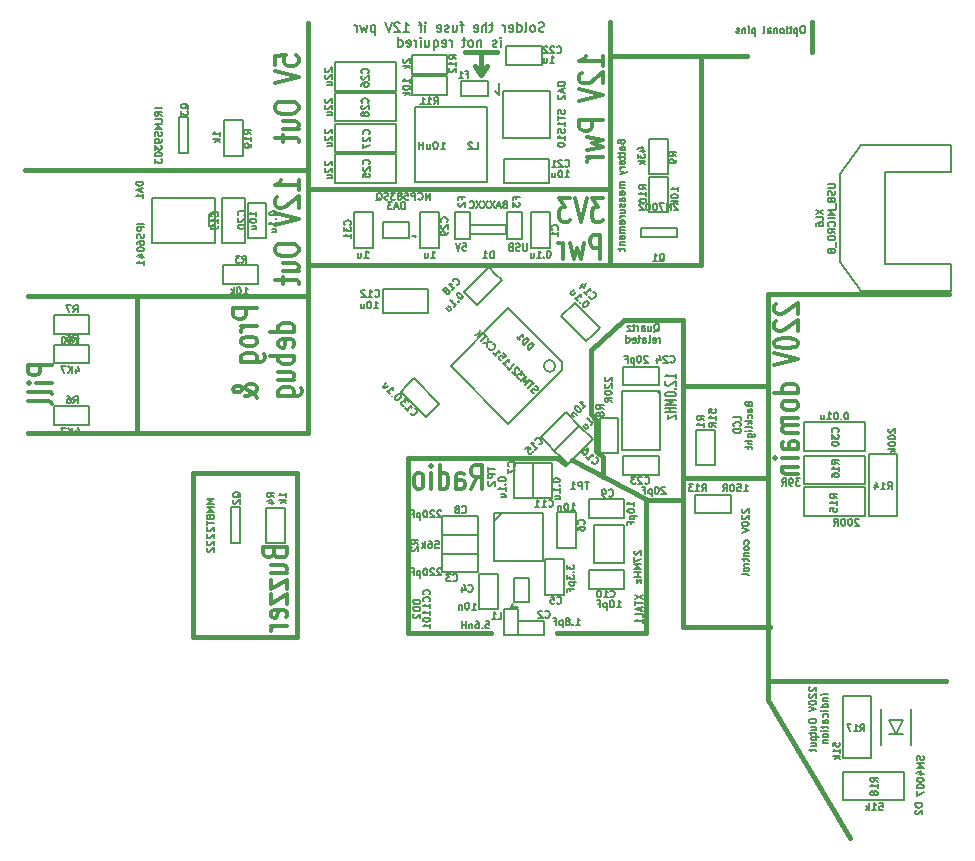
<source format=gbo>
G04 (created by PCBNEW (2013-07-07 BZR 4022)-stable) date 26/11/2014 23:59:09*
%MOIN*%
G04 Gerber Fmt 3.4, Leading zero omitted, Abs format*
%FSLAX34Y34*%
G01*
G70*
G90*
G04 APERTURE LIST*
%ADD10C,0.00590551*%
%ADD11C,0.015*%
%ADD12C,0.012*%
%ADD13C,0.005*%
%ADD14C,0.0079*%
%ADD15C,0.0059*%
%ADD16C,0.00787402*%
%ADD17C,0.00625*%
%ADD18C,0.0063*%
G04 APERTURE END LIST*
G54D10*
G54D11*
X90236Y-23149D02*
X90236Y-24133D01*
X86535Y-24291D02*
X88070Y-24291D01*
G54D10*
X89949Y-23284D02*
X89904Y-23284D01*
X89881Y-23295D01*
X89859Y-23318D01*
X89848Y-23363D01*
X89848Y-23442D01*
X89859Y-23487D01*
X89881Y-23509D01*
X89904Y-23520D01*
X89949Y-23520D01*
X89971Y-23509D01*
X89994Y-23487D01*
X90005Y-23442D01*
X90005Y-23363D01*
X89994Y-23318D01*
X89971Y-23295D01*
X89949Y-23284D01*
X89746Y-23363D02*
X89746Y-23599D01*
X89746Y-23374D02*
X89724Y-23363D01*
X89679Y-23363D01*
X89656Y-23374D01*
X89645Y-23385D01*
X89634Y-23408D01*
X89634Y-23475D01*
X89645Y-23498D01*
X89656Y-23509D01*
X89679Y-23520D01*
X89724Y-23520D01*
X89746Y-23509D01*
X89566Y-23363D02*
X89476Y-23363D01*
X89533Y-23284D02*
X89533Y-23487D01*
X89521Y-23509D01*
X89499Y-23520D01*
X89476Y-23520D01*
X89398Y-23520D02*
X89398Y-23363D01*
X89398Y-23284D02*
X89409Y-23295D01*
X89398Y-23307D01*
X89386Y-23295D01*
X89398Y-23284D01*
X89398Y-23307D01*
X89251Y-23520D02*
X89274Y-23509D01*
X89285Y-23498D01*
X89296Y-23475D01*
X89296Y-23408D01*
X89285Y-23385D01*
X89274Y-23374D01*
X89251Y-23363D01*
X89218Y-23363D01*
X89195Y-23374D01*
X89184Y-23385D01*
X89173Y-23408D01*
X89173Y-23475D01*
X89184Y-23498D01*
X89195Y-23509D01*
X89218Y-23520D01*
X89251Y-23520D01*
X89071Y-23363D02*
X89071Y-23520D01*
X89071Y-23385D02*
X89060Y-23374D01*
X89038Y-23363D01*
X89004Y-23363D01*
X88982Y-23374D01*
X88970Y-23397D01*
X88970Y-23520D01*
X88757Y-23520D02*
X88757Y-23397D01*
X88768Y-23374D01*
X88790Y-23363D01*
X88835Y-23363D01*
X88858Y-23374D01*
X88757Y-23509D02*
X88779Y-23520D01*
X88835Y-23520D01*
X88858Y-23509D01*
X88869Y-23487D01*
X88869Y-23464D01*
X88858Y-23442D01*
X88835Y-23430D01*
X88779Y-23430D01*
X88757Y-23419D01*
X88610Y-23520D02*
X88633Y-23509D01*
X88644Y-23487D01*
X88644Y-23284D01*
X88340Y-23363D02*
X88340Y-23599D01*
X88340Y-23374D02*
X88318Y-23363D01*
X88273Y-23363D01*
X88250Y-23374D01*
X88239Y-23385D01*
X88228Y-23408D01*
X88228Y-23475D01*
X88239Y-23498D01*
X88250Y-23509D01*
X88273Y-23520D01*
X88318Y-23520D01*
X88340Y-23509D01*
X88127Y-23520D02*
X88127Y-23363D01*
X88127Y-23284D02*
X88138Y-23295D01*
X88127Y-23307D01*
X88115Y-23295D01*
X88127Y-23284D01*
X88127Y-23307D01*
X88014Y-23363D02*
X88014Y-23520D01*
X88014Y-23385D02*
X88003Y-23374D01*
X87980Y-23363D01*
X87947Y-23363D01*
X87924Y-23374D01*
X87913Y-23397D01*
X87913Y-23520D01*
X87812Y-23509D02*
X87789Y-23520D01*
X87744Y-23520D01*
X87722Y-23509D01*
X87710Y-23487D01*
X87710Y-23475D01*
X87722Y-23453D01*
X87744Y-23442D01*
X87778Y-23442D01*
X87800Y-23430D01*
X87812Y-23408D01*
X87812Y-23397D01*
X87800Y-23374D01*
X87778Y-23363D01*
X87744Y-23363D01*
X87722Y-23374D01*
G54D11*
X83267Y-38149D02*
X83267Y-38307D01*
X83031Y-37440D02*
X83267Y-37637D01*
X84685Y-39094D02*
X85944Y-39094D01*
X85944Y-33070D02*
X83976Y-33070D01*
X85944Y-35275D02*
X85944Y-33070D01*
G54D10*
X84966Y-33464D02*
X84988Y-33453D01*
X85011Y-33430D01*
X85044Y-33397D01*
X85067Y-33385D01*
X85089Y-33385D01*
X85078Y-33442D02*
X85101Y-33430D01*
X85123Y-33408D01*
X85134Y-33363D01*
X85134Y-33284D01*
X85123Y-33239D01*
X85101Y-33217D01*
X85078Y-33205D01*
X85033Y-33205D01*
X85011Y-33217D01*
X84988Y-33239D01*
X84977Y-33284D01*
X84977Y-33363D01*
X84988Y-33408D01*
X85011Y-33430D01*
X85033Y-33442D01*
X85078Y-33442D01*
X84775Y-33284D02*
X84775Y-33442D01*
X84876Y-33284D02*
X84876Y-33408D01*
X84865Y-33430D01*
X84842Y-33442D01*
X84808Y-33442D01*
X84786Y-33430D01*
X84775Y-33419D01*
X84561Y-33442D02*
X84561Y-33318D01*
X84572Y-33295D01*
X84595Y-33284D01*
X84640Y-33284D01*
X84662Y-33295D01*
X84561Y-33430D02*
X84583Y-33442D01*
X84640Y-33442D01*
X84662Y-33430D01*
X84673Y-33408D01*
X84673Y-33385D01*
X84662Y-33363D01*
X84640Y-33352D01*
X84583Y-33352D01*
X84561Y-33340D01*
X84448Y-33442D02*
X84448Y-33284D01*
X84448Y-33329D02*
X84437Y-33307D01*
X84426Y-33295D01*
X84403Y-33284D01*
X84381Y-33284D01*
X84336Y-33284D02*
X84246Y-33284D01*
X84302Y-33205D02*
X84302Y-33408D01*
X84291Y-33430D01*
X84268Y-33442D01*
X84246Y-33442D01*
X84190Y-33284D02*
X84066Y-33284D01*
X84190Y-33442D01*
X84066Y-33442D01*
X85168Y-33831D02*
X85168Y-33674D01*
X85168Y-33719D02*
X85157Y-33696D01*
X85146Y-33685D01*
X85123Y-33674D01*
X85101Y-33674D01*
X84932Y-33820D02*
X84955Y-33831D01*
X85000Y-33831D01*
X85022Y-33820D01*
X85033Y-33798D01*
X85033Y-33708D01*
X85022Y-33685D01*
X85000Y-33674D01*
X84955Y-33674D01*
X84932Y-33685D01*
X84921Y-33708D01*
X84921Y-33730D01*
X85033Y-33753D01*
X84786Y-33831D02*
X84808Y-33820D01*
X84820Y-33798D01*
X84820Y-33595D01*
X84595Y-33831D02*
X84595Y-33708D01*
X84606Y-33685D01*
X84628Y-33674D01*
X84673Y-33674D01*
X84696Y-33685D01*
X84595Y-33820D02*
X84617Y-33831D01*
X84673Y-33831D01*
X84696Y-33820D01*
X84707Y-33798D01*
X84707Y-33775D01*
X84696Y-33753D01*
X84673Y-33741D01*
X84617Y-33741D01*
X84595Y-33730D01*
X84516Y-33674D02*
X84426Y-33674D01*
X84482Y-33595D02*
X84482Y-33798D01*
X84471Y-33820D01*
X84448Y-33831D01*
X84426Y-33831D01*
X84257Y-33820D02*
X84280Y-33831D01*
X84325Y-33831D01*
X84347Y-33820D01*
X84358Y-33798D01*
X84358Y-33708D01*
X84347Y-33685D01*
X84325Y-33674D01*
X84280Y-33674D01*
X84257Y-33685D01*
X84246Y-33708D01*
X84246Y-33730D01*
X84358Y-33753D01*
X84043Y-33831D02*
X84043Y-33595D01*
X84043Y-33820D02*
X84066Y-33831D01*
X84111Y-33831D01*
X84133Y-33820D01*
X84145Y-33809D01*
X84156Y-33786D01*
X84156Y-33719D01*
X84145Y-33696D01*
X84133Y-33685D01*
X84111Y-33674D01*
X84066Y-33674D01*
X84043Y-33685D01*
G54D11*
X82874Y-34094D02*
X83976Y-33070D01*
X82874Y-36220D02*
X82874Y-34094D01*
X83031Y-36417D02*
X82874Y-36220D01*
X83031Y-37440D02*
X83031Y-36417D01*
X83267Y-38149D02*
X83267Y-37637D01*
X84685Y-43503D02*
X84685Y-43346D01*
X81732Y-43503D02*
X84685Y-43503D01*
X76771Y-43503D02*
X79527Y-43503D01*
G54D10*
X87851Y-36411D02*
X87851Y-36299D01*
X87615Y-36299D01*
X87829Y-36625D02*
X87840Y-36614D01*
X87851Y-36580D01*
X87851Y-36557D01*
X87840Y-36524D01*
X87817Y-36501D01*
X87795Y-36490D01*
X87750Y-36479D01*
X87716Y-36479D01*
X87671Y-36490D01*
X87649Y-36501D01*
X87626Y-36524D01*
X87615Y-36557D01*
X87615Y-36580D01*
X87626Y-36614D01*
X87637Y-36625D01*
X87851Y-36726D02*
X87615Y-36726D01*
X87615Y-36782D01*
X87626Y-36816D01*
X87649Y-36839D01*
X87671Y-36850D01*
X87716Y-36861D01*
X87750Y-36861D01*
X87795Y-36850D01*
X87817Y-36839D01*
X87840Y-36816D01*
X87851Y-36782D01*
X87851Y-36726D01*
X88117Y-35888D02*
X88128Y-35922D01*
X88140Y-35933D01*
X88162Y-35944D01*
X88196Y-35944D01*
X88218Y-35933D01*
X88230Y-35922D01*
X88241Y-35899D01*
X88241Y-35809D01*
X88005Y-35809D01*
X88005Y-35888D01*
X88016Y-35911D01*
X88027Y-35922D01*
X88050Y-35933D01*
X88072Y-35933D01*
X88095Y-35922D01*
X88106Y-35911D01*
X88117Y-35888D01*
X88117Y-35809D01*
X88241Y-36147D02*
X88117Y-36147D01*
X88095Y-36136D01*
X88083Y-36113D01*
X88083Y-36068D01*
X88095Y-36046D01*
X88230Y-36147D02*
X88241Y-36124D01*
X88241Y-36068D01*
X88230Y-36046D01*
X88207Y-36034D01*
X88185Y-36034D01*
X88162Y-36046D01*
X88151Y-36068D01*
X88151Y-36124D01*
X88140Y-36147D01*
X88230Y-36361D02*
X88241Y-36338D01*
X88241Y-36293D01*
X88230Y-36271D01*
X88218Y-36259D01*
X88196Y-36248D01*
X88128Y-36248D01*
X88106Y-36259D01*
X88095Y-36271D01*
X88083Y-36293D01*
X88083Y-36338D01*
X88095Y-36361D01*
X88241Y-36462D02*
X88005Y-36462D01*
X88151Y-36484D02*
X88241Y-36552D01*
X88083Y-36552D02*
X88173Y-36462D01*
X88241Y-36687D02*
X88230Y-36664D01*
X88207Y-36653D01*
X88005Y-36653D01*
X88241Y-36777D02*
X88083Y-36777D01*
X88005Y-36777D02*
X88016Y-36766D01*
X88027Y-36777D01*
X88016Y-36788D01*
X88005Y-36777D01*
X88027Y-36777D01*
X88083Y-36991D02*
X88275Y-36991D01*
X88297Y-36979D01*
X88308Y-36968D01*
X88320Y-36946D01*
X88320Y-36912D01*
X88308Y-36889D01*
X88230Y-36991D02*
X88241Y-36968D01*
X88241Y-36923D01*
X88230Y-36901D01*
X88218Y-36889D01*
X88196Y-36878D01*
X88128Y-36878D01*
X88106Y-36889D01*
X88095Y-36901D01*
X88083Y-36923D01*
X88083Y-36968D01*
X88095Y-36991D01*
X88241Y-37103D02*
X88005Y-37103D01*
X88241Y-37204D02*
X88117Y-37204D01*
X88095Y-37193D01*
X88083Y-37170D01*
X88083Y-37137D01*
X88095Y-37114D01*
X88106Y-37103D01*
X88083Y-37283D02*
X88083Y-37373D01*
X88005Y-37317D02*
X88207Y-37317D01*
X88230Y-37328D01*
X88241Y-37350D01*
X88241Y-37373D01*
G54D11*
X85944Y-35275D02*
X88779Y-35275D01*
X85944Y-38346D02*
X85944Y-35275D01*
G54D10*
X87913Y-39364D02*
X87902Y-39375D01*
X87890Y-39398D01*
X87890Y-39454D01*
X87902Y-39476D01*
X87913Y-39488D01*
X87935Y-39499D01*
X87958Y-39499D01*
X87992Y-39488D01*
X88127Y-39353D01*
X88127Y-39499D01*
X87913Y-39589D02*
X87902Y-39600D01*
X87890Y-39623D01*
X87890Y-39679D01*
X87902Y-39701D01*
X87913Y-39713D01*
X87935Y-39724D01*
X87958Y-39724D01*
X87992Y-39713D01*
X88127Y-39578D01*
X88127Y-39724D01*
X87890Y-39870D02*
X87890Y-39893D01*
X87902Y-39915D01*
X87913Y-39926D01*
X87935Y-39938D01*
X87980Y-39949D01*
X88037Y-39949D01*
X88082Y-39938D01*
X88104Y-39926D01*
X88115Y-39915D01*
X88127Y-39893D01*
X88127Y-39870D01*
X88115Y-39848D01*
X88104Y-39836D01*
X88082Y-39825D01*
X88037Y-39814D01*
X87980Y-39814D01*
X87935Y-39825D01*
X87913Y-39836D01*
X87902Y-39848D01*
X87890Y-39870D01*
X87890Y-40016D02*
X88127Y-40095D01*
X87890Y-40174D01*
X88115Y-40534D02*
X88127Y-40511D01*
X88127Y-40466D01*
X88115Y-40444D01*
X88104Y-40433D01*
X88082Y-40421D01*
X88014Y-40421D01*
X87992Y-40433D01*
X87980Y-40444D01*
X87969Y-40466D01*
X87969Y-40511D01*
X87980Y-40534D01*
X88127Y-40669D02*
X88115Y-40646D01*
X88104Y-40635D01*
X88082Y-40624D01*
X88014Y-40624D01*
X87992Y-40635D01*
X87980Y-40646D01*
X87969Y-40669D01*
X87969Y-40703D01*
X87980Y-40725D01*
X87992Y-40736D01*
X88014Y-40748D01*
X88082Y-40748D01*
X88104Y-40736D01*
X88115Y-40725D01*
X88127Y-40703D01*
X88127Y-40669D01*
X87969Y-40849D02*
X88127Y-40849D01*
X87992Y-40849D02*
X87980Y-40860D01*
X87969Y-40883D01*
X87969Y-40916D01*
X87980Y-40939D01*
X88003Y-40950D01*
X88127Y-40950D01*
X87969Y-41029D02*
X87969Y-41119D01*
X87890Y-41062D02*
X88093Y-41062D01*
X88115Y-41074D01*
X88127Y-41096D01*
X88127Y-41119D01*
X88127Y-41197D02*
X87969Y-41197D01*
X88014Y-41197D02*
X87992Y-41209D01*
X87980Y-41220D01*
X87969Y-41242D01*
X87969Y-41265D01*
X88127Y-41377D02*
X88115Y-41355D01*
X88104Y-41344D01*
X88082Y-41332D01*
X88014Y-41332D01*
X87992Y-41344D01*
X87980Y-41355D01*
X87969Y-41377D01*
X87969Y-41411D01*
X87980Y-41434D01*
X87992Y-41445D01*
X88014Y-41456D01*
X88082Y-41456D01*
X88104Y-41445D01*
X88115Y-41434D01*
X88127Y-41411D01*
X88127Y-41377D01*
X88127Y-41591D02*
X88115Y-41569D01*
X88093Y-41557D01*
X87890Y-41557D01*
G54D11*
X85944Y-43307D02*
X88818Y-43307D01*
X85944Y-38346D02*
X85944Y-43307D01*
X88779Y-38346D02*
X85944Y-38346D01*
G54D12*
X78881Y-38709D02*
X79081Y-38328D01*
X79224Y-38709D02*
X79224Y-37909D01*
X78995Y-37909D01*
X78938Y-37947D01*
X78910Y-37985D01*
X78881Y-38062D01*
X78881Y-38176D01*
X78910Y-38252D01*
X78938Y-38290D01*
X78995Y-38328D01*
X79224Y-38328D01*
X78367Y-38709D02*
X78367Y-38290D01*
X78395Y-38214D01*
X78453Y-38176D01*
X78567Y-38176D01*
X78624Y-38214D01*
X78367Y-38671D02*
X78424Y-38709D01*
X78567Y-38709D01*
X78624Y-38671D01*
X78653Y-38595D01*
X78653Y-38519D01*
X78624Y-38442D01*
X78567Y-38404D01*
X78424Y-38404D01*
X78367Y-38366D01*
X77824Y-38709D02*
X77824Y-37909D01*
X77824Y-38671D02*
X77881Y-38709D01*
X77995Y-38709D01*
X78053Y-38671D01*
X78081Y-38633D01*
X78110Y-38557D01*
X78110Y-38328D01*
X78081Y-38252D01*
X78053Y-38214D01*
X77995Y-38176D01*
X77881Y-38176D01*
X77824Y-38214D01*
X77538Y-38709D02*
X77538Y-38176D01*
X77538Y-37909D02*
X77567Y-37947D01*
X77538Y-37985D01*
X77510Y-37947D01*
X77538Y-37909D01*
X77538Y-37985D01*
X77167Y-38709D02*
X77224Y-38671D01*
X77253Y-38633D01*
X77281Y-38557D01*
X77281Y-38328D01*
X77253Y-38252D01*
X77224Y-38214D01*
X77167Y-38176D01*
X77081Y-38176D01*
X77024Y-38214D01*
X76995Y-38252D01*
X76967Y-38328D01*
X76967Y-38557D01*
X76995Y-38633D01*
X77024Y-38671D01*
X77081Y-38709D01*
X77167Y-38709D01*
G54D11*
X84685Y-39055D02*
X84685Y-43346D01*
X82244Y-37755D02*
X84685Y-39055D01*
X81732Y-37677D02*
X82007Y-37874D01*
X76771Y-37677D02*
X81732Y-37677D01*
X76771Y-43503D02*
X76771Y-37677D01*
X94685Y-45118D02*
X88897Y-45118D01*
G54D10*
X90157Y-45314D02*
X90146Y-45326D01*
X90134Y-45348D01*
X90134Y-45404D01*
X90146Y-45427D01*
X90157Y-45438D01*
X90179Y-45449D01*
X90202Y-45449D01*
X90236Y-45438D01*
X90371Y-45303D01*
X90371Y-45449D01*
X90157Y-45539D02*
X90146Y-45551D01*
X90134Y-45573D01*
X90134Y-45629D01*
X90146Y-45652D01*
X90157Y-45663D01*
X90179Y-45674D01*
X90202Y-45674D01*
X90236Y-45663D01*
X90371Y-45528D01*
X90371Y-45674D01*
X90134Y-45821D02*
X90134Y-45843D01*
X90146Y-45866D01*
X90157Y-45877D01*
X90179Y-45888D01*
X90224Y-45899D01*
X90281Y-45899D01*
X90326Y-45888D01*
X90348Y-45877D01*
X90359Y-45866D01*
X90371Y-45843D01*
X90371Y-45821D01*
X90359Y-45798D01*
X90348Y-45787D01*
X90326Y-45776D01*
X90281Y-45764D01*
X90224Y-45764D01*
X90179Y-45776D01*
X90157Y-45787D01*
X90146Y-45798D01*
X90134Y-45821D01*
X90134Y-45967D02*
X90371Y-46046D01*
X90134Y-46124D01*
X90134Y-46428D02*
X90134Y-46473D01*
X90146Y-46496D01*
X90168Y-46518D01*
X90213Y-46529D01*
X90292Y-46529D01*
X90337Y-46518D01*
X90359Y-46496D01*
X90371Y-46473D01*
X90371Y-46428D01*
X90359Y-46406D01*
X90337Y-46383D01*
X90292Y-46372D01*
X90213Y-46372D01*
X90168Y-46383D01*
X90146Y-46406D01*
X90134Y-46428D01*
X90213Y-46732D02*
X90371Y-46732D01*
X90213Y-46631D02*
X90337Y-46631D01*
X90359Y-46642D01*
X90371Y-46664D01*
X90371Y-46698D01*
X90359Y-46721D01*
X90348Y-46732D01*
X90213Y-46811D02*
X90213Y-46901D01*
X90134Y-46844D02*
X90337Y-46844D01*
X90359Y-46856D01*
X90371Y-46878D01*
X90371Y-46901D01*
X90213Y-46979D02*
X90449Y-46979D01*
X90224Y-46979D02*
X90213Y-47002D01*
X90213Y-47047D01*
X90224Y-47069D01*
X90236Y-47080D01*
X90258Y-47092D01*
X90326Y-47092D01*
X90348Y-47080D01*
X90359Y-47069D01*
X90371Y-47047D01*
X90371Y-47002D01*
X90359Y-46979D01*
X90213Y-47294D02*
X90371Y-47294D01*
X90213Y-47193D02*
X90337Y-47193D01*
X90359Y-47204D01*
X90371Y-47227D01*
X90371Y-47260D01*
X90359Y-47283D01*
X90348Y-47294D01*
X90213Y-47373D02*
X90213Y-47463D01*
X90134Y-47407D02*
X90337Y-47407D01*
X90359Y-47418D01*
X90371Y-47440D01*
X90371Y-47463D01*
X90760Y-45562D02*
X90603Y-45562D01*
X90524Y-45562D02*
X90535Y-45551D01*
X90547Y-45562D01*
X90535Y-45573D01*
X90524Y-45562D01*
X90547Y-45562D01*
X90603Y-45674D02*
X90760Y-45674D01*
X90625Y-45674D02*
X90614Y-45686D01*
X90603Y-45708D01*
X90603Y-45742D01*
X90614Y-45764D01*
X90637Y-45776D01*
X90760Y-45776D01*
X90760Y-45989D02*
X90524Y-45989D01*
X90749Y-45989D02*
X90760Y-45967D01*
X90760Y-45922D01*
X90749Y-45899D01*
X90738Y-45888D01*
X90715Y-45877D01*
X90648Y-45877D01*
X90625Y-45888D01*
X90614Y-45899D01*
X90603Y-45922D01*
X90603Y-45967D01*
X90614Y-45989D01*
X90760Y-46102D02*
X90603Y-46102D01*
X90524Y-46102D02*
X90535Y-46091D01*
X90547Y-46102D01*
X90535Y-46113D01*
X90524Y-46102D01*
X90547Y-46102D01*
X90749Y-46316D02*
X90760Y-46293D01*
X90760Y-46248D01*
X90749Y-46226D01*
X90738Y-46214D01*
X90715Y-46203D01*
X90648Y-46203D01*
X90625Y-46214D01*
X90614Y-46226D01*
X90603Y-46248D01*
X90603Y-46293D01*
X90614Y-46316D01*
X90760Y-46518D02*
X90637Y-46518D01*
X90614Y-46507D01*
X90603Y-46484D01*
X90603Y-46439D01*
X90614Y-46417D01*
X90749Y-46518D02*
X90760Y-46496D01*
X90760Y-46439D01*
X90749Y-46417D01*
X90727Y-46406D01*
X90704Y-46406D01*
X90682Y-46417D01*
X90670Y-46439D01*
X90670Y-46496D01*
X90659Y-46518D01*
X90603Y-46597D02*
X90603Y-46687D01*
X90524Y-46631D02*
X90727Y-46631D01*
X90749Y-46642D01*
X90760Y-46664D01*
X90760Y-46687D01*
X90760Y-46766D02*
X90603Y-46766D01*
X90524Y-46766D02*
X90535Y-46754D01*
X90547Y-46766D01*
X90535Y-46777D01*
X90524Y-46766D01*
X90547Y-46766D01*
X90760Y-46912D02*
X90749Y-46889D01*
X90738Y-46878D01*
X90715Y-46867D01*
X90648Y-46867D01*
X90625Y-46878D01*
X90614Y-46889D01*
X90603Y-46912D01*
X90603Y-46946D01*
X90614Y-46968D01*
X90625Y-46979D01*
X90648Y-46991D01*
X90715Y-46991D01*
X90738Y-46979D01*
X90749Y-46968D01*
X90760Y-46946D01*
X90760Y-46912D01*
X90603Y-47092D02*
X90760Y-47092D01*
X90625Y-47092D02*
X90614Y-47103D01*
X90603Y-47125D01*
X90603Y-47159D01*
X90614Y-47182D01*
X90637Y-47193D01*
X90760Y-47193D01*
G54D12*
X89048Y-32536D02*
X89010Y-32565D01*
X88972Y-32622D01*
X88972Y-32765D01*
X89010Y-32822D01*
X89048Y-32850D01*
X89125Y-32879D01*
X89201Y-32879D01*
X89315Y-32850D01*
X89772Y-32507D01*
X89772Y-32879D01*
X89048Y-33107D02*
X89010Y-33136D01*
X88972Y-33193D01*
X88972Y-33336D01*
X89010Y-33393D01*
X89048Y-33422D01*
X89125Y-33450D01*
X89201Y-33450D01*
X89315Y-33422D01*
X89772Y-33079D01*
X89772Y-33450D01*
X88972Y-33822D02*
X88972Y-33879D01*
X89010Y-33936D01*
X89048Y-33965D01*
X89125Y-33993D01*
X89277Y-34022D01*
X89467Y-34022D01*
X89620Y-33993D01*
X89696Y-33965D01*
X89734Y-33936D01*
X89772Y-33879D01*
X89772Y-33822D01*
X89734Y-33765D01*
X89696Y-33736D01*
X89620Y-33707D01*
X89467Y-33679D01*
X89277Y-33679D01*
X89125Y-33707D01*
X89048Y-33736D01*
X89010Y-33765D01*
X88972Y-33822D01*
X88972Y-34193D02*
X89772Y-34393D01*
X88972Y-34593D01*
X89772Y-35507D02*
X88972Y-35507D01*
X89734Y-35507D02*
X89772Y-35450D01*
X89772Y-35336D01*
X89734Y-35279D01*
X89696Y-35250D01*
X89620Y-35222D01*
X89391Y-35222D01*
X89315Y-35250D01*
X89277Y-35279D01*
X89239Y-35336D01*
X89239Y-35450D01*
X89277Y-35507D01*
X89772Y-35879D02*
X89734Y-35822D01*
X89696Y-35793D01*
X89620Y-35765D01*
X89391Y-35765D01*
X89315Y-35793D01*
X89277Y-35822D01*
X89239Y-35879D01*
X89239Y-35965D01*
X89277Y-36022D01*
X89315Y-36050D01*
X89391Y-36079D01*
X89620Y-36079D01*
X89696Y-36050D01*
X89734Y-36022D01*
X89772Y-35965D01*
X89772Y-35879D01*
X89772Y-36336D02*
X89239Y-36336D01*
X89315Y-36336D02*
X89277Y-36365D01*
X89239Y-36422D01*
X89239Y-36507D01*
X89277Y-36565D01*
X89353Y-36593D01*
X89772Y-36593D01*
X89353Y-36593D02*
X89277Y-36622D01*
X89239Y-36679D01*
X89239Y-36765D01*
X89277Y-36822D01*
X89353Y-36850D01*
X89772Y-36850D01*
X89772Y-37393D02*
X89353Y-37393D01*
X89277Y-37365D01*
X89239Y-37307D01*
X89239Y-37193D01*
X89277Y-37136D01*
X89734Y-37393D02*
X89772Y-37336D01*
X89772Y-37193D01*
X89734Y-37136D01*
X89658Y-37107D01*
X89582Y-37107D01*
X89505Y-37136D01*
X89467Y-37193D01*
X89467Y-37336D01*
X89429Y-37393D01*
X89772Y-37679D02*
X89239Y-37679D01*
X88972Y-37679D02*
X89010Y-37650D01*
X89048Y-37679D01*
X89010Y-37707D01*
X88972Y-37679D01*
X89048Y-37679D01*
X89239Y-37965D02*
X89772Y-37965D01*
X89315Y-37965D02*
X89277Y-37993D01*
X89239Y-38050D01*
X89239Y-38136D01*
X89277Y-38193D01*
X89353Y-38222D01*
X89772Y-38222D01*
G54D11*
X88779Y-45748D02*
X91496Y-50354D01*
X88779Y-32204D02*
X88779Y-45748D01*
X94803Y-32204D02*
X88779Y-32204D01*
G54D12*
X71741Y-32695D02*
X70941Y-32695D01*
X70941Y-32923D01*
X70979Y-32980D01*
X71017Y-33009D01*
X71093Y-33038D01*
X71207Y-33038D01*
X71283Y-33009D01*
X71322Y-32980D01*
X71360Y-32923D01*
X71360Y-32695D01*
X71741Y-33295D02*
X71207Y-33295D01*
X71360Y-33295D02*
X71283Y-33323D01*
X71245Y-33352D01*
X71207Y-33409D01*
X71207Y-33466D01*
X71741Y-33752D02*
X71703Y-33695D01*
X71664Y-33666D01*
X71588Y-33638D01*
X71360Y-33638D01*
X71283Y-33666D01*
X71245Y-33695D01*
X71207Y-33752D01*
X71207Y-33838D01*
X71245Y-33895D01*
X71283Y-33923D01*
X71360Y-33952D01*
X71588Y-33952D01*
X71664Y-33923D01*
X71703Y-33895D01*
X71741Y-33838D01*
X71741Y-33752D01*
X71207Y-34466D02*
X71855Y-34466D01*
X71931Y-34438D01*
X71969Y-34409D01*
X72007Y-34352D01*
X72007Y-34266D01*
X71969Y-34209D01*
X71703Y-34466D02*
X71741Y-34409D01*
X71741Y-34295D01*
X71703Y-34238D01*
X71664Y-34209D01*
X71588Y-34180D01*
X71360Y-34180D01*
X71283Y-34209D01*
X71245Y-34238D01*
X71207Y-34295D01*
X71207Y-34409D01*
X71245Y-34466D01*
X71741Y-35695D02*
X71741Y-35666D01*
X71703Y-35609D01*
X71588Y-35523D01*
X71360Y-35380D01*
X71245Y-35323D01*
X71131Y-35295D01*
X71055Y-35295D01*
X70979Y-35323D01*
X70941Y-35380D01*
X70941Y-35409D01*
X70979Y-35466D01*
X71055Y-35495D01*
X71093Y-35495D01*
X71169Y-35466D01*
X71207Y-35438D01*
X71360Y-35266D01*
X71398Y-35238D01*
X71474Y-35209D01*
X71588Y-35209D01*
X71664Y-35238D01*
X71703Y-35266D01*
X71741Y-35323D01*
X71741Y-35409D01*
X71703Y-35466D01*
X71664Y-35495D01*
X71512Y-35580D01*
X71398Y-35609D01*
X71322Y-35609D01*
X72981Y-33466D02*
X72181Y-33466D01*
X72943Y-33466D02*
X72981Y-33409D01*
X72981Y-33295D01*
X72943Y-33238D01*
X72904Y-33209D01*
X72828Y-33180D01*
X72600Y-33180D01*
X72523Y-33209D01*
X72485Y-33238D01*
X72447Y-33295D01*
X72447Y-33409D01*
X72485Y-33466D01*
X72943Y-33980D02*
X72981Y-33923D01*
X72981Y-33809D01*
X72943Y-33752D01*
X72866Y-33723D01*
X72562Y-33723D01*
X72485Y-33752D01*
X72447Y-33809D01*
X72447Y-33923D01*
X72485Y-33980D01*
X72562Y-34009D01*
X72638Y-34009D01*
X72714Y-33723D01*
X72981Y-34266D02*
X72181Y-34266D01*
X72485Y-34266D02*
X72447Y-34323D01*
X72447Y-34438D01*
X72485Y-34495D01*
X72523Y-34523D01*
X72600Y-34552D01*
X72828Y-34552D01*
X72904Y-34523D01*
X72943Y-34495D01*
X72981Y-34438D01*
X72981Y-34323D01*
X72943Y-34266D01*
X72447Y-35066D02*
X72981Y-35066D01*
X72447Y-34809D02*
X72866Y-34809D01*
X72943Y-34838D01*
X72981Y-34895D01*
X72981Y-34980D01*
X72943Y-35038D01*
X72904Y-35066D01*
X72447Y-35609D02*
X73095Y-35609D01*
X73171Y-35580D01*
X73209Y-35552D01*
X73247Y-35495D01*
X73247Y-35409D01*
X73209Y-35352D01*
X72943Y-35609D02*
X72981Y-35552D01*
X72981Y-35438D01*
X72943Y-35380D01*
X72904Y-35352D01*
X72828Y-35323D01*
X72600Y-35323D01*
X72523Y-35352D01*
X72485Y-35380D01*
X72447Y-35438D01*
X72447Y-35552D01*
X72485Y-35609D01*
G54D11*
X73425Y-36850D02*
X73425Y-32244D01*
X67716Y-36850D02*
X73425Y-36850D01*
G54D10*
X83869Y-27142D02*
X83880Y-27176D01*
X83892Y-27187D01*
X83914Y-27199D01*
X83948Y-27199D01*
X83970Y-27187D01*
X83982Y-27176D01*
X83993Y-27154D01*
X83993Y-27064D01*
X83757Y-27064D01*
X83757Y-27142D01*
X83768Y-27165D01*
X83779Y-27176D01*
X83802Y-27187D01*
X83824Y-27187D01*
X83847Y-27176D01*
X83858Y-27165D01*
X83869Y-27142D01*
X83869Y-27064D01*
X83993Y-27401D02*
X83869Y-27401D01*
X83847Y-27390D01*
X83835Y-27367D01*
X83835Y-27322D01*
X83847Y-27300D01*
X83982Y-27401D02*
X83993Y-27379D01*
X83993Y-27322D01*
X83982Y-27300D01*
X83959Y-27289D01*
X83937Y-27289D01*
X83914Y-27300D01*
X83903Y-27322D01*
X83903Y-27379D01*
X83892Y-27401D01*
X83835Y-27480D02*
X83835Y-27570D01*
X83757Y-27514D02*
X83959Y-27514D01*
X83982Y-27525D01*
X83993Y-27547D01*
X83993Y-27570D01*
X83835Y-27615D02*
X83835Y-27705D01*
X83757Y-27649D02*
X83959Y-27649D01*
X83982Y-27660D01*
X83993Y-27682D01*
X83993Y-27705D01*
X83982Y-27874D02*
X83993Y-27851D01*
X83993Y-27806D01*
X83982Y-27784D01*
X83959Y-27772D01*
X83869Y-27772D01*
X83847Y-27784D01*
X83835Y-27806D01*
X83835Y-27851D01*
X83847Y-27874D01*
X83869Y-27885D01*
X83892Y-27885D01*
X83914Y-27772D01*
X83993Y-27986D02*
X83835Y-27986D01*
X83880Y-27986D02*
X83858Y-27997D01*
X83847Y-28008D01*
X83835Y-28031D01*
X83835Y-28053D01*
X83835Y-28110D02*
X83993Y-28166D01*
X83835Y-28222D02*
X83993Y-28166D01*
X84049Y-28143D01*
X84060Y-28132D01*
X84071Y-28110D01*
X83993Y-28492D02*
X83835Y-28492D01*
X83858Y-28492D02*
X83847Y-28503D01*
X83835Y-28526D01*
X83835Y-28560D01*
X83847Y-28582D01*
X83869Y-28593D01*
X83993Y-28593D01*
X83869Y-28593D02*
X83847Y-28605D01*
X83835Y-28627D01*
X83835Y-28661D01*
X83847Y-28683D01*
X83869Y-28695D01*
X83993Y-28695D01*
X83982Y-28897D02*
X83993Y-28875D01*
X83993Y-28830D01*
X83982Y-28807D01*
X83959Y-28796D01*
X83869Y-28796D01*
X83847Y-28807D01*
X83835Y-28830D01*
X83835Y-28875D01*
X83847Y-28897D01*
X83869Y-28908D01*
X83892Y-28908D01*
X83914Y-28796D01*
X83993Y-29111D02*
X83869Y-29111D01*
X83847Y-29100D01*
X83835Y-29077D01*
X83835Y-29032D01*
X83847Y-29010D01*
X83982Y-29111D02*
X83993Y-29088D01*
X83993Y-29032D01*
X83982Y-29010D01*
X83959Y-28998D01*
X83937Y-28998D01*
X83914Y-29010D01*
X83903Y-29032D01*
X83903Y-29088D01*
X83892Y-29111D01*
X83982Y-29212D02*
X83993Y-29235D01*
X83993Y-29280D01*
X83982Y-29302D01*
X83959Y-29313D01*
X83948Y-29313D01*
X83925Y-29302D01*
X83914Y-29280D01*
X83914Y-29246D01*
X83903Y-29223D01*
X83880Y-29212D01*
X83869Y-29212D01*
X83847Y-29223D01*
X83835Y-29246D01*
X83835Y-29280D01*
X83847Y-29302D01*
X83835Y-29516D02*
X83993Y-29516D01*
X83835Y-29415D02*
X83959Y-29415D01*
X83982Y-29426D01*
X83993Y-29448D01*
X83993Y-29482D01*
X83982Y-29505D01*
X83970Y-29516D01*
X83993Y-29628D02*
X83835Y-29628D01*
X83880Y-29628D02*
X83858Y-29640D01*
X83847Y-29651D01*
X83835Y-29673D01*
X83835Y-29696D01*
X83982Y-29865D02*
X83993Y-29842D01*
X83993Y-29797D01*
X83982Y-29775D01*
X83959Y-29763D01*
X83869Y-29763D01*
X83847Y-29775D01*
X83835Y-29797D01*
X83835Y-29842D01*
X83847Y-29865D01*
X83869Y-29876D01*
X83892Y-29876D01*
X83914Y-29763D01*
X83993Y-29977D02*
X83835Y-29977D01*
X83858Y-29977D02*
X83847Y-29988D01*
X83835Y-30011D01*
X83835Y-30044D01*
X83847Y-30067D01*
X83869Y-30078D01*
X83993Y-30078D01*
X83869Y-30078D02*
X83847Y-30089D01*
X83835Y-30112D01*
X83835Y-30146D01*
X83847Y-30168D01*
X83869Y-30179D01*
X83993Y-30179D01*
X83982Y-30382D02*
X83993Y-30359D01*
X83993Y-30314D01*
X83982Y-30292D01*
X83959Y-30281D01*
X83869Y-30281D01*
X83847Y-30292D01*
X83835Y-30314D01*
X83835Y-30359D01*
X83847Y-30382D01*
X83869Y-30393D01*
X83892Y-30393D01*
X83914Y-30281D01*
X83835Y-30494D02*
X83993Y-30494D01*
X83858Y-30494D02*
X83847Y-30506D01*
X83835Y-30528D01*
X83835Y-30562D01*
X83847Y-30584D01*
X83869Y-30596D01*
X83993Y-30596D01*
X83835Y-30674D02*
X83835Y-30764D01*
X83757Y-30708D02*
X83959Y-30708D01*
X83982Y-30719D01*
X83993Y-30742D01*
X83993Y-30764D01*
G54D11*
X86535Y-24291D02*
X83503Y-24291D01*
X86535Y-31259D02*
X86535Y-24291D01*
X83503Y-31259D02*
X86535Y-31259D01*
G54D10*
X80731Y-30528D02*
X80731Y-30719D01*
X80719Y-30742D01*
X80708Y-30753D01*
X80686Y-30764D01*
X80641Y-30764D01*
X80618Y-30753D01*
X80607Y-30742D01*
X80596Y-30719D01*
X80596Y-30528D01*
X80494Y-30753D02*
X80461Y-30764D01*
X80404Y-30764D01*
X80382Y-30753D01*
X80371Y-30742D01*
X80359Y-30719D01*
X80359Y-30697D01*
X80371Y-30674D01*
X80382Y-30663D01*
X80404Y-30652D01*
X80449Y-30641D01*
X80472Y-30629D01*
X80483Y-30618D01*
X80494Y-30596D01*
X80494Y-30573D01*
X80483Y-30551D01*
X80472Y-30539D01*
X80449Y-30528D01*
X80393Y-30528D01*
X80359Y-30539D01*
X80179Y-30641D02*
X80146Y-30652D01*
X80134Y-30663D01*
X80123Y-30686D01*
X80123Y-30719D01*
X80134Y-30742D01*
X80146Y-30753D01*
X80168Y-30764D01*
X80258Y-30764D01*
X80258Y-30528D01*
X80179Y-30528D01*
X80157Y-30539D01*
X80146Y-30551D01*
X80134Y-30573D01*
X80134Y-30596D01*
X80146Y-30618D01*
X80157Y-30629D01*
X80179Y-30641D01*
X80258Y-30641D01*
X78588Y-30528D02*
X78700Y-30528D01*
X78712Y-30641D01*
X78700Y-30629D01*
X78678Y-30618D01*
X78622Y-30618D01*
X78599Y-30629D01*
X78588Y-30641D01*
X78577Y-30663D01*
X78577Y-30719D01*
X78588Y-30742D01*
X78599Y-30753D01*
X78622Y-30764D01*
X78678Y-30764D01*
X78700Y-30753D01*
X78712Y-30742D01*
X78509Y-30528D02*
X78430Y-30764D01*
X78352Y-30528D01*
G54D12*
X83262Y-29011D02*
X82891Y-29011D01*
X83091Y-29316D01*
X83005Y-29316D01*
X82948Y-29354D01*
X82919Y-29392D01*
X82891Y-29469D01*
X82891Y-29659D01*
X82919Y-29735D01*
X82948Y-29773D01*
X83005Y-29811D01*
X83176Y-29811D01*
X83233Y-29773D01*
X83262Y-29735D01*
X82719Y-29011D02*
X82519Y-29811D01*
X82319Y-29011D01*
X82176Y-29011D02*
X81805Y-29011D01*
X82005Y-29316D01*
X81919Y-29316D01*
X81862Y-29354D01*
X81833Y-29392D01*
X81805Y-29469D01*
X81805Y-29659D01*
X81833Y-29735D01*
X81862Y-29773D01*
X81919Y-29811D01*
X82091Y-29811D01*
X82148Y-29773D01*
X82176Y-29735D01*
X83176Y-31051D02*
X83176Y-30251D01*
X82948Y-30251D01*
X82891Y-30290D01*
X82862Y-30328D01*
X82833Y-30404D01*
X82833Y-30518D01*
X82862Y-30594D01*
X82891Y-30632D01*
X82948Y-30671D01*
X83176Y-30671D01*
X82633Y-30518D02*
X82519Y-31051D01*
X82405Y-30671D01*
X82291Y-31051D01*
X82176Y-30518D01*
X81948Y-31051D02*
X81948Y-30518D01*
X81948Y-30671D02*
X81919Y-30594D01*
X81891Y-30556D01*
X81833Y-30518D01*
X81776Y-30518D01*
G54D11*
X83503Y-31259D02*
X73425Y-31259D01*
X83503Y-29015D02*
X83503Y-31259D01*
G54D12*
X83276Y-24623D02*
X83276Y-24280D01*
X83276Y-24452D02*
X82476Y-24452D01*
X82590Y-24395D01*
X82667Y-24337D01*
X82705Y-24280D01*
X82552Y-24852D02*
X82514Y-24880D01*
X82476Y-24937D01*
X82476Y-25080D01*
X82514Y-25137D01*
X82552Y-25166D01*
X82628Y-25195D01*
X82705Y-25195D01*
X82819Y-25166D01*
X83276Y-24823D01*
X83276Y-25195D01*
X82476Y-25366D02*
X83276Y-25566D01*
X82476Y-25766D01*
X83276Y-26423D02*
X82476Y-26423D01*
X82476Y-26652D01*
X82514Y-26709D01*
X82552Y-26737D01*
X82628Y-26766D01*
X82743Y-26766D01*
X82819Y-26737D01*
X82857Y-26709D01*
X82895Y-26652D01*
X82895Y-26423D01*
X82743Y-26966D02*
X83276Y-27080D01*
X82895Y-27195D01*
X83276Y-27309D01*
X82743Y-27423D01*
X83276Y-27652D02*
X82743Y-27652D01*
X82895Y-27652D02*
X82819Y-27680D01*
X82781Y-27709D01*
X82743Y-27766D01*
X82743Y-27823D01*
G54D11*
X73425Y-28700D02*
X83503Y-28700D01*
X83503Y-23149D02*
X83503Y-29015D01*
X79212Y-24921D02*
X79409Y-24606D01*
X79212Y-24921D02*
X79015Y-24606D01*
X79212Y-24133D02*
X79212Y-24921D01*
X78661Y-24133D02*
X79724Y-24133D01*
G54D10*
X81306Y-23458D02*
X81261Y-23473D01*
X81186Y-23473D01*
X81156Y-23458D01*
X81141Y-23443D01*
X81126Y-23413D01*
X81126Y-23383D01*
X81141Y-23353D01*
X81156Y-23338D01*
X81186Y-23323D01*
X81246Y-23308D01*
X81276Y-23293D01*
X81291Y-23278D01*
X81306Y-23248D01*
X81306Y-23218D01*
X81291Y-23188D01*
X81276Y-23173D01*
X81246Y-23158D01*
X81171Y-23158D01*
X81126Y-23173D01*
X80946Y-23473D02*
X80976Y-23458D01*
X80991Y-23443D01*
X81006Y-23413D01*
X81006Y-23323D01*
X80991Y-23293D01*
X80976Y-23278D01*
X80946Y-23263D01*
X80901Y-23263D01*
X80871Y-23278D01*
X80856Y-23293D01*
X80841Y-23323D01*
X80841Y-23413D01*
X80856Y-23443D01*
X80871Y-23458D01*
X80901Y-23473D01*
X80946Y-23473D01*
X80661Y-23473D02*
X80691Y-23458D01*
X80706Y-23428D01*
X80706Y-23158D01*
X80406Y-23473D02*
X80406Y-23158D01*
X80406Y-23458D02*
X80436Y-23473D01*
X80496Y-23473D01*
X80526Y-23458D01*
X80541Y-23443D01*
X80556Y-23413D01*
X80556Y-23323D01*
X80541Y-23293D01*
X80526Y-23278D01*
X80496Y-23263D01*
X80436Y-23263D01*
X80406Y-23278D01*
X80136Y-23458D02*
X80166Y-23473D01*
X80226Y-23473D01*
X80256Y-23458D01*
X80271Y-23428D01*
X80271Y-23308D01*
X80256Y-23278D01*
X80226Y-23263D01*
X80166Y-23263D01*
X80136Y-23278D01*
X80121Y-23308D01*
X80121Y-23338D01*
X80271Y-23368D01*
X79986Y-23473D02*
X79986Y-23263D01*
X79986Y-23323D02*
X79971Y-23293D01*
X79956Y-23278D01*
X79926Y-23263D01*
X79896Y-23263D01*
X79596Y-23263D02*
X79476Y-23263D01*
X79551Y-23158D02*
X79551Y-23428D01*
X79536Y-23458D01*
X79506Y-23473D01*
X79476Y-23473D01*
X79371Y-23473D02*
X79371Y-23158D01*
X79236Y-23473D02*
X79236Y-23308D01*
X79251Y-23278D01*
X79281Y-23263D01*
X79326Y-23263D01*
X79356Y-23278D01*
X79371Y-23293D01*
X78967Y-23458D02*
X78997Y-23473D01*
X79056Y-23473D01*
X79086Y-23458D01*
X79101Y-23428D01*
X79101Y-23308D01*
X79086Y-23278D01*
X79056Y-23263D01*
X78997Y-23263D01*
X78967Y-23278D01*
X78952Y-23308D01*
X78952Y-23338D01*
X79101Y-23368D01*
X78622Y-23263D02*
X78502Y-23263D01*
X78577Y-23473D02*
X78577Y-23203D01*
X78562Y-23173D01*
X78532Y-23158D01*
X78502Y-23158D01*
X78262Y-23263D02*
X78262Y-23473D01*
X78397Y-23263D02*
X78397Y-23428D01*
X78382Y-23458D01*
X78352Y-23473D01*
X78307Y-23473D01*
X78277Y-23458D01*
X78262Y-23443D01*
X78127Y-23458D02*
X78097Y-23473D01*
X78037Y-23473D01*
X78007Y-23458D01*
X77992Y-23428D01*
X77992Y-23413D01*
X78007Y-23383D01*
X78037Y-23368D01*
X78082Y-23368D01*
X78112Y-23353D01*
X78127Y-23323D01*
X78127Y-23308D01*
X78112Y-23278D01*
X78082Y-23263D01*
X78037Y-23263D01*
X78007Y-23278D01*
X77737Y-23458D02*
X77767Y-23473D01*
X77827Y-23473D01*
X77857Y-23458D01*
X77872Y-23428D01*
X77872Y-23308D01*
X77857Y-23278D01*
X77827Y-23263D01*
X77767Y-23263D01*
X77737Y-23278D01*
X77722Y-23308D01*
X77722Y-23338D01*
X77872Y-23368D01*
X77347Y-23473D02*
X77347Y-23263D01*
X77347Y-23158D02*
X77362Y-23173D01*
X77347Y-23188D01*
X77332Y-23173D01*
X77347Y-23158D01*
X77347Y-23188D01*
X77242Y-23263D02*
X77122Y-23263D01*
X77197Y-23473D02*
X77197Y-23203D01*
X77182Y-23173D01*
X77152Y-23158D01*
X77122Y-23158D01*
X76612Y-23473D02*
X76792Y-23473D01*
X76702Y-23473D02*
X76702Y-23158D01*
X76732Y-23203D01*
X76762Y-23233D01*
X76792Y-23248D01*
X76492Y-23188D02*
X76477Y-23173D01*
X76447Y-23158D01*
X76372Y-23158D01*
X76342Y-23173D01*
X76327Y-23188D01*
X76312Y-23218D01*
X76312Y-23248D01*
X76327Y-23293D01*
X76507Y-23473D01*
X76312Y-23473D01*
X76222Y-23158D02*
X76117Y-23473D01*
X76012Y-23158D01*
X75667Y-23263D02*
X75667Y-23578D01*
X75667Y-23278D02*
X75637Y-23263D01*
X75577Y-23263D01*
X75547Y-23278D01*
X75532Y-23293D01*
X75517Y-23323D01*
X75517Y-23413D01*
X75532Y-23443D01*
X75547Y-23458D01*
X75577Y-23473D01*
X75637Y-23473D01*
X75667Y-23458D01*
X75412Y-23263D02*
X75352Y-23473D01*
X75292Y-23323D01*
X75232Y-23473D01*
X75172Y-23263D01*
X75052Y-23473D02*
X75052Y-23263D01*
X75052Y-23323D02*
X75037Y-23293D01*
X75022Y-23278D01*
X74992Y-23263D01*
X74962Y-23263D01*
X79859Y-23973D02*
X79859Y-23763D01*
X79859Y-23658D02*
X79874Y-23673D01*
X79859Y-23688D01*
X79844Y-23673D01*
X79859Y-23658D01*
X79859Y-23688D01*
X79724Y-23958D02*
X79694Y-23973D01*
X79634Y-23973D01*
X79604Y-23958D01*
X79589Y-23928D01*
X79589Y-23913D01*
X79604Y-23883D01*
X79634Y-23868D01*
X79679Y-23868D01*
X79709Y-23853D01*
X79724Y-23823D01*
X79724Y-23808D01*
X79709Y-23778D01*
X79679Y-23763D01*
X79634Y-23763D01*
X79604Y-23778D01*
X79214Y-23763D02*
X79214Y-23973D01*
X79214Y-23793D02*
X79199Y-23778D01*
X79169Y-23763D01*
X79124Y-23763D01*
X79094Y-23778D01*
X79079Y-23808D01*
X79079Y-23973D01*
X78884Y-23973D02*
X78914Y-23958D01*
X78929Y-23943D01*
X78944Y-23913D01*
X78944Y-23823D01*
X78929Y-23793D01*
X78914Y-23778D01*
X78884Y-23763D01*
X78839Y-23763D01*
X78809Y-23778D01*
X78794Y-23793D01*
X78779Y-23823D01*
X78779Y-23913D01*
X78794Y-23943D01*
X78809Y-23958D01*
X78839Y-23973D01*
X78884Y-23973D01*
X78689Y-23763D02*
X78569Y-23763D01*
X78644Y-23658D02*
X78644Y-23928D01*
X78629Y-23958D01*
X78599Y-23973D01*
X78569Y-23973D01*
X78224Y-23973D02*
X78224Y-23763D01*
X78224Y-23823D02*
X78209Y-23793D01*
X78194Y-23778D01*
X78164Y-23763D01*
X78134Y-23763D01*
X77909Y-23958D02*
X77939Y-23973D01*
X77999Y-23973D01*
X78029Y-23958D01*
X78044Y-23928D01*
X78044Y-23808D01*
X78029Y-23778D01*
X77999Y-23763D01*
X77939Y-23763D01*
X77909Y-23778D01*
X77894Y-23808D01*
X77894Y-23838D01*
X78044Y-23868D01*
X77624Y-23763D02*
X77624Y-24078D01*
X77624Y-23958D02*
X77654Y-23973D01*
X77714Y-23973D01*
X77744Y-23958D01*
X77759Y-23943D01*
X77774Y-23913D01*
X77774Y-23823D01*
X77759Y-23793D01*
X77744Y-23778D01*
X77714Y-23763D01*
X77654Y-23763D01*
X77624Y-23778D01*
X77339Y-23763D02*
X77339Y-23973D01*
X77474Y-23763D02*
X77474Y-23928D01*
X77459Y-23958D01*
X77429Y-23973D01*
X77384Y-23973D01*
X77354Y-23958D01*
X77339Y-23943D01*
X77189Y-23973D02*
X77189Y-23763D01*
X77189Y-23658D02*
X77204Y-23673D01*
X77189Y-23688D01*
X77174Y-23673D01*
X77189Y-23658D01*
X77189Y-23688D01*
X77039Y-23973D02*
X77039Y-23763D01*
X77039Y-23823D02*
X77024Y-23793D01*
X77009Y-23778D01*
X76979Y-23763D01*
X76949Y-23763D01*
X76724Y-23958D02*
X76754Y-23973D01*
X76814Y-23973D01*
X76844Y-23958D01*
X76859Y-23928D01*
X76859Y-23808D01*
X76844Y-23778D01*
X76814Y-23763D01*
X76754Y-23763D01*
X76724Y-23778D01*
X76709Y-23808D01*
X76709Y-23838D01*
X76859Y-23868D01*
X76439Y-23973D02*
X76439Y-23658D01*
X76439Y-23958D02*
X76469Y-23973D01*
X76529Y-23973D01*
X76559Y-23958D01*
X76574Y-23943D01*
X76589Y-23913D01*
X76589Y-23823D01*
X76574Y-23793D01*
X76559Y-23778D01*
X76529Y-23763D01*
X76469Y-23763D01*
X76439Y-23778D01*
G54D11*
X73070Y-43661D02*
X73070Y-43543D01*
X69606Y-43661D02*
X73070Y-43661D01*
X69606Y-38188D02*
X69606Y-43661D01*
X73070Y-38188D02*
X69606Y-38188D01*
X73070Y-43543D02*
X73070Y-38188D01*
G54D12*
X72306Y-40850D02*
X72344Y-40936D01*
X72382Y-40965D01*
X72458Y-40993D01*
X72573Y-40993D01*
X72649Y-40965D01*
X72687Y-40936D01*
X72725Y-40879D01*
X72725Y-40650D01*
X71925Y-40650D01*
X71925Y-40850D01*
X71963Y-40907D01*
X72001Y-40936D01*
X72077Y-40965D01*
X72153Y-40965D01*
X72230Y-40936D01*
X72268Y-40907D01*
X72306Y-40850D01*
X72306Y-40650D01*
X72192Y-41507D02*
X72725Y-41507D01*
X72192Y-41250D02*
X72611Y-41250D01*
X72687Y-41279D01*
X72725Y-41336D01*
X72725Y-41422D01*
X72687Y-41479D01*
X72649Y-41507D01*
X72192Y-41736D02*
X72192Y-42050D01*
X72725Y-41736D01*
X72725Y-42050D01*
X72192Y-42222D02*
X72192Y-42536D01*
X72725Y-42222D01*
X72725Y-42536D01*
X72687Y-42993D02*
X72725Y-42936D01*
X72725Y-42822D01*
X72687Y-42765D01*
X72611Y-42736D01*
X72306Y-42736D01*
X72230Y-42765D01*
X72192Y-42822D01*
X72192Y-42936D01*
X72230Y-42993D01*
X72306Y-43022D01*
X72382Y-43022D01*
X72458Y-42736D01*
X72725Y-43279D02*
X72192Y-43279D01*
X72344Y-43279D02*
X72268Y-43307D01*
X72230Y-43336D01*
X72192Y-43393D01*
X72192Y-43450D01*
X64890Y-34582D02*
X64090Y-34582D01*
X64090Y-34811D01*
X64128Y-34868D01*
X64166Y-34896D01*
X64243Y-34925D01*
X64357Y-34925D01*
X64433Y-34896D01*
X64471Y-34868D01*
X64509Y-34811D01*
X64509Y-34582D01*
X64890Y-35182D02*
X64357Y-35182D01*
X64090Y-35182D02*
X64128Y-35153D01*
X64166Y-35182D01*
X64128Y-35211D01*
X64090Y-35182D01*
X64166Y-35182D01*
X64890Y-35553D02*
X64852Y-35496D01*
X64776Y-35468D01*
X64090Y-35468D01*
X64890Y-35868D02*
X64852Y-35811D01*
X64776Y-35782D01*
X64090Y-35782D01*
G54D11*
X67716Y-36850D02*
X64094Y-36850D01*
X67716Y-32283D02*
X67716Y-36850D01*
G54D12*
X73119Y-28760D02*
X73119Y-28418D01*
X73119Y-28589D02*
X72319Y-28589D01*
X72433Y-28532D01*
X72509Y-28475D01*
X72547Y-28418D01*
X72395Y-28989D02*
X72357Y-29018D01*
X72319Y-29075D01*
X72319Y-29218D01*
X72357Y-29275D01*
X72395Y-29303D01*
X72471Y-29332D01*
X72547Y-29332D01*
X72661Y-29303D01*
X73119Y-28960D01*
X73119Y-29332D01*
X72319Y-29503D02*
X73119Y-29703D01*
X72319Y-29903D01*
X72319Y-30675D02*
X72319Y-30789D01*
X72357Y-30846D01*
X72433Y-30903D01*
X72585Y-30932D01*
X72852Y-30932D01*
X73004Y-30903D01*
X73080Y-30846D01*
X73119Y-30789D01*
X73119Y-30675D01*
X73080Y-30618D01*
X73004Y-30560D01*
X72852Y-30532D01*
X72585Y-30532D01*
X72433Y-30560D01*
X72357Y-30618D01*
X72319Y-30675D01*
X72585Y-31446D02*
X73119Y-31446D01*
X72585Y-31189D02*
X73004Y-31189D01*
X73080Y-31218D01*
X73119Y-31275D01*
X73119Y-31360D01*
X73080Y-31418D01*
X73042Y-31446D01*
X72585Y-31646D02*
X72585Y-31875D01*
X72319Y-31732D02*
X73004Y-31732D01*
X73080Y-31760D01*
X73119Y-31818D01*
X73119Y-31875D01*
G54D11*
X72283Y-28070D02*
X73425Y-28070D01*
X73425Y-32283D02*
X64094Y-32283D01*
X73425Y-23188D02*
X73425Y-32283D01*
G54D12*
X72319Y-24569D02*
X72319Y-24283D01*
X72700Y-24255D01*
X72661Y-24283D01*
X72623Y-24340D01*
X72623Y-24483D01*
X72661Y-24540D01*
X72700Y-24569D01*
X72776Y-24597D01*
X72966Y-24597D01*
X73042Y-24569D01*
X73080Y-24540D01*
X73119Y-24483D01*
X73119Y-24340D01*
X73080Y-24283D01*
X73042Y-24255D01*
X72319Y-24769D02*
X73119Y-24969D01*
X72319Y-25169D01*
X72319Y-25940D02*
X72319Y-26055D01*
X72357Y-26112D01*
X72433Y-26169D01*
X72585Y-26197D01*
X72852Y-26197D01*
X73004Y-26169D01*
X73080Y-26112D01*
X73119Y-26055D01*
X73119Y-25940D01*
X73080Y-25883D01*
X73004Y-25826D01*
X72852Y-25797D01*
X72585Y-25797D01*
X72433Y-25826D01*
X72357Y-25883D01*
X72319Y-25940D01*
X72585Y-26712D02*
X73119Y-26712D01*
X72585Y-26455D02*
X73004Y-26455D01*
X73080Y-26483D01*
X73119Y-26540D01*
X73119Y-26626D01*
X73080Y-26683D01*
X73042Y-26712D01*
X72585Y-26912D02*
X72585Y-27140D01*
X72319Y-26997D02*
X73004Y-26997D01*
X73080Y-27026D01*
X73119Y-27083D01*
X73119Y-27140D01*
G54D11*
X72086Y-28070D02*
X72283Y-28070D01*
X64015Y-28070D02*
X72086Y-28070D01*
G54D10*
X94881Y-28149D02*
X94881Y-27244D01*
X94881Y-27244D02*
X91850Y-27244D01*
X91850Y-27244D02*
X91181Y-28228D01*
X91181Y-28228D02*
X91181Y-31141D01*
X91181Y-31141D02*
X91850Y-32125D01*
X91850Y-32125D02*
X94881Y-32125D01*
X94881Y-32125D02*
X94881Y-31220D01*
X94881Y-28149D02*
X92677Y-28149D01*
X92677Y-28149D02*
X92677Y-31220D01*
X92677Y-31220D02*
X94881Y-31220D01*
G54D13*
X69441Y-27529D02*
X69441Y-26329D01*
X69441Y-26329D02*
X69141Y-26329D01*
X69141Y-26329D02*
X69141Y-27529D01*
X69141Y-27529D02*
X69441Y-27529D01*
X84518Y-30307D02*
X85718Y-30307D01*
X85718Y-30307D02*
X85718Y-30007D01*
X85718Y-30007D02*
X84518Y-30007D01*
X84518Y-30007D02*
X84518Y-30307D01*
X71173Y-40521D02*
X71173Y-39321D01*
X71173Y-39321D02*
X70873Y-39321D01*
X70873Y-39321D02*
X70873Y-40521D01*
X70873Y-40521D02*
X71173Y-40521D01*
X78848Y-30228D02*
X80048Y-30228D01*
X80048Y-30228D02*
X80048Y-29928D01*
X80048Y-29928D02*
X78848Y-29928D01*
X78848Y-29928D02*
X78848Y-30228D01*
X70341Y-30463D02*
X70341Y-30513D01*
X70341Y-30513D02*
X68241Y-30513D01*
X68241Y-29013D02*
X70341Y-29013D01*
X70341Y-29013D02*
X70341Y-30463D01*
X70341Y-29563D02*
X70141Y-29563D01*
X70141Y-29563D02*
X70141Y-29963D01*
X70141Y-29963D02*
X70341Y-29963D01*
X68241Y-29013D02*
X68241Y-30513D01*
X78526Y-25604D02*
X79426Y-25604D01*
X79426Y-25604D02*
X79426Y-25104D01*
X79426Y-25104D02*
X78526Y-25104D01*
X78526Y-25104D02*
X78526Y-25604D01*
X78832Y-30371D02*
X78832Y-29471D01*
X78832Y-29471D02*
X78332Y-29471D01*
X78332Y-29471D02*
X78332Y-30371D01*
X78332Y-30371D02*
X78832Y-30371D01*
G54D14*
X76889Y-30275D02*
X77027Y-30275D01*
X77027Y-30275D02*
X76987Y-30314D01*
X76377Y-30334D02*
X76810Y-30334D01*
X76810Y-30334D02*
X76810Y-29822D01*
X76810Y-29822D02*
X75944Y-29822D01*
X75944Y-29822D02*
X75944Y-30334D01*
X75944Y-30334D02*
X76377Y-30334D01*
G54D10*
X91259Y-48622D02*
X91259Y-49094D01*
X91259Y-49094D02*
X93307Y-49094D01*
X93307Y-49094D02*
X93307Y-48149D01*
X93307Y-48149D02*
X91259Y-48149D01*
X91259Y-48149D02*
X91259Y-48661D01*
X92598Y-39606D02*
X93070Y-39606D01*
X93070Y-39606D02*
X93070Y-37559D01*
X93070Y-37559D02*
X92125Y-37559D01*
X92125Y-37559D02*
X92125Y-39606D01*
X92125Y-39606D02*
X92637Y-39606D01*
X91732Y-45629D02*
X91259Y-45629D01*
X91259Y-45629D02*
X91259Y-47677D01*
X91259Y-47677D02*
X92204Y-47677D01*
X92204Y-47677D02*
X92204Y-45629D01*
X92204Y-45629D02*
X91692Y-45629D01*
X92007Y-38070D02*
X92007Y-37598D01*
X92007Y-37598D02*
X89960Y-37598D01*
X89960Y-37598D02*
X89960Y-38543D01*
X89960Y-38543D02*
X92007Y-38543D01*
X92007Y-38543D02*
X92007Y-38031D01*
X89960Y-39133D02*
X89960Y-39606D01*
X89960Y-39606D02*
X92007Y-39606D01*
X92007Y-39606D02*
X92007Y-38661D01*
X92007Y-38661D02*
X89960Y-38661D01*
X89960Y-38661D02*
X89960Y-39173D01*
X72362Y-40511D02*
X72677Y-40511D01*
X72677Y-40511D02*
X72677Y-39330D01*
X72677Y-39330D02*
X72047Y-39330D01*
X72047Y-39330D02*
X72047Y-40511D01*
X72047Y-40511D02*
X72362Y-40511D01*
X76889Y-25275D02*
X76889Y-25590D01*
X76889Y-25590D02*
X78070Y-25590D01*
X78070Y-25590D02*
X78070Y-24960D01*
X78070Y-24960D02*
X76889Y-24960D01*
X76889Y-24960D02*
X76889Y-25275D01*
X70944Y-27598D02*
X71259Y-27598D01*
X71259Y-27598D02*
X71259Y-26417D01*
X71259Y-26417D02*
X70629Y-26417D01*
X70629Y-26417D02*
X70629Y-27598D01*
X70629Y-27598D02*
X70944Y-27598D01*
X78070Y-24566D02*
X78070Y-24251D01*
X78070Y-24251D02*
X76889Y-24251D01*
X76889Y-24251D02*
X76889Y-24881D01*
X76889Y-24881D02*
X78070Y-24881D01*
X78070Y-24881D02*
X78070Y-24566D01*
X71771Y-31574D02*
X71771Y-31259D01*
X71771Y-31259D02*
X70590Y-31259D01*
X70590Y-31259D02*
X70590Y-31889D01*
X70590Y-31889D02*
X71771Y-31889D01*
X71771Y-31889D02*
X71771Y-31574D01*
X66141Y-33228D02*
X66141Y-32913D01*
X66141Y-32913D02*
X64960Y-32913D01*
X64960Y-32913D02*
X64960Y-33543D01*
X64960Y-33543D02*
X66141Y-33543D01*
X66141Y-33543D02*
X66141Y-33228D01*
X66141Y-34212D02*
X66141Y-33897D01*
X66141Y-33897D02*
X64960Y-33897D01*
X64960Y-33897D02*
X64960Y-34527D01*
X64960Y-34527D02*
X66141Y-34527D01*
X66141Y-34527D02*
X66141Y-34212D01*
X66141Y-36259D02*
X66141Y-35944D01*
X66141Y-35944D02*
X64960Y-35944D01*
X64960Y-35944D02*
X64960Y-36574D01*
X64960Y-36574D02*
X66141Y-36574D01*
X66141Y-36574D02*
X66141Y-36259D01*
X79094Y-40551D02*
X79094Y-40236D01*
X79094Y-40236D02*
X77913Y-40236D01*
X77913Y-40236D02*
X77913Y-40866D01*
X77913Y-40866D02*
X79094Y-40866D01*
X79094Y-40866D02*
X79094Y-40551D01*
X86338Y-39212D02*
X86338Y-39527D01*
X86338Y-39527D02*
X87519Y-39527D01*
X87519Y-39527D02*
X87519Y-38897D01*
X87519Y-38897D02*
X86338Y-38897D01*
X86338Y-38897D02*
X86338Y-39212D01*
X86692Y-37913D02*
X87007Y-37913D01*
X87007Y-37913D02*
X87007Y-36732D01*
X87007Y-36732D02*
X86377Y-36732D01*
X86377Y-36732D02*
X86377Y-37913D01*
X86377Y-37913D02*
X86692Y-37913D01*
X85118Y-28307D02*
X84803Y-28307D01*
X84803Y-28307D02*
X84803Y-29488D01*
X84803Y-29488D02*
X85433Y-29488D01*
X85433Y-29488D02*
X85433Y-28307D01*
X85433Y-28307D02*
X85118Y-28307D01*
X85118Y-28228D02*
X85433Y-28228D01*
X85433Y-28228D02*
X85433Y-27047D01*
X85433Y-27047D02*
X84803Y-27047D01*
X84803Y-27047D02*
X84803Y-28228D01*
X84803Y-28228D02*
X85118Y-28228D01*
X83464Y-36338D02*
X83149Y-36338D01*
X83149Y-36338D02*
X83149Y-37519D01*
X83149Y-37519D02*
X83779Y-37519D01*
X83779Y-37519D02*
X83779Y-36338D01*
X83779Y-36338D02*
X83464Y-36338D01*
X79903Y-39511D02*
X79647Y-39767D01*
X79647Y-39511D02*
X79647Y-41125D01*
X79647Y-41125D02*
X81261Y-41125D01*
X81261Y-41125D02*
X81261Y-39511D01*
X81261Y-39511D02*
X79647Y-39511D01*
G54D13*
X78185Y-34626D02*
X80105Y-36547D01*
X80105Y-36547D02*
X81901Y-34752D01*
X81886Y-34737D02*
X81886Y-34487D01*
X81886Y-34487D02*
X80091Y-32692D01*
X80091Y-32692D02*
X78184Y-34599D01*
X81680Y-34612D02*
G75*
G03X81680Y-34612I-196J0D01*
G74*
G01*
X76988Y-25994D02*
X76988Y-28494D01*
X76988Y-28494D02*
X79388Y-28494D01*
X79388Y-28494D02*
X79388Y-25994D01*
X79388Y-25994D02*
X76988Y-25994D01*
G54D10*
X80433Y-43149D02*
X80433Y-42716D01*
X80433Y-42716D02*
X79960Y-42716D01*
X79960Y-42716D02*
X79960Y-43582D01*
X79960Y-43582D02*
X80433Y-43582D01*
X80433Y-43582D02*
X80433Y-43149D01*
G54D15*
X92539Y-46043D02*
X92539Y-47263D01*
X93523Y-47263D02*
X93523Y-46043D01*
G54D14*
X93267Y-46889D02*
X92795Y-46889D01*
X93031Y-46417D02*
X93267Y-46417D01*
X93267Y-46417D02*
X93031Y-46889D01*
X93031Y-46889D02*
X92795Y-46417D01*
X92795Y-46417D02*
X93031Y-46417D01*
G54D15*
X85065Y-35459D02*
X85164Y-35557D01*
X83904Y-37427D02*
X85164Y-37427D01*
X85164Y-37427D02*
X85164Y-35459D01*
X85164Y-35459D02*
X83904Y-35459D01*
X83904Y-35459D02*
X83904Y-37427D01*
X82972Y-41181D02*
X83956Y-41181D01*
X83956Y-41181D02*
X83956Y-39921D01*
X83956Y-39921D02*
X82972Y-39921D01*
X82972Y-39921D02*
X82972Y-41181D01*
G54D10*
X89960Y-36968D02*
X89960Y-37440D01*
X89960Y-37440D02*
X92007Y-37440D01*
X92007Y-37440D02*
X92007Y-36496D01*
X92007Y-36496D02*
X89960Y-36496D01*
X89960Y-36496D02*
X89960Y-36988D01*
X76377Y-27007D02*
X76377Y-26535D01*
X76377Y-26535D02*
X74330Y-26535D01*
X74330Y-26535D02*
X74330Y-27480D01*
X74330Y-27480D02*
X76377Y-27480D01*
X76377Y-27480D02*
X76377Y-26988D01*
X76377Y-25984D02*
X76377Y-25511D01*
X76377Y-25511D02*
X74330Y-25511D01*
X74330Y-25511D02*
X74330Y-26456D01*
X74330Y-26456D02*
X76377Y-26456D01*
X76377Y-26456D02*
X76377Y-25964D01*
X76377Y-24960D02*
X76377Y-24488D01*
X76377Y-24488D02*
X74330Y-24488D01*
X74330Y-24488D02*
X74330Y-25433D01*
X74330Y-25433D02*
X76377Y-25433D01*
X76377Y-25433D02*
X76377Y-24940D01*
X76377Y-28031D02*
X76377Y-27559D01*
X76377Y-27559D02*
X74330Y-27559D01*
X74330Y-27559D02*
X74330Y-28503D01*
X74330Y-28503D02*
X76377Y-28503D01*
X76377Y-28503D02*
X76377Y-28011D01*
X77434Y-32060D02*
X75938Y-32060D01*
X75938Y-32060D02*
X75938Y-32847D01*
X75938Y-32847D02*
X77434Y-32847D01*
X77434Y-32847D02*
X77434Y-32060D01*
X70551Y-29015D02*
X70551Y-30511D01*
X70551Y-30511D02*
X71338Y-30511D01*
X71338Y-30511D02*
X71338Y-29015D01*
X71338Y-29015D02*
X70551Y-29015D01*
X81456Y-27716D02*
X79960Y-27716D01*
X79960Y-27716D02*
X79960Y-28503D01*
X79960Y-28503D02*
X81456Y-28503D01*
X81456Y-28503D02*
X81456Y-27716D01*
X85124Y-34947D02*
X85124Y-34632D01*
X85124Y-34632D02*
X83943Y-34632D01*
X83943Y-34632D02*
X83943Y-35262D01*
X83943Y-35262D02*
X85124Y-35262D01*
X85124Y-35262D02*
X85124Y-34947D01*
X81865Y-37661D02*
X82088Y-37884D01*
X82088Y-37884D02*
X82923Y-37049D01*
X82923Y-37049D02*
X82478Y-36603D01*
X82478Y-36603D02*
X81643Y-37438D01*
X81643Y-37438D02*
X81865Y-37661D01*
X83943Y-37939D02*
X83943Y-38254D01*
X83943Y-38254D02*
X85124Y-38254D01*
X85124Y-38254D02*
X85124Y-37624D01*
X85124Y-37624D02*
X83943Y-37624D01*
X83943Y-37624D02*
X83943Y-37939D01*
X81416Y-37212D02*
X81639Y-37435D01*
X81639Y-37435D02*
X82474Y-36599D01*
X82474Y-36599D02*
X82029Y-36154D01*
X82029Y-36154D02*
X81193Y-36989D01*
X81193Y-36989D02*
X81416Y-37212D01*
X81181Y-30669D02*
X81496Y-30669D01*
X81496Y-30669D02*
X81496Y-29488D01*
X81496Y-29488D02*
X80866Y-29488D01*
X80866Y-29488D02*
X80866Y-30669D01*
X80866Y-30669D02*
X81181Y-30669D01*
X83976Y-39370D02*
X83976Y-39055D01*
X83976Y-39055D02*
X82795Y-39055D01*
X82795Y-39055D02*
X82795Y-39685D01*
X82795Y-39685D02*
X83976Y-39685D01*
X83976Y-39685D02*
X83976Y-39370D01*
X82937Y-33567D02*
X83159Y-33344D01*
X83159Y-33344D02*
X82324Y-32509D01*
X82324Y-32509D02*
X81879Y-32954D01*
X81879Y-32954D02*
X82714Y-33789D01*
X82714Y-33789D02*
X82937Y-33567D01*
X76747Y-35251D02*
X76525Y-35474D01*
X76525Y-35474D02*
X77360Y-36309D01*
X77360Y-36309D02*
X77805Y-35864D01*
X77805Y-35864D02*
X76970Y-35028D01*
X76970Y-35028D02*
X76747Y-35251D01*
X80039Y-24251D02*
X80039Y-24566D01*
X80039Y-24566D02*
X81220Y-24566D01*
X81220Y-24566D02*
X81220Y-23937D01*
X81220Y-23937D02*
X80039Y-23937D01*
X80039Y-23937D02*
X80039Y-24251D01*
X82795Y-41732D02*
X82795Y-42047D01*
X82795Y-42047D02*
X83976Y-42047D01*
X83976Y-42047D02*
X83976Y-41417D01*
X83976Y-41417D02*
X82795Y-41417D01*
X82795Y-41417D02*
X82795Y-41732D01*
X77480Y-29488D02*
X77165Y-29488D01*
X77165Y-29488D02*
X77165Y-30669D01*
X77165Y-30669D02*
X77795Y-30669D01*
X77795Y-30669D02*
X77795Y-29488D01*
X77795Y-29488D02*
X77480Y-29488D01*
X75275Y-29488D02*
X74960Y-29488D01*
X74960Y-29488D02*
X74960Y-30669D01*
X74960Y-30669D02*
X75590Y-30669D01*
X75590Y-30669D02*
X75590Y-29488D01*
X75590Y-29488D02*
X75275Y-29488D01*
X71732Y-29173D02*
X71417Y-29173D01*
X71417Y-29173D02*
X71417Y-30354D01*
X71417Y-30354D02*
X72047Y-30354D01*
X72047Y-30354D02*
X72047Y-29173D01*
X72047Y-29173D02*
X71732Y-29173D01*
X81259Y-39015D02*
X81574Y-39015D01*
X81574Y-39015D02*
X81574Y-37834D01*
X81574Y-37834D02*
X80944Y-37834D01*
X80944Y-37834D02*
X80944Y-39015D01*
X80944Y-39015D02*
X81259Y-39015D01*
X79094Y-41181D02*
X79094Y-40866D01*
X79094Y-40866D02*
X77913Y-40866D01*
X77913Y-40866D02*
X77913Y-41496D01*
X77913Y-41496D02*
X79094Y-41496D01*
X79094Y-41496D02*
X79094Y-41181D01*
X79448Y-41535D02*
X79133Y-41535D01*
X79133Y-41535D02*
X79133Y-42716D01*
X79133Y-42716D02*
X79763Y-42716D01*
X79763Y-42716D02*
X79763Y-41535D01*
X79763Y-41535D02*
X79448Y-41535D01*
X81653Y-41062D02*
X81338Y-41062D01*
X81338Y-41062D02*
X81338Y-42244D01*
X81338Y-42244D02*
X81968Y-42244D01*
X81968Y-42244D02*
X81968Y-41062D01*
X81968Y-41062D02*
X81653Y-41062D01*
X80629Y-39015D02*
X80944Y-39015D01*
X80944Y-39015D02*
X80944Y-37834D01*
X80944Y-37834D02*
X80314Y-37834D01*
X80314Y-37834D02*
X80314Y-39015D01*
X80314Y-39015D02*
X80629Y-39015D01*
X82047Y-40669D02*
X82362Y-40669D01*
X82362Y-40669D02*
X82362Y-39488D01*
X82362Y-39488D02*
X81732Y-39488D01*
X81732Y-39488D02*
X81732Y-40669D01*
X81732Y-40669D02*
X82047Y-40669D01*
X79094Y-39921D02*
X79094Y-39606D01*
X79094Y-39606D02*
X77913Y-39606D01*
X77913Y-39606D02*
X77913Y-40236D01*
X77913Y-40236D02*
X79094Y-40236D01*
X79094Y-40236D02*
X79094Y-39921D01*
X79675Y-31533D02*
X79453Y-31311D01*
X79453Y-31311D02*
X78617Y-32146D01*
X78617Y-32146D02*
X79063Y-32591D01*
X79063Y-32591D02*
X79898Y-31756D01*
X79898Y-31756D02*
X79675Y-31533D01*
X80866Y-43582D02*
X81299Y-43582D01*
X81299Y-43582D02*
X81299Y-43110D01*
X81299Y-43110D02*
X80433Y-43110D01*
X80433Y-43110D02*
X80433Y-43582D01*
X80433Y-43582D02*
X80866Y-43582D01*
X80275Y-42559D02*
X80196Y-42637D01*
X80196Y-42637D02*
X80433Y-42637D01*
X80314Y-41692D02*
X80314Y-42480D01*
X80314Y-42480D02*
X80787Y-42480D01*
X80787Y-42480D02*
X80787Y-41692D01*
X80787Y-41692D02*
X80314Y-41692D01*
G54D16*
X79665Y-25452D02*
X79783Y-25590D01*
X79783Y-25590D02*
X79783Y-25196D01*
X79921Y-27007D02*
X81496Y-27007D01*
X81496Y-27007D02*
X81496Y-25433D01*
X81496Y-25433D02*
X79921Y-25433D01*
X79921Y-25433D02*
X79921Y-27007D01*
G54D13*
X80064Y-29471D02*
X80064Y-30371D01*
X80064Y-30371D02*
X80564Y-30371D01*
X80564Y-30371D02*
X80564Y-29471D01*
X80564Y-29471D02*
X80064Y-29471D01*
G54D10*
X90371Y-29398D02*
X90607Y-29555D01*
X90371Y-29555D02*
X90607Y-29398D01*
X90607Y-29758D02*
X90607Y-29645D01*
X90371Y-29645D01*
X90371Y-29938D02*
X90371Y-29893D01*
X90382Y-29870D01*
X90393Y-29859D01*
X90427Y-29836D01*
X90472Y-29825D01*
X90562Y-29825D01*
X90584Y-29836D01*
X90596Y-29848D01*
X90607Y-29870D01*
X90607Y-29915D01*
X90596Y-29938D01*
X90584Y-29949D01*
X90562Y-29960D01*
X90506Y-29960D01*
X90483Y-29949D01*
X90472Y-29938D01*
X90461Y-29915D01*
X90461Y-29870D01*
X90472Y-29848D01*
X90483Y-29836D01*
X90506Y-29825D01*
X90764Y-28537D02*
X90956Y-28537D01*
X90978Y-28548D01*
X90989Y-28560D01*
X91001Y-28582D01*
X91001Y-28627D01*
X90989Y-28650D01*
X90978Y-28661D01*
X90956Y-28672D01*
X90764Y-28672D01*
X90989Y-28773D02*
X91001Y-28807D01*
X91001Y-28863D01*
X90989Y-28886D01*
X90978Y-28897D01*
X90956Y-28908D01*
X90933Y-28908D01*
X90911Y-28897D01*
X90899Y-28886D01*
X90888Y-28863D01*
X90877Y-28818D01*
X90866Y-28796D01*
X90854Y-28785D01*
X90832Y-28773D01*
X90809Y-28773D01*
X90787Y-28785D01*
X90776Y-28796D01*
X90764Y-28818D01*
X90764Y-28875D01*
X90776Y-28908D01*
X90877Y-29088D02*
X90888Y-29122D01*
X90899Y-29133D01*
X90922Y-29145D01*
X90956Y-29145D01*
X90978Y-29133D01*
X90989Y-29122D01*
X91001Y-29100D01*
X91001Y-29010D01*
X90764Y-29010D01*
X90764Y-29088D01*
X90776Y-29111D01*
X90787Y-29122D01*
X90809Y-29133D01*
X90832Y-29133D01*
X90854Y-29122D01*
X90866Y-29111D01*
X90877Y-29088D01*
X90877Y-29010D01*
X91023Y-29190D02*
X91023Y-29370D01*
X91001Y-29426D02*
X90764Y-29426D01*
X90933Y-29505D01*
X90764Y-29583D01*
X91001Y-29583D01*
X91001Y-29696D02*
X90764Y-29696D01*
X90978Y-29943D02*
X90989Y-29932D01*
X91001Y-29898D01*
X91001Y-29876D01*
X90989Y-29842D01*
X90967Y-29820D01*
X90944Y-29808D01*
X90899Y-29797D01*
X90866Y-29797D01*
X90821Y-29808D01*
X90798Y-29820D01*
X90776Y-29842D01*
X90764Y-29876D01*
X90764Y-29898D01*
X90776Y-29932D01*
X90787Y-29943D01*
X91001Y-30179D02*
X90888Y-30101D01*
X91001Y-30044D02*
X90764Y-30044D01*
X90764Y-30134D01*
X90776Y-30157D01*
X90787Y-30168D01*
X90809Y-30179D01*
X90843Y-30179D01*
X90866Y-30168D01*
X90877Y-30157D01*
X90888Y-30134D01*
X90888Y-30044D01*
X90764Y-30326D02*
X90764Y-30371D01*
X90776Y-30393D01*
X90798Y-30416D01*
X90843Y-30427D01*
X90922Y-30427D01*
X90967Y-30416D01*
X90989Y-30393D01*
X91001Y-30371D01*
X91001Y-30326D01*
X90989Y-30303D01*
X90967Y-30281D01*
X90922Y-30269D01*
X90843Y-30269D01*
X90798Y-30281D01*
X90776Y-30303D01*
X90764Y-30326D01*
X91023Y-30472D02*
X91023Y-30652D01*
X90877Y-30787D02*
X90888Y-30821D01*
X90899Y-30832D01*
X90922Y-30843D01*
X90956Y-30843D01*
X90978Y-30832D01*
X90989Y-30821D01*
X91001Y-30798D01*
X91001Y-30708D01*
X90764Y-30708D01*
X90764Y-30787D01*
X90776Y-30809D01*
X90787Y-30821D01*
X90809Y-30832D01*
X90832Y-30832D01*
X90854Y-30821D01*
X90866Y-30809D01*
X90877Y-30787D01*
X90877Y-30708D01*
G54D17*
X79418Y-37991D02*
X79418Y-38134D01*
X79668Y-38063D02*
X79418Y-38063D01*
X79668Y-38217D02*
X79418Y-38217D01*
X79418Y-38313D01*
X79430Y-38336D01*
X79441Y-38348D01*
X79465Y-38360D01*
X79501Y-38360D01*
X79525Y-38348D01*
X79537Y-38336D01*
X79549Y-38313D01*
X79549Y-38217D01*
X79441Y-38455D02*
X79430Y-38467D01*
X79418Y-38491D01*
X79418Y-38551D01*
X79430Y-38574D01*
X79441Y-38586D01*
X79465Y-38598D01*
X79489Y-38598D01*
X79525Y-38586D01*
X79668Y-38443D01*
X79668Y-38598D01*
G54D18*
G54D17*
X82795Y-38473D02*
X82652Y-38473D01*
X82724Y-38723D02*
X82724Y-38473D01*
X82569Y-38723D02*
X82569Y-38473D01*
X82474Y-38473D01*
X82450Y-38485D01*
X82438Y-38497D01*
X82426Y-38520D01*
X82426Y-38556D01*
X82438Y-38580D01*
X82450Y-38592D01*
X82474Y-38604D01*
X82569Y-38604D01*
X82188Y-38723D02*
X82331Y-38723D01*
X82260Y-38723D02*
X82260Y-38473D01*
X82283Y-38508D01*
X82307Y-38532D01*
X82331Y-38544D01*
G54D18*
G54D15*
X69448Y-26040D02*
X69437Y-26018D01*
X69414Y-25995D01*
X69381Y-25961D01*
X69370Y-25939D01*
X69370Y-25916D01*
X69426Y-25928D02*
X69414Y-25905D01*
X69392Y-25883D01*
X69347Y-25871D01*
X69268Y-25871D01*
X69223Y-25883D01*
X69201Y-25905D01*
X69190Y-25928D01*
X69190Y-25973D01*
X69201Y-25995D01*
X69223Y-26018D01*
X69268Y-26029D01*
X69347Y-26029D01*
X69392Y-26018D01*
X69414Y-25995D01*
X69426Y-25973D01*
X69426Y-25928D01*
X69190Y-26107D02*
X69190Y-26254D01*
X69280Y-26175D01*
X69280Y-26209D01*
X69291Y-26231D01*
X69302Y-26242D01*
X69325Y-26254D01*
X69381Y-26254D01*
X69403Y-26242D01*
X69414Y-26231D01*
X69426Y-26209D01*
X69426Y-26141D01*
X69414Y-26119D01*
X69403Y-26107D01*
X68559Y-26018D02*
X68323Y-26018D01*
X68559Y-26266D02*
X68447Y-26187D01*
X68559Y-26131D02*
X68323Y-26131D01*
X68323Y-26221D01*
X68335Y-26243D01*
X68346Y-26254D01*
X68368Y-26266D01*
X68402Y-26266D01*
X68425Y-26254D01*
X68436Y-26243D01*
X68447Y-26221D01*
X68447Y-26131D01*
X68559Y-26479D02*
X68559Y-26367D01*
X68323Y-26367D01*
X68559Y-26558D02*
X68323Y-26558D01*
X68492Y-26636D01*
X68323Y-26715D01*
X68559Y-26715D01*
X68548Y-26816D02*
X68559Y-26850D01*
X68559Y-26906D01*
X68548Y-26929D01*
X68537Y-26940D01*
X68514Y-26951D01*
X68492Y-26951D01*
X68469Y-26940D01*
X68458Y-26929D01*
X68447Y-26906D01*
X68436Y-26861D01*
X68425Y-26839D01*
X68413Y-26827D01*
X68391Y-26816D01*
X68368Y-26816D01*
X68346Y-26827D01*
X68335Y-26839D01*
X68323Y-26861D01*
X68323Y-26917D01*
X68335Y-26951D01*
X68559Y-27063D02*
X68559Y-27108D01*
X68548Y-27131D01*
X68537Y-27142D01*
X68503Y-27165D01*
X68458Y-27176D01*
X68368Y-27176D01*
X68346Y-27165D01*
X68335Y-27153D01*
X68323Y-27131D01*
X68323Y-27086D01*
X68335Y-27063D01*
X68346Y-27052D01*
X68368Y-27041D01*
X68425Y-27041D01*
X68447Y-27052D01*
X68458Y-27063D01*
X68469Y-27086D01*
X68469Y-27131D01*
X68458Y-27153D01*
X68447Y-27165D01*
X68425Y-27176D01*
X68323Y-27255D02*
X68323Y-27401D01*
X68413Y-27322D01*
X68413Y-27356D01*
X68425Y-27378D01*
X68436Y-27389D01*
X68458Y-27401D01*
X68514Y-27401D01*
X68537Y-27389D01*
X68548Y-27378D01*
X68559Y-27356D01*
X68559Y-27288D01*
X68548Y-27266D01*
X68537Y-27255D01*
X68323Y-27547D02*
X68323Y-27569D01*
X68335Y-27592D01*
X68346Y-27603D01*
X68368Y-27614D01*
X68413Y-27625D01*
X68469Y-27625D01*
X68514Y-27614D01*
X68537Y-27603D01*
X68548Y-27592D01*
X68559Y-27569D01*
X68559Y-27547D01*
X68548Y-27524D01*
X68537Y-27513D01*
X68514Y-27502D01*
X68469Y-27491D01*
X68413Y-27491D01*
X68368Y-27502D01*
X68346Y-27513D01*
X68335Y-27524D01*
X68323Y-27547D01*
X68323Y-27704D02*
X68323Y-27850D01*
X68413Y-27771D01*
X68413Y-27805D01*
X68425Y-27828D01*
X68436Y-27839D01*
X68458Y-27850D01*
X68514Y-27850D01*
X68537Y-27839D01*
X68548Y-27828D01*
X68559Y-27805D01*
X68559Y-27738D01*
X68548Y-27715D01*
X68537Y-27704D01*
X85140Y-31125D02*
X85163Y-31114D01*
X85185Y-31091D01*
X85219Y-31058D01*
X85241Y-31046D01*
X85264Y-31046D01*
X85252Y-31103D02*
X85275Y-31091D01*
X85297Y-31069D01*
X85309Y-31024D01*
X85309Y-30945D01*
X85297Y-30900D01*
X85275Y-30878D01*
X85252Y-30867D01*
X85208Y-30867D01*
X85185Y-30878D01*
X85163Y-30900D01*
X85151Y-30945D01*
X85151Y-31024D01*
X85163Y-31069D01*
X85185Y-31091D01*
X85208Y-31103D01*
X85252Y-31103D01*
X84927Y-31103D02*
X85061Y-31103D01*
X84994Y-31103D02*
X84994Y-30867D01*
X85016Y-30900D01*
X85039Y-30923D01*
X85061Y-30934D01*
X85758Y-29212D02*
X85747Y-29201D01*
X85724Y-29190D01*
X85668Y-29190D01*
X85646Y-29201D01*
X85635Y-29212D01*
X85623Y-29234D01*
X85623Y-29257D01*
X85635Y-29291D01*
X85769Y-29426D01*
X85623Y-29426D01*
X85522Y-29426D02*
X85522Y-29190D01*
X85387Y-29426D01*
X85387Y-29190D01*
X85297Y-29190D02*
X85140Y-29190D01*
X85241Y-29426D01*
X85005Y-29190D02*
X84983Y-29190D01*
X84960Y-29201D01*
X84949Y-29212D01*
X84938Y-29234D01*
X84927Y-29279D01*
X84927Y-29336D01*
X84938Y-29381D01*
X84949Y-29403D01*
X84960Y-29414D01*
X84983Y-29426D01*
X85005Y-29426D01*
X85028Y-29414D01*
X85039Y-29403D01*
X85050Y-29381D01*
X85061Y-29336D01*
X85061Y-29279D01*
X85050Y-29234D01*
X85039Y-29212D01*
X85028Y-29201D01*
X85005Y-29190D01*
X84780Y-29190D02*
X84758Y-29190D01*
X84736Y-29201D01*
X84724Y-29212D01*
X84713Y-29234D01*
X84702Y-29279D01*
X84702Y-29336D01*
X84713Y-29381D01*
X84724Y-29403D01*
X84736Y-29414D01*
X84758Y-29426D01*
X84780Y-29426D01*
X84803Y-29414D01*
X84814Y-29403D01*
X84825Y-29381D01*
X84837Y-29336D01*
X84837Y-29279D01*
X84825Y-29234D01*
X84814Y-29212D01*
X84803Y-29201D01*
X84780Y-29190D01*
X84612Y-29212D02*
X84601Y-29201D01*
X84578Y-29190D01*
X84522Y-29190D01*
X84500Y-29201D01*
X84488Y-29212D01*
X84477Y-29234D01*
X84477Y-29257D01*
X84488Y-29291D01*
X84623Y-29426D01*
X84477Y-29426D01*
X71180Y-38993D02*
X71169Y-38970D01*
X71147Y-38948D01*
X71113Y-38914D01*
X71102Y-38892D01*
X71102Y-38869D01*
X71158Y-38880D02*
X71147Y-38858D01*
X71124Y-38835D01*
X71079Y-38824D01*
X71001Y-38824D01*
X70956Y-38835D01*
X70933Y-38858D01*
X70922Y-38880D01*
X70922Y-38925D01*
X70933Y-38948D01*
X70956Y-38970D01*
X71001Y-38982D01*
X71079Y-38982D01*
X71124Y-38970D01*
X71147Y-38948D01*
X71158Y-38925D01*
X71158Y-38880D01*
X70944Y-39071D02*
X70933Y-39083D01*
X70922Y-39105D01*
X70922Y-39161D01*
X70933Y-39184D01*
X70944Y-39195D01*
X70967Y-39206D01*
X70989Y-39206D01*
X71023Y-39195D01*
X71158Y-39060D01*
X71158Y-39206D01*
X70292Y-39050D02*
X70056Y-39050D01*
X70224Y-39128D01*
X70056Y-39207D01*
X70292Y-39207D01*
X70292Y-39320D02*
X70056Y-39320D01*
X70224Y-39398D01*
X70056Y-39477D01*
X70292Y-39477D01*
X70168Y-39668D02*
X70179Y-39702D01*
X70191Y-39713D01*
X70213Y-39724D01*
X70247Y-39724D01*
X70269Y-39713D01*
X70280Y-39702D01*
X70292Y-39679D01*
X70292Y-39589D01*
X70056Y-39589D01*
X70056Y-39668D01*
X70067Y-39690D01*
X70078Y-39702D01*
X70101Y-39713D01*
X70123Y-39713D01*
X70146Y-39702D01*
X70157Y-39690D01*
X70168Y-39668D01*
X70168Y-39589D01*
X70056Y-39792D02*
X70056Y-39926D01*
X70292Y-39859D02*
X70056Y-39859D01*
X70078Y-39994D02*
X70067Y-40005D01*
X70056Y-40028D01*
X70056Y-40084D01*
X70067Y-40106D01*
X70078Y-40117D01*
X70101Y-40129D01*
X70123Y-40129D01*
X70157Y-40117D01*
X70292Y-39983D01*
X70292Y-40129D01*
X70078Y-40219D02*
X70067Y-40230D01*
X70056Y-40252D01*
X70056Y-40308D01*
X70067Y-40331D01*
X70078Y-40342D01*
X70101Y-40353D01*
X70123Y-40353D01*
X70157Y-40342D01*
X70292Y-40207D01*
X70292Y-40353D01*
X70078Y-40443D02*
X70067Y-40455D01*
X70056Y-40477D01*
X70056Y-40533D01*
X70067Y-40556D01*
X70078Y-40567D01*
X70101Y-40578D01*
X70123Y-40578D01*
X70157Y-40567D01*
X70292Y-40432D01*
X70292Y-40578D01*
X70078Y-40668D02*
X70067Y-40679D01*
X70056Y-40702D01*
X70056Y-40758D01*
X70067Y-40780D01*
X70078Y-40792D01*
X70101Y-40803D01*
X70123Y-40803D01*
X70157Y-40792D01*
X70292Y-40657D01*
X70292Y-40803D01*
X79623Y-31024D02*
X79623Y-30788D01*
X79566Y-30788D01*
X79533Y-30799D01*
X79510Y-30821D01*
X79499Y-30844D01*
X79488Y-30889D01*
X79488Y-30923D01*
X79499Y-30968D01*
X79510Y-30990D01*
X79533Y-31013D01*
X79566Y-31024D01*
X79623Y-31024D01*
X79263Y-31024D02*
X79398Y-31024D01*
X79330Y-31024D02*
X79330Y-30788D01*
X79353Y-30821D01*
X79375Y-30844D01*
X79398Y-30855D01*
X79988Y-29223D02*
X79954Y-29234D01*
X79943Y-29246D01*
X79932Y-29268D01*
X79932Y-29302D01*
X79943Y-29324D01*
X79954Y-29336D01*
X79977Y-29347D01*
X80066Y-29347D01*
X80066Y-29111D01*
X79988Y-29111D01*
X79965Y-29122D01*
X79954Y-29133D01*
X79943Y-29156D01*
X79943Y-29178D01*
X79954Y-29201D01*
X79965Y-29212D01*
X79988Y-29223D01*
X80066Y-29223D01*
X79842Y-29279D02*
X79729Y-29279D01*
X79864Y-29347D02*
X79785Y-29111D01*
X79707Y-29347D01*
X79651Y-29111D02*
X79493Y-29347D01*
X79493Y-29111D02*
X79651Y-29347D01*
X79426Y-29111D02*
X79269Y-29347D01*
X79269Y-29111D02*
X79426Y-29347D01*
X79201Y-29111D02*
X79044Y-29347D01*
X79044Y-29111D02*
X79201Y-29347D01*
X78819Y-29324D02*
X78830Y-29336D01*
X78864Y-29347D01*
X78886Y-29347D01*
X78920Y-29336D01*
X78943Y-29313D01*
X78954Y-29291D01*
X78965Y-29246D01*
X78965Y-29212D01*
X78954Y-29167D01*
X78943Y-29144D01*
X78920Y-29122D01*
X78886Y-29111D01*
X78864Y-29111D01*
X78830Y-29122D01*
X78819Y-29133D01*
G54D10*
X67930Y-28464D02*
X67694Y-28464D01*
X67694Y-28520D01*
X67705Y-28554D01*
X67727Y-28577D01*
X67750Y-28588D01*
X67795Y-28599D01*
X67829Y-28599D01*
X67874Y-28588D01*
X67896Y-28577D01*
X67919Y-28554D01*
X67930Y-28520D01*
X67930Y-28464D01*
X67862Y-28689D02*
X67862Y-28802D01*
X67930Y-28667D02*
X67694Y-28745D01*
X67930Y-28824D01*
X67930Y-29026D02*
X67930Y-28892D01*
X67930Y-28959D02*
X67694Y-28959D01*
X67727Y-28937D01*
X67750Y-28914D01*
X67761Y-28892D01*
X67969Y-29870D02*
X67733Y-29870D01*
X67969Y-29983D02*
X67733Y-29983D01*
X67733Y-30073D01*
X67744Y-30095D01*
X67755Y-30106D01*
X67778Y-30118D01*
X67812Y-30118D01*
X67834Y-30106D01*
X67845Y-30095D01*
X67857Y-30073D01*
X67857Y-29983D01*
X67958Y-30208D02*
X67969Y-30241D01*
X67969Y-30298D01*
X67958Y-30320D01*
X67947Y-30331D01*
X67924Y-30343D01*
X67902Y-30343D01*
X67879Y-30331D01*
X67868Y-30320D01*
X67857Y-30298D01*
X67845Y-30253D01*
X67834Y-30230D01*
X67823Y-30219D01*
X67800Y-30208D01*
X67778Y-30208D01*
X67755Y-30219D01*
X67744Y-30230D01*
X67733Y-30253D01*
X67733Y-30309D01*
X67744Y-30343D01*
X67733Y-30545D02*
X67733Y-30500D01*
X67744Y-30478D01*
X67755Y-30466D01*
X67789Y-30444D01*
X67834Y-30433D01*
X67924Y-30433D01*
X67947Y-30444D01*
X67958Y-30455D01*
X67969Y-30478D01*
X67969Y-30523D01*
X67958Y-30545D01*
X67947Y-30556D01*
X67924Y-30568D01*
X67868Y-30568D01*
X67845Y-30556D01*
X67834Y-30545D01*
X67823Y-30523D01*
X67823Y-30478D01*
X67834Y-30455D01*
X67845Y-30444D01*
X67868Y-30433D01*
X67733Y-30714D02*
X67733Y-30736D01*
X67744Y-30759D01*
X67755Y-30770D01*
X67778Y-30781D01*
X67823Y-30793D01*
X67879Y-30793D01*
X67924Y-30781D01*
X67947Y-30770D01*
X67958Y-30759D01*
X67969Y-30736D01*
X67969Y-30714D01*
X67958Y-30691D01*
X67947Y-30680D01*
X67924Y-30669D01*
X67879Y-30658D01*
X67823Y-30658D01*
X67778Y-30669D01*
X67755Y-30680D01*
X67744Y-30691D01*
X67733Y-30714D01*
X67812Y-30995D02*
X67969Y-30995D01*
X67722Y-30939D02*
X67890Y-30883D01*
X67890Y-31029D01*
X67969Y-31242D02*
X67969Y-31107D01*
X67969Y-31175D02*
X67733Y-31175D01*
X67767Y-31152D01*
X67789Y-31130D01*
X67800Y-31107D01*
X78700Y-24893D02*
X78779Y-24893D01*
X78779Y-25016D02*
X78779Y-24780D01*
X78667Y-24780D01*
X78453Y-25016D02*
X78588Y-25016D01*
X78520Y-25016D02*
X78520Y-24780D01*
X78543Y-24814D01*
X78565Y-24836D01*
X78588Y-24848D01*
X78554Y-29055D02*
X78554Y-28976D01*
X78678Y-28976D02*
X78442Y-28976D01*
X78442Y-29088D01*
X78464Y-29167D02*
X78453Y-29178D01*
X78442Y-29201D01*
X78442Y-29257D01*
X78453Y-29280D01*
X78464Y-29291D01*
X78487Y-29302D01*
X78509Y-29302D01*
X78543Y-29291D01*
X78678Y-29156D01*
X78678Y-29302D01*
G54D15*
X76653Y-29386D02*
X76653Y-29150D01*
X76597Y-29150D01*
X76563Y-29162D01*
X76540Y-29184D01*
X76529Y-29207D01*
X76518Y-29252D01*
X76518Y-29285D01*
X76529Y-29330D01*
X76540Y-29353D01*
X76563Y-29375D01*
X76597Y-29386D01*
X76653Y-29386D01*
X76428Y-29319D02*
X76316Y-29319D01*
X76451Y-29386D02*
X76372Y-29150D01*
X76293Y-29386D01*
X76237Y-29150D02*
X76091Y-29150D01*
X76170Y-29240D01*
X76136Y-29240D01*
X76113Y-29252D01*
X76102Y-29263D01*
X76091Y-29285D01*
X76091Y-29341D01*
X76102Y-29364D01*
X76113Y-29375D01*
X76136Y-29386D01*
X76203Y-29386D01*
X76226Y-29375D01*
X76237Y-29364D01*
X77490Y-29071D02*
X77490Y-28835D01*
X77355Y-29071D01*
X77355Y-28835D01*
X77108Y-29049D02*
X77119Y-29060D01*
X77153Y-29071D01*
X77176Y-29071D01*
X77209Y-29060D01*
X77232Y-29038D01*
X77243Y-29015D01*
X77254Y-28970D01*
X77254Y-28937D01*
X77243Y-28892D01*
X77232Y-28869D01*
X77209Y-28847D01*
X77176Y-28835D01*
X77153Y-28835D01*
X77119Y-28847D01*
X77108Y-28858D01*
X77007Y-29071D02*
X77007Y-28835D01*
X76917Y-28835D01*
X76895Y-28847D01*
X76883Y-28858D01*
X76872Y-28880D01*
X76872Y-28914D01*
X76883Y-28937D01*
X76895Y-28948D01*
X76917Y-28959D01*
X77007Y-28959D01*
X76659Y-28835D02*
X76771Y-28835D01*
X76782Y-28948D01*
X76771Y-28937D01*
X76749Y-28925D01*
X76692Y-28925D01*
X76670Y-28937D01*
X76659Y-28948D01*
X76647Y-28970D01*
X76647Y-29026D01*
X76659Y-29049D01*
X76670Y-29060D01*
X76692Y-29071D01*
X76749Y-29071D01*
X76771Y-29060D01*
X76782Y-29049D01*
X76513Y-28937D02*
X76535Y-28925D01*
X76546Y-28914D01*
X76557Y-28892D01*
X76557Y-28880D01*
X76546Y-28858D01*
X76535Y-28847D01*
X76513Y-28835D01*
X76468Y-28835D01*
X76445Y-28847D01*
X76434Y-28858D01*
X76423Y-28880D01*
X76423Y-28892D01*
X76434Y-28914D01*
X76445Y-28925D01*
X76468Y-28937D01*
X76513Y-28937D01*
X76535Y-28948D01*
X76546Y-28959D01*
X76557Y-28981D01*
X76557Y-29026D01*
X76546Y-29049D01*
X76535Y-29060D01*
X76513Y-29071D01*
X76468Y-29071D01*
X76445Y-29060D01*
X76434Y-29049D01*
X76423Y-29026D01*
X76423Y-28981D01*
X76434Y-28959D01*
X76445Y-28948D01*
X76468Y-28937D01*
X76344Y-28835D02*
X76198Y-28835D01*
X76277Y-28925D01*
X76243Y-28925D01*
X76220Y-28937D01*
X76209Y-28948D01*
X76198Y-28970D01*
X76198Y-29026D01*
X76209Y-29049D01*
X76220Y-29060D01*
X76243Y-29071D01*
X76310Y-29071D01*
X76333Y-29060D01*
X76344Y-29049D01*
X76108Y-29060D02*
X76074Y-29071D01*
X76018Y-29071D01*
X75996Y-29060D01*
X75984Y-29049D01*
X75973Y-29026D01*
X75973Y-29004D01*
X75984Y-28981D01*
X75996Y-28970D01*
X76018Y-28959D01*
X76063Y-28948D01*
X76085Y-28937D01*
X76097Y-28925D01*
X76108Y-28903D01*
X76108Y-28880D01*
X76097Y-28858D01*
X76085Y-28847D01*
X76063Y-28835D01*
X76007Y-28835D01*
X75973Y-28847D01*
X75715Y-29094D02*
X75737Y-29083D01*
X75760Y-29060D01*
X75793Y-29026D01*
X75816Y-29015D01*
X75838Y-29015D01*
X75827Y-29071D02*
X75849Y-29060D01*
X75872Y-29038D01*
X75883Y-28993D01*
X75883Y-28914D01*
X75872Y-28869D01*
X75849Y-28847D01*
X75827Y-28835D01*
X75782Y-28835D01*
X75760Y-28847D01*
X75737Y-28869D01*
X75726Y-28914D01*
X75726Y-28993D01*
X75737Y-29038D01*
X75760Y-29060D01*
X75782Y-29071D01*
X75827Y-29071D01*
G54D10*
X92418Y-48470D02*
X92305Y-48391D01*
X92418Y-48335D02*
X92182Y-48335D01*
X92182Y-48425D01*
X92193Y-48447D01*
X92204Y-48458D01*
X92227Y-48470D01*
X92260Y-48470D01*
X92283Y-48458D01*
X92294Y-48447D01*
X92305Y-48425D01*
X92305Y-48335D01*
X92418Y-48695D02*
X92418Y-48560D01*
X92418Y-48627D02*
X92182Y-48627D01*
X92215Y-48605D01*
X92238Y-48582D01*
X92249Y-48560D01*
X92283Y-48830D02*
X92272Y-48807D01*
X92260Y-48796D01*
X92238Y-48785D01*
X92227Y-48785D01*
X92204Y-48796D01*
X92193Y-48807D01*
X92182Y-48830D01*
X92182Y-48875D01*
X92193Y-48897D01*
X92204Y-48908D01*
X92227Y-48920D01*
X92238Y-48920D01*
X92260Y-48908D01*
X92272Y-48897D01*
X92283Y-48875D01*
X92283Y-48830D01*
X92294Y-48807D01*
X92305Y-48796D01*
X92328Y-48785D01*
X92373Y-48785D01*
X92395Y-48796D01*
X92407Y-48807D01*
X92418Y-48830D01*
X92418Y-48875D01*
X92407Y-48897D01*
X92395Y-48908D01*
X92373Y-48920D01*
X92328Y-48920D01*
X92305Y-48908D01*
X92294Y-48897D01*
X92283Y-48875D01*
X92474Y-49190D02*
X92587Y-49190D01*
X92598Y-49302D01*
X92587Y-49291D01*
X92564Y-49280D01*
X92508Y-49280D01*
X92485Y-49291D01*
X92474Y-49302D01*
X92463Y-49325D01*
X92463Y-49381D01*
X92474Y-49403D01*
X92485Y-49415D01*
X92508Y-49426D01*
X92564Y-49426D01*
X92587Y-49415D01*
X92598Y-49403D01*
X92238Y-49426D02*
X92373Y-49426D01*
X92305Y-49426D02*
X92305Y-49190D01*
X92328Y-49223D01*
X92350Y-49246D01*
X92373Y-49257D01*
X92137Y-49426D02*
X92137Y-49190D01*
X92114Y-49336D02*
X92047Y-49426D01*
X92047Y-49268D02*
X92137Y-49358D01*
X92750Y-38717D02*
X92829Y-38605D01*
X92885Y-38717D02*
X92885Y-38481D01*
X92795Y-38481D01*
X92772Y-38492D01*
X92761Y-38503D01*
X92750Y-38526D01*
X92750Y-38560D01*
X92761Y-38582D01*
X92772Y-38593D01*
X92795Y-38605D01*
X92885Y-38605D01*
X92525Y-38717D02*
X92660Y-38717D01*
X92592Y-38717D02*
X92592Y-38481D01*
X92615Y-38515D01*
X92637Y-38537D01*
X92660Y-38548D01*
X92322Y-38560D02*
X92322Y-38717D01*
X92379Y-38470D02*
X92435Y-38638D01*
X92289Y-38638D01*
X92795Y-36698D02*
X92784Y-36709D01*
X92772Y-36732D01*
X92772Y-36788D01*
X92784Y-36811D01*
X92795Y-36822D01*
X92817Y-36833D01*
X92840Y-36833D01*
X92874Y-36822D01*
X93008Y-36687D01*
X93008Y-36833D01*
X92772Y-36979D02*
X92772Y-37002D01*
X92784Y-37024D01*
X92795Y-37035D01*
X92817Y-37047D01*
X92862Y-37058D01*
X92919Y-37058D01*
X92964Y-37047D01*
X92986Y-37035D01*
X92997Y-37024D01*
X93008Y-37002D01*
X93008Y-36979D01*
X92997Y-36957D01*
X92986Y-36946D01*
X92964Y-36934D01*
X92919Y-36923D01*
X92862Y-36923D01*
X92817Y-36934D01*
X92795Y-36946D01*
X92784Y-36957D01*
X92772Y-36979D01*
X92772Y-37204D02*
X92772Y-37227D01*
X92784Y-37249D01*
X92795Y-37260D01*
X92817Y-37272D01*
X92862Y-37283D01*
X92919Y-37283D01*
X92964Y-37272D01*
X92986Y-37260D01*
X92997Y-37249D01*
X93008Y-37227D01*
X93008Y-37204D01*
X92997Y-37182D01*
X92986Y-37170D01*
X92964Y-37159D01*
X92919Y-37148D01*
X92862Y-37148D01*
X92817Y-37159D01*
X92795Y-37170D01*
X92784Y-37182D01*
X92772Y-37204D01*
X93008Y-37384D02*
X92772Y-37384D01*
X92919Y-37407D02*
X93008Y-37474D01*
X92851Y-37474D02*
X92941Y-37384D01*
X91844Y-46788D02*
X91923Y-46676D01*
X91979Y-46788D02*
X91979Y-46552D01*
X91889Y-46552D01*
X91867Y-46563D01*
X91856Y-46574D01*
X91844Y-46597D01*
X91844Y-46631D01*
X91856Y-46653D01*
X91867Y-46664D01*
X91889Y-46676D01*
X91979Y-46676D01*
X91619Y-46788D02*
X91754Y-46788D01*
X91687Y-46788D02*
X91687Y-46552D01*
X91709Y-46586D01*
X91732Y-46608D01*
X91754Y-46619D01*
X91541Y-46552D02*
X91383Y-46552D01*
X91484Y-46788D01*
X90922Y-47289D02*
X90922Y-47176D01*
X91034Y-47165D01*
X91023Y-47176D01*
X91012Y-47199D01*
X91012Y-47255D01*
X91023Y-47277D01*
X91034Y-47289D01*
X91057Y-47300D01*
X91113Y-47300D01*
X91136Y-47289D01*
X91147Y-47277D01*
X91158Y-47255D01*
X91158Y-47199D01*
X91147Y-47176D01*
X91136Y-47165D01*
X91158Y-47525D02*
X91158Y-47390D01*
X91158Y-47457D02*
X90922Y-47457D01*
X90956Y-47435D01*
X90978Y-47412D01*
X90989Y-47390D01*
X91158Y-47626D02*
X90922Y-47626D01*
X91068Y-47649D02*
X91158Y-47716D01*
X91001Y-47716D02*
X91091Y-47626D01*
X91119Y-37879D02*
X91006Y-37800D01*
X91119Y-37744D02*
X90883Y-37744D01*
X90883Y-37834D01*
X90894Y-37857D01*
X90905Y-37868D01*
X90928Y-37879D01*
X90961Y-37879D01*
X90984Y-37868D01*
X90995Y-37857D01*
X91006Y-37834D01*
X91006Y-37744D01*
X91119Y-38104D02*
X91119Y-37969D01*
X91119Y-38037D02*
X90883Y-38037D01*
X90916Y-38014D01*
X90939Y-37992D01*
X90950Y-37969D01*
X90883Y-38307D02*
X90883Y-38262D01*
X90894Y-38239D01*
X90905Y-38228D01*
X90939Y-38205D01*
X90984Y-38194D01*
X91074Y-38194D01*
X91096Y-38205D01*
X91107Y-38217D01*
X91119Y-38239D01*
X91119Y-38284D01*
X91107Y-38307D01*
X91096Y-38318D01*
X91074Y-38329D01*
X91017Y-38329D01*
X90995Y-38318D01*
X90984Y-38307D01*
X90973Y-38284D01*
X90973Y-38239D01*
X90984Y-38217D01*
X90995Y-38205D01*
X91017Y-38194D01*
X89836Y-38363D02*
X89690Y-38363D01*
X89769Y-38453D01*
X89735Y-38453D01*
X89713Y-38464D01*
X89701Y-38475D01*
X89690Y-38498D01*
X89690Y-38554D01*
X89701Y-38577D01*
X89713Y-38588D01*
X89735Y-38599D01*
X89803Y-38599D01*
X89825Y-38588D01*
X89836Y-38577D01*
X89578Y-38599D02*
X89533Y-38599D01*
X89510Y-38588D01*
X89499Y-38577D01*
X89476Y-38543D01*
X89465Y-38498D01*
X89465Y-38408D01*
X89476Y-38385D01*
X89488Y-38374D01*
X89510Y-38363D01*
X89555Y-38363D01*
X89578Y-38374D01*
X89589Y-38385D01*
X89600Y-38408D01*
X89600Y-38464D01*
X89589Y-38487D01*
X89578Y-38498D01*
X89555Y-38509D01*
X89510Y-38509D01*
X89488Y-38498D01*
X89476Y-38487D01*
X89465Y-38464D01*
X89229Y-38599D02*
X89308Y-38487D01*
X89364Y-38599D02*
X89364Y-38363D01*
X89274Y-38363D01*
X89251Y-38374D01*
X89240Y-38385D01*
X89229Y-38408D01*
X89229Y-38442D01*
X89240Y-38464D01*
X89251Y-38475D01*
X89274Y-38487D01*
X89364Y-38487D01*
X91079Y-39021D02*
X90967Y-38942D01*
X91079Y-38886D02*
X90843Y-38886D01*
X90843Y-38976D01*
X90854Y-38998D01*
X90866Y-39010D01*
X90888Y-39021D01*
X90922Y-39021D01*
X90944Y-39010D01*
X90956Y-38998D01*
X90967Y-38976D01*
X90967Y-38886D01*
X91079Y-39246D02*
X91079Y-39111D01*
X91079Y-39178D02*
X90843Y-39178D01*
X90877Y-39156D01*
X90899Y-39133D01*
X90911Y-39111D01*
X90843Y-39460D02*
X90843Y-39347D01*
X90956Y-39336D01*
X90944Y-39347D01*
X90933Y-39370D01*
X90933Y-39426D01*
X90944Y-39448D01*
X90956Y-39460D01*
X90978Y-39471D01*
X91034Y-39471D01*
X91057Y-39460D01*
X91068Y-39448D01*
X91079Y-39426D01*
X91079Y-39370D01*
X91068Y-39347D01*
X91057Y-39336D01*
X91788Y-39724D02*
X91777Y-39713D01*
X91754Y-39701D01*
X91698Y-39701D01*
X91676Y-39713D01*
X91664Y-39724D01*
X91653Y-39746D01*
X91653Y-39769D01*
X91664Y-39803D01*
X91799Y-39938D01*
X91653Y-39938D01*
X91507Y-39701D02*
X91484Y-39701D01*
X91462Y-39713D01*
X91451Y-39724D01*
X91439Y-39746D01*
X91428Y-39791D01*
X91428Y-39848D01*
X91439Y-39893D01*
X91451Y-39915D01*
X91462Y-39926D01*
X91484Y-39938D01*
X91507Y-39938D01*
X91529Y-39926D01*
X91541Y-39915D01*
X91552Y-39893D01*
X91563Y-39848D01*
X91563Y-39791D01*
X91552Y-39746D01*
X91541Y-39724D01*
X91529Y-39713D01*
X91507Y-39701D01*
X91282Y-39701D02*
X91259Y-39701D01*
X91237Y-39713D01*
X91226Y-39724D01*
X91214Y-39746D01*
X91203Y-39791D01*
X91203Y-39848D01*
X91214Y-39893D01*
X91226Y-39915D01*
X91237Y-39926D01*
X91259Y-39938D01*
X91282Y-39938D01*
X91304Y-39926D01*
X91316Y-39915D01*
X91327Y-39893D01*
X91338Y-39848D01*
X91338Y-39791D01*
X91327Y-39746D01*
X91316Y-39724D01*
X91304Y-39713D01*
X91282Y-39701D01*
X90967Y-39938D02*
X91046Y-39825D01*
X91102Y-39938D02*
X91102Y-39701D01*
X91012Y-39701D01*
X90989Y-39713D01*
X90978Y-39724D01*
X90967Y-39746D01*
X90967Y-39780D01*
X90978Y-39803D01*
X90989Y-39814D01*
X91012Y-39825D01*
X91102Y-39825D01*
X72300Y-38976D02*
X72187Y-38897D01*
X72300Y-38841D02*
X72064Y-38841D01*
X72064Y-38931D01*
X72075Y-38953D01*
X72086Y-38965D01*
X72109Y-38976D01*
X72142Y-38976D01*
X72165Y-38965D01*
X72176Y-38953D01*
X72187Y-38931D01*
X72187Y-38841D01*
X72142Y-39178D02*
X72300Y-39178D01*
X72052Y-39122D02*
X72221Y-39066D01*
X72221Y-39212D01*
X72694Y-38987D02*
X72694Y-38852D01*
X72694Y-38920D02*
X72457Y-38920D01*
X72491Y-38897D01*
X72514Y-38875D01*
X72525Y-38852D01*
X72694Y-39088D02*
X72457Y-39088D01*
X72604Y-39111D02*
X72694Y-39178D01*
X72536Y-39178D02*
X72626Y-39088D01*
X77632Y-25883D02*
X77710Y-25770D01*
X77767Y-25883D02*
X77767Y-25646D01*
X77677Y-25646D01*
X77654Y-25658D01*
X77643Y-25669D01*
X77632Y-25691D01*
X77632Y-25725D01*
X77643Y-25748D01*
X77654Y-25759D01*
X77677Y-25770D01*
X77767Y-25770D01*
X77407Y-25883D02*
X77542Y-25883D01*
X77474Y-25883D02*
X77474Y-25646D01*
X77497Y-25680D01*
X77519Y-25703D01*
X77542Y-25714D01*
X77182Y-25883D02*
X77317Y-25883D01*
X77249Y-25883D02*
X77249Y-25646D01*
X77272Y-25680D01*
X77294Y-25703D01*
X77317Y-25714D01*
X76827Y-25174D02*
X76827Y-25039D01*
X76827Y-25106D02*
X76591Y-25106D01*
X76625Y-25084D01*
X76647Y-25061D01*
X76659Y-25039D01*
X76591Y-25320D02*
X76591Y-25343D01*
X76602Y-25365D01*
X76614Y-25376D01*
X76636Y-25388D01*
X76681Y-25399D01*
X76737Y-25399D01*
X76782Y-25388D01*
X76805Y-25376D01*
X76816Y-25365D01*
X76827Y-25343D01*
X76827Y-25320D01*
X76816Y-25298D01*
X76805Y-25286D01*
X76782Y-25275D01*
X76737Y-25264D01*
X76681Y-25264D01*
X76636Y-25275D01*
X76614Y-25286D01*
X76602Y-25298D01*
X76591Y-25320D01*
X76827Y-25500D02*
X76591Y-25500D01*
X76737Y-25523D02*
X76827Y-25590D01*
X76670Y-25590D02*
X76760Y-25500D01*
X71540Y-26881D02*
X71428Y-26802D01*
X71540Y-26746D02*
X71304Y-26746D01*
X71304Y-26836D01*
X71315Y-26858D01*
X71326Y-26869D01*
X71349Y-26881D01*
X71383Y-26881D01*
X71405Y-26869D01*
X71416Y-26858D01*
X71428Y-26836D01*
X71428Y-26746D01*
X71540Y-27105D02*
X71540Y-26971D01*
X71540Y-27038D02*
X71304Y-27038D01*
X71338Y-27016D01*
X71360Y-26993D01*
X71371Y-26971D01*
X71540Y-27218D02*
X71540Y-27263D01*
X71529Y-27285D01*
X71517Y-27297D01*
X71484Y-27319D01*
X71439Y-27330D01*
X71349Y-27330D01*
X71326Y-27319D01*
X71315Y-27308D01*
X71304Y-27285D01*
X71304Y-27240D01*
X71315Y-27218D01*
X71326Y-27207D01*
X71349Y-27195D01*
X71405Y-27195D01*
X71428Y-27207D01*
X71439Y-27218D01*
X71450Y-27240D01*
X71450Y-27285D01*
X71439Y-27308D01*
X71428Y-27319D01*
X71405Y-27330D01*
X70489Y-26940D02*
X70489Y-26805D01*
X70489Y-26873D02*
X70253Y-26873D01*
X70287Y-26850D01*
X70309Y-26828D01*
X70320Y-26805D01*
X70489Y-27041D02*
X70253Y-27041D01*
X70399Y-27064D02*
X70489Y-27131D01*
X70332Y-27131D02*
X70422Y-27041D01*
X78363Y-24375D02*
X78250Y-24296D01*
X78363Y-24240D02*
X78127Y-24240D01*
X78127Y-24330D01*
X78138Y-24353D01*
X78149Y-24364D01*
X78172Y-24375D01*
X78205Y-24375D01*
X78228Y-24364D01*
X78239Y-24353D01*
X78250Y-24330D01*
X78250Y-24240D01*
X78363Y-24600D02*
X78363Y-24465D01*
X78363Y-24533D02*
X78127Y-24533D01*
X78160Y-24510D01*
X78183Y-24488D01*
X78194Y-24465D01*
X78149Y-24690D02*
X78138Y-24701D01*
X78127Y-24724D01*
X78127Y-24780D01*
X78138Y-24803D01*
X78149Y-24814D01*
X78172Y-24825D01*
X78194Y-24825D01*
X78228Y-24814D01*
X78363Y-24679D01*
X78363Y-24825D01*
X76614Y-24364D02*
X76602Y-24375D01*
X76591Y-24398D01*
X76591Y-24454D01*
X76602Y-24476D01*
X76614Y-24488D01*
X76636Y-24499D01*
X76659Y-24499D01*
X76692Y-24488D01*
X76827Y-24353D01*
X76827Y-24499D01*
X76827Y-24600D02*
X76591Y-24600D01*
X76737Y-24623D02*
X76827Y-24690D01*
X76670Y-24690D02*
X76760Y-24600D01*
X71245Y-31170D02*
X71324Y-31057D01*
X71380Y-31170D02*
X71380Y-30934D01*
X71290Y-30934D01*
X71267Y-30945D01*
X71256Y-30956D01*
X71245Y-30979D01*
X71245Y-31012D01*
X71256Y-31035D01*
X71267Y-31046D01*
X71290Y-31057D01*
X71380Y-31057D01*
X71166Y-30934D02*
X71020Y-30934D01*
X71099Y-31024D01*
X71065Y-31024D01*
X71042Y-31035D01*
X71031Y-31046D01*
X71020Y-31069D01*
X71020Y-31125D01*
X71031Y-31147D01*
X71042Y-31159D01*
X71065Y-31170D01*
X71132Y-31170D01*
X71155Y-31159D01*
X71166Y-31147D01*
X71282Y-32221D02*
X71417Y-32221D01*
X71350Y-32221D02*
X71350Y-31985D01*
X71372Y-32018D01*
X71395Y-32041D01*
X71417Y-32052D01*
X71136Y-31985D02*
X71113Y-31985D01*
X71091Y-31996D01*
X71080Y-32007D01*
X71068Y-32030D01*
X71057Y-32075D01*
X71057Y-32131D01*
X71068Y-32176D01*
X71080Y-32198D01*
X71091Y-32210D01*
X71113Y-32221D01*
X71136Y-32221D01*
X71158Y-32210D01*
X71170Y-32198D01*
X71181Y-32176D01*
X71192Y-32131D01*
X71192Y-32075D01*
X71181Y-32030D01*
X71170Y-32007D01*
X71158Y-31996D01*
X71136Y-31985D01*
X70956Y-32221D02*
X70956Y-31985D01*
X70934Y-32131D02*
X70866Y-32221D01*
X70866Y-32063D02*
X70956Y-32153D01*
X65615Y-32823D02*
X65694Y-32711D01*
X65750Y-32823D02*
X65750Y-32587D01*
X65660Y-32587D01*
X65638Y-32598D01*
X65626Y-32610D01*
X65615Y-32632D01*
X65615Y-32666D01*
X65626Y-32688D01*
X65638Y-32700D01*
X65660Y-32711D01*
X65750Y-32711D01*
X65536Y-32587D02*
X65379Y-32587D01*
X65480Y-32823D01*
X65669Y-33874D02*
X65804Y-33874D01*
X65737Y-33874D02*
X65737Y-33638D01*
X65759Y-33672D01*
X65782Y-33694D01*
X65804Y-33706D01*
X65455Y-33638D02*
X65568Y-33638D01*
X65579Y-33751D01*
X65568Y-33739D01*
X65545Y-33728D01*
X65489Y-33728D01*
X65467Y-33739D01*
X65455Y-33751D01*
X65444Y-33773D01*
X65444Y-33829D01*
X65455Y-33852D01*
X65467Y-33863D01*
X65489Y-33874D01*
X65545Y-33874D01*
X65568Y-33863D01*
X65579Y-33852D01*
X65298Y-33638D02*
X65275Y-33638D01*
X65253Y-33649D01*
X65242Y-33661D01*
X65230Y-33683D01*
X65219Y-33728D01*
X65219Y-33784D01*
X65230Y-33829D01*
X65242Y-33852D01*
X65253Y-33863D01*
X65275Y-33874D01*
X65298Y-33874D01*
X65320Y-33863D01*
X65332Y-33852D01*
X65343Y-33829D01*
X65354Y-33784D01*
X65354Y-33728D01*
X65343Y-33683D01*
X65332Y-33661D01*
X65320Y-33649D01*
X65298Y-33638D01*
X65615Y-33808D02*
X65694Y-33695D01*
X65750Y-33808D02*
X65750Y-33571D01*
X65660Y-33571D01*
X65638Y-33583D01*
X65626Y-33594D01*
X65615Y-33616D01*
X65615Y-33650D01*
X65626Y-33673D01*
X65638Y-33684D01*
X65660Y-33695D01*
X65750Y-33695D01*
X65401Y-33571D02*
X65514Y-33571D01*
X65525Y-33684D01*
X65514Y-33673D01*
X65491Y-33661D01*
X65435Y-33661D01*
X65413Y-33673D01*
X65401Y-33684D01*
X65390Y-33706D01*
X65390Y-33763D01*
X65401Y-33785D01*
X65413Y-33796D01*
X65435Y-33808D01*
X65491Y-33808D01*
X65514Y-33796D01*
X65525Y-33785D01*
X65697Y-34701D02*
X65697Y-34859D01*
X65754Y-34611D02*
X65810Y-34780D01*
X65664Y-34780D01*
X65574Y-34859D02*
X65574Y-34622D01*
X65439Y-34859D02*
X65540Y-34724D01*
X65439Y-34622D02*
X65574Y-34757D01*
X65360Y-34622D02*
X65202Y-34622D01*
X65304Y-34859D01*
X65615Y-35855D02*
X65694Y-35742D01*
X65750Y-35855D02*
X65750Y-35619D01*
X65660Y-35619D01*
X65638Y-35630D01*
X65626Y-35641D01*
X65615Y-35664D01*
X65615Y-35697D01*
X65626Y-35720D01*
X65638Y-35731D01*
X65660Y-35742D01*
X65750Y-35742D01*
X65413Y-35619D02*
X65458Y-35619D01*
X65480Y-35630D01*
X65491Y-35641D01*
X65514Y-35675D01*
X65525Y-35720D01*
X65525Y-35810D01*
X65514Y-35832D01*
X65503Y-35844D01*
X65480Y-35855D01*
X65435Y-35855D01*
X65413Y-35844D01*
X65401Y-35832D01*
X65390Y-35810D01*
X65390Y-35754D01*
X65401Y-35731D01*
X65413Y-35720D01*
X65435Y-35709D01*
X65480Y-35709D01*
X65503Y-35720D01*
X65514Y-35731D01*
X65525Y-35754D01*
X65697Y-36748D02*
X65697Y-36906D01*
X65754Y-36658D02*
X65810Y-36827D01*
X65664Y-36827D01*
X65574Y-36906D02*
X65574Y-36670D01*
X65439Y-36906D02*
X65540Y-36771D01*
X65439Y-36670D02*
X65574Y-36805D01*
X65360Y-36670D02*
X65202Y-36670D01*
X65304Y-36906D01*
X77103Y-40551D02*
X76991Y-40472D01*
X77103Y-40416D02*
X76867Y-40416D01*
X76867Y-40506D01*
X76878Y-40528D01*
X76889Y-40539D01*
X76912Y-40551D01*
X76946Y-40551D01*
X76968Y-40539D01*
X76979Y-40528D01*
X76991Y-40506D01*
X76991Y-40416D01*
X76889Y-40641D02*
X76878Y-40652D01*
X76867Y-40674D01*
X76867Y-40731D01*
X76878Y-40753D01*
X76889Y-40764D01*
X76912Y-40776D01*
X76934Y-40776D01*
X76968Y-40764D01*
X77103Y-40629D01*
X77103Y-40776D01*
X77671Y-40449D02*
X77784Y-40449D01*
X77795Y-40562D01*
X77784Y-40551D01*
X77761Y-40539D01*
X77705Y-40539D01*
X77682Y-40551D01*
X77671Y-40562D01*
X77660Y-40584D01*
X77660Y-40641D01*
X77671Y-40663D01*
X77682Y-40674D01*
X77705Y-40686D01*
X77761Y-40686D01*
X77784Y-40674D01*
X77795Y-40663D01*
X77457Y-40449D02*
X77502Y-40449D01*
X77525Y-40461D01*
X77536Y-40472D01*
X77559Y-40506D01*
X77570Y-40551D01*
X77570Y-40641D01*
X77559Y-40663D01*
X77547Y-40674D01*
X77525Y-40686D01*
X77480Y-40686D01*
X77457Y-40674D01*
X77446Y-40663D01*
X77435Y-40641D01*
X77435Y-40584D01*
X77446Y-40562D01*
X77457Y-40551D01*
X77480Y-40539D01*
X77525Y-40539D01*
X77547Y-40551D01*
X77559Y-40562D01*
X77570Y-40584D01*
X77334Y-40686D02*
X77334Y-40449D01*
X77311Y-40596D02*
X77244Y-40686D01*
X77244Y-40528D02*
X77334Y-40618D01*
X86569Y-38796D02*
X86647Y-38683D01*
X86704Y-38796D02*
X86704Y-38560D01*
X86614Y-38560D01*
X86591Y-38571D01*
X86580Y-38582D01*
X86569Y-38605D01*
X86569Y-38638D01*
X86580Y-38661D01*
X86591Y-38672D01*
X86614Y-38683D01*
X86704Y-38683D01*
X86344Y-38796D02*
X86479Y-38796D01*
X86411Y-38796D02*
X86411Y-38560D01*
X86434Y-38593D01*
X86456Y-38616D01*
X86479Y-38627D01*
X86265Y-38560D02*
X86119Y-38560D01*
X86197Y-38650D01*
X86164Y-38650D01*
X86141Y-38661D01*
X86130Y-38672D01*
X86119Y-38695D01*
X86119Y-38751D01*
X86130Y-38773D01*
X86141Y-38785D01*
X86164Y-38796D01*
X86231Y-38796D01*
X86254Y-38785D01*
X86265Y-38773D01*
X87952Y-38796D02*
X88087Y-38796D01*
X88020Y-38796D02*
X88020Y-38560D01*
X88042Y-38593D01*
X88065Y-38616D01*
X88087Y-38627D01*
X87739Y-38560D02*
X87851Y-38560D01*
X87862Y-38672D01*
X87851Y-38661D01*
X87829Y-38650D01*
X87772Y-38650D01*
X87750Y-38661D01*
X87739Y-38672D01*
X87727Y-38695D01*
X87727Y-38751D01*
X87739Y-38773D01*
X87750Y-38785D01*
X87772Y-38796D01*
X87829Y-38796D01*
X87851Y-38785D01*
X87862Y-38773D01*
X87581Y-38560D02*
X87559Y-38560D01*
X87536Y-38571D01*
X87525Y-38582D01*
X87514Y-38605D01*
X87502Y-38650D01*
X87502Y-38706D01*
X87514Y-38751D01*
X87525Y-38773D01*
X87536Y-38785D01*
X87559Y-38796D01*
X87581Y-38796D01*
X87604Y-38785D01*
X87615Y-38773D01*
X87626Y-38751D01*
X87637Y-38706D01*
X87637Y-38650D01*
X87626Y-38605D01*
X87615Y-38582D01*
X87604Y-38571D01*
X87581Y-38560D01*
X87266Y-38796D02*
X87345Y-38683D01*
X87401Y-38796D02*
X87401Y-38560D01*
X87311Y-38560D01*
X87289Y-38571D01*
X87277Y-38582D01*
X87266Y-38605D01*
X87266Y-38638D01*
X87277Y-38661D01*
X87289Y-38672D01*
X87311Y-38683D01*
X87401Y-38683D01*
X86631Y-36417D02*
X86518Y-36338D01*
X86631Y-36282D02*
X86394Y-36282D01*
X86394Y-36372D01*
X86406Y-36394D01*
X86417Y-36406D01*
X86439Y-36417D01*
X86473Y-36417D01*
X86496Y-36406D01*
X86507Y-36394D01*
X86518Y-36372D01*
X86518Y-36282D01*
X86631Y-36642D02*
X86631Y-36507D01*
X86631Y-36574D02*
X86394Y-36574D01*
X86428Y-36552D01*
X86451Y-36529D01*
X86462Y-36507D01*
X86788Y-36164D02*
X86788Y-36051D01*
X86901Y-36040D01*
X86889Y-36051D01*
X86878Y-36074D01*
X86878Y-36130D01*
X86889Y-36152D01*
X86901Y-36164D01*
X86923Y-36175D01*
X86979Y-36175D01*
X87002Y-36164D01*
X87013Y-36152D01*
X87024Y-36130D01*
X87024Y-36074D01*
X87013Y-36051D01*
X87002Y-36040D01*
X87024Y-36400D02*
X87024Y-36265D01*
X87024Y-36332D02*
X86788Y-36332D01*
X86822Y-36310D01*
X86844Y-36287D01*
X86856Y-36265D01*
X87024Y-36636D02*
X86912Y-36557D01*
X87024Y-36501D02*
X86788Y-36501D01*
X86788Y-36591D01*
X86799Y-36614D01*
X86811Y-36625D01*
X86833Y-36636D01*
X86867Y-36636D01*
X86889Y-36625D01*
X86901Y-36614D01*
X86912Y-36591D01*
X86912Y-36501D01*
X84713Y-28720D02*
X84601Y-28642D01*
X84713Y-28585D02*
X84477Y-28585D01*
X84477Y-28675D01*
X84488Y-28698D01*
X84500Y-28709D01*
X84522Y-28720D01*
X84556Y-28720D01*
X84578Y-28709D01*
X84589Y-28698D01*
X84601Y-28675D01*
X84601Y-28585D01*
X84713Y-28945D02*
X84713Y-28810D01*
X84713Y-28878D02*
X84477Y-28878D01*
X84511Y-28855D01*
X84533Y-28833D01*
X84544Y-28810D01*
X84477Y-29091D02*
X84477Y-29114D01*
X84488Y-29136D01*
X84500Y-29148D01*
X84522Y-29159D01*
X84567Y-29170D01*
X84623Y-29170D01*
X84668Y-29159D01*
X84691Y-29148D01*
X84702Y-29136D01*
X84713Y-29114D01*
X84713Y-29091D01*
X84702Y-29069D01*
X84691Y-29058D01*
X84668Y-29046D01*
X84623Y-29035D01*
X84567Y-29035D01*
X84522Y-29046D01*
X84500Y-29058D01*
X84488Y-29069D01*
X84477Y-29091D01*
X85764Y-28796D02*
X85764Y-28661D01*
X85764Y-28728D02*
X85528Y-28728D01*
X85562Y-28706D01*
X85584Y-28683D01*
X85595Y-28661D01*
X85528Y-28942D02*
X85528Y-28964D01*
X85539Y-28987D01*
X85551Y-28998D01*
X85573Y-29009D01*
X85618Y-29021D01*
X85674Y-29021D01*
X85719Y-29009D01*
X85742Y-28998D01*
X85753Y-28987D01*
X85764Y-28964D01*
X85764Y-28942D01*
X85753Y-28919D01*
X85742Y-28908D01*
X85719Y-28897D01*
X85674Y-28886D01*
X85618Y-28886D01*
X85573Y-28897D01*
X85551Y-28908D01*
X85539Y-28919D01*
X85528Y-28942D01*
X85764Y-29122D02*
X85528Y-29122D01*
X85674Y-29144D02*
X85764Y-29212D01*
X85607Y-29212D02*
X85697Y-29122D01*
X85713Y-27623D02*
X85601Y-27544D01*
X85713Y-27488D02*
X85477Y-27488D01*
X85477Y-27578D01*
X85488Y-27600D01*
X85500Y-27612D01*
X85522Y-27623D01*
X85556Y-27623D01*
X85578Y-27612D01*
X85589Y-27600D01*
X85601Y-27578D01*
X85601Y-27488D01*
X85713Y-27735D02*
X85713Y-27780D01*
X85702Y-27803D01*
X85691Y-27814D01*
X85657Y-27837D01*
X85612Y-27848D01*
X85522Y-27848D01*
X85500Y-27837D01*
X85488Y-27825D01*
X85477Y-27803D01*
X85477Y-27758D01*
X85488Y-27735D01*
X85500Y-27724D01*
X85522Y-27713D01*
X85578Y-27713D01*
X85601Y-27724D01*
X85612Y-27735D01*
X85623Y-27758D01*
X85623Y-27803D01*
X85612Y-27825D01*
X85601Y-27837D01*
X85578Y-27848D01*
X84505Y-27435D02*
X84662Y-27435D01*
X84415Y-27379D02*
X84583Y-27323D01*
X84583Y-27469D01*
X84426Y-27536D02*
X84426Y-27683D01*
X84516Y-27604D01*
X84516Y-27638D01*
X84527Y-27660D01*
X84538Y-27671D01*
X84561Y-27683D01*
X84617Y-27683D01*
X84640Y-27671D01*
X84651Y-27660D01*
X84662Y-27638D01*
X84662Y-27570D01*
X84651Y-27548D01*
X84640Y-27536D01*
X84662Y-27784D02*
X84426Y-27784D01*
X84572Y-27806D02*
X84662Y-27874D01*
X84505Y-27874D02*
X84595Y-27784D01*
X83284Y-36062D02*
X83172Y-35984D01*
X83284Y-35928D02*
X83048Y-35928D01*
X83048Y-36017D01*
X83059Y-36040D01*
X83070Y-36051D01*
X83093Y-36062D01*
X83127Y-36062D01*
X83149Y-36051D01*
X83160Y-36040D01*
X83172Y-36017D01*
X83172Y-35928D01*
X83149Y-36197D02*
X83138Y-36175D01*
X83127Y-36164D01*
X83104Y-36152D01*
X83093Y-36152D01*
X83070Y-36164D01*
X83059Y-36175D01*
X83048Y-36197D01*
X83048Y-36242D01*
X83059Y-36265D01*
X83070Y-36276D01*
X83093Y-36287D01*
X83104Y-36287D01*
X83127Y-36276D01*
X83138Y-36265D01*
X83149Y-36242D01*
X83149Y-36197D01*
X83160Y-36175D01*
X83172Y-36164D01*
X83194Y-36152D01*
X83239Y-36152D01*
X83262Y-36164D01*
X83273Y-36175D01*
X83284Y-36197D01*
X83284Y-36242D01*
X83273Y-36265D01*
X83262Y-36276D01*
X83239Y-36287D01*
X83194Y-36287D01*
X83172Y-36276D01*
X83160Y-36265D01*
X83149Y-36242D01*
X83346Y-34983D02*
X83335Y-34994D01*
X83323Y-35016D01*
X83323Y-35073D01*
X83335Y-35095D01*
X83346Y-35106D01*
X83368Y-35118D01*
X83391Y-35118D01*
X83425Y-35106D01*
X83560Y-34971D01*
X83560Y-35118D01*
X83346Y-35208D02*
X83335Y-35219D01*
X83323Y-35241D01*
X83323Y-35298D01*
X83335Y-35320D01*
X83346Y-35331D01*
X83368Y-35343D01*
X83391Y-35343D01*
X83425Y-35331D01*
X83560Y-35196D01*
X83560Y-35343D01*
X83323Y-35489D02*
X83323Y-35511D01*
X83335Y-35534D01*
X83346Y-35545D01*
X83368Y-35556D01*
X83413Y-35568D01*
X83470Y-35568D01*
X83515Y-35556D01*
X83537Y-35545D01*
X83548Y-35534D01*
X83560Y-35511D01*
X83560Y-35489D01*
X83548Y-35466D01*
X83537Y-35455D01*
X83515Y-35444D01*
X83470Y-35433D01*
X83413Y-35433D01*
X83368Y-35444D01*
X83346Y-35455D01*
X83335Y-35466D01*
X83323Y-35489D01*
X83560Y-35804D02*
X83447Y-35725D01*
X83560Y-35669D02*
X83323Y-35669D01*
X83323Y-35759D01*
X83335Y-35781D01*
X83346Y-35793D01*
X83368Y-35804D01*
X83402Y-35804D01*
X83425Y-35793D01*
X83436Y-35781D01*
X83447Y-35759D01*
X83447Y-35669D01*
X77182Y-42424D02*
X76946Y-42424D01*
X76946Y-42480D01*
X76957Y-42514D01*
X76979Y-42536D01*
X77002Y-42547D01*
X77047Y-42559D01*
X77080Y-42559D01*
X77125Y-42547D01*
X77148Y-42536D01*
X77170Y-42514D01*
X77182Y-42480D01*
X77182Y-42424D01*
X77182Y-42660D02*
X76946Y-42660D01*
X76946Y-42716D01*
X76957Y-42750D01*
X76979Y-42772D01*
X77002Y-42784D01*
X77047Y-42795D01*
X77080Y-42795D01*
X77125Y-42784D01*
X77148Y-42772D01*
X77170Y-42750D01*
X77182Y-42716D01*
X77182Y-42660D01*
X76968Y-42885D02*
X76957Y-42896D01*
X76946Y-42919D01*
X76946Y-42975D01*
X76957Y-42997D01*
X76968Y-43008D01*
X76991Y-43020D01*
X77013Y-43020D01*
X77047Y-43008D01*
X77182Y-42874D01*
X77182Y-43020D01*
X77474Y-42221D02*
X77485Y-42210D01*
X77497Y-42176D01*
X77497Y-42154D01*
X77485Y-42120D01*
X77463Y-42097D01*
X77440Y-42086D01*
X77395Y-42075D01*
X77362Y-42075D01*
X77317Y-42086D01*
X77294Y-42097D01*
X77272Y-42120D01*
X77260Y-42154D01*
X77260Y-42176D01*
X77272Y-42210D01*
X77283Y-42221D01*
X77474Y-42457D02*
X77485Y-42446D01*
X77497Y-42412D01*
X77497Y-42390D01*
X77485Y-42356D01*
X77463Y-42334D01*
X77440Y-42322D01*
X77395Y-42311D01*
X77362Y-42311D01*
X77317Y-42322D01*
X77294Y-42334D01*
X77272Y-42356D01*
X77260Y-42390D01*
X77260Y-42412D01*
X77272Y-42446D01*
X77283Y-42457D01*
X77497Y-42682D02*
X77497Y-42547D01*
X77497Y-42615D02*
X77260Y-42615D01*
X77294Y-42592D01*
X77317Y-42570D01*
X77328Y-42547D01*
X77497Y-42907D02*
X77497Y-42772D01*
X77497Y-42840D02*
X77260Y-42840D01*
X77294Y-42817D01*
X77317Y-42795D01*
X77328Y-42772D01*
X77260Y-43053D02*
X77260Y-43076D01*
X77272Y-43098D01*
X77283Y-43110D01*
X77305Y-43121D01*
X77350Y-43132D01*
X77407Y-43132D01*
X77452Y-43121D01*
X77474Y-43110D01*
X77485Y-43098D01*
X77497Y-43076D01*
X77497Y-43053D01*
X77485Y-43031D01*
X77474Y-43020D01*
X77452Y-43008D01*
X77407Y-42997D01*
X77350Y-42997D01*
X77305Y-43008D01*
X77283Y-43020D01*
X77272Y-43031D01*
X77260Y-43053D01*
X77497Y-43357D02*
X77497Y-43222D01*
X77497Y-43290D02*
X77260Y-43290D01*
X77294Y-43267D01*
X77317Y-43245D01*
X77328Y-43222D01*
G54D15*
X80815Y-34080D02*
X80982Y-33913D01*
X80942Y-33873D01*
X80910Y-33857D01*
X80878Y-33857D01*
X80855Y-33865D01*
X80815Y-33889D01*
X80791Y-33913D01*
X80767Y-33952D01*
X80759Y-33976D01*
X80759Y-34008D01*
X80775Y-34040D01*
X80815Y-34080D01*
X80648Y-33913D02*
X80815Y-33746D01*
X80775Y-33706D01*
X80743Y-33690D01*
X80712Y-33690D01*
X80688Y-33698D01*
X80648Y-33722D01*
X80624Y-33746D01*
X80600Y-33786D01*
X80592Y-33809D01*
X80592Y-33841D01*
X80608Y-33873D01*
X80648Y-33913D01*
X80394Y-33658D02*
X80489Y-33754D01*
X80441Y-33706D02*
X80608Y-33539D01*
X80600Y-33579D01*
X80600Y-33611D01*
X80608Y-33635D01*
X80957Y-35525D02*
X80925Y-35509D01*
X80885Y-35469D01*
X80877Y-35445D01*
X80877Y-35429D01*
X80885Y-35406D01*
X80901Y-35390D01*
X80925Y-35382D01*
X80941Y-35382D01*
X80965Y-35390D01*
X81004Y-35413D01*
X81028Y-35421D01*
X81044Y-35421D01*
X81068Y-35413D01*
X81084Y-35398D01*
X81092Y-35374D01*
X81092Y-35358D01*
X81084Y-35334D01*
X81044Y-35294D01*
X81012Y-35278D01*
X80973Y-35223D02*
X80877Y-35127D01*
X80758Y-35342D02*
X80925Y-35175D01*
X80655Y-35239D02*
X80822Y-35072D01*
X80647Y-35135D01*
X80710Y-34961D01*
X80543Y-35127D01*
X80647Y-34897D02*
X80543Y-34794D01*
X80536Y-34913D01*
X80512Y-34889D01*
X80488Y-34881D01*
X80472Y-34881D01*
X80448Y-34889D01*
X80408Y-34929D01*
X80400Y-34953D01*
X80400Y-34968D01*
X80408Y-34992D01*
X80456Y-35040D01*
X80480Y-35048D01*
X80496Y-35048D01*
X80464Y-34746D02*
X80464Y-34730D01*
X80456Y-34706D01*
X80416Y-34666D01*
X80392Y-34659D01*
X80377Y-34659D01*
X80353Y-34666D01*
X80337Y-34682D01*
X80321Y-34714D01*
X80321Y-34905D01*
X80218Y-34802D01*
X80067Y-34651D02*
X80146Y-34730D01*
X80313Y-34563D01*
X79924Y-34508D02*
X80019Y-34603D01*
X79971Y-34555D02*
X80138Y-34388D01*
X80130Y-34428D01*
X80130Y-34460D01*
X80138Y-34484D01*
X79940Y-34190D02*
X80019Y-34269D01*
X79947Y-34357D01*
X79947Y-34341D01*
X79940Y-34317D01*
X79900Y-34277D01*
X79876Y-34269D01*
X79860Y-34269D01*
X79836Y-34277D01*
X79797Y-34317D01*
X79789Y-34341D01*
X79789Y-34357D01*
X79797Y-34380D01*
X79836Y-34420D01*
X79860Y-34428D01*
X79876Y-34428D01*
X79606Y-34190D02*
X79701Y-34285D01*
X79653Y-34237D02*
X79820Y-34070D01*
X79812Y-34110D01*
X79812Y-34142D01*
X79820Y-34166D01*
X79455Y-34007D02*
X79455Y-34023D01*
X79471Y-34055D01*
X79487Y-34070D01*
X79518Y-34086D01*
X79550Y-34086D01*
X79574Y-34078D01*
X79614Y-34055D01*
X79638Y-34031D01*
X79661Y-33991D01*
X79669Y-33967D01*
X79669Y-33935D01*
X79653Y-33904D01*
X79638Y-33888D01*
X79606Y-33872D01*
X79590Y-33872D01*
X79550Y-33800D02*
X79272Y-33856D01*
X79439Y-33689D02*
X79383Y-33967D01*
X79399Y-33649D02*
X79304Y-33554D01*
X79185Y-33769D02*
X79351Y-33602D01*
X79264Y-33514D02*
X78986Y-33570D01*
X79153Y-33403D02*
X79097Y-33681D01*
X78976Y-27378D02*
X79088Y-27378D01*
X79088Y-27142D01*
X78908Y-27165D02*
X78897Y-27154D01*
X78875Y-27142D01*
X78819Y-27142D01*
X78796Y-27154D01*
X78785Y-27165D01*
X78774Y-27187D01*
X78774Y-27210D01*
X78785Y-27244D01*
X78920Y-27378D01*
X78774Y-27378D01*
G54D17*
X77850Y-27384D02*
X77993Y-27384D01*
X77922Y-27384D02*
X77922Y-27134D01*
X77945Y-27170D01*
X77969Y-27194D01*
X77993Y-27206D01*
X77695Y-27134D02*
X77672Y-27134D01*
X77648Y-27146D01*
X77636Y-27158D01*
X77624Y-27182D01*
X77612Y-27229D01*
X77612Y-27289D01*
X77624Y-27337D01*
X77636Y-27360D01*
X77648Y-27372D01*
X77672Y-27384D01*
X77695Y-27384D01*
X77719Y-27372D01*
X77731Y-27360D01*
X77743Y-27337D01*
X77755Y-27289D01*
X77755Y-27229D01*
X77743Y-27182D01*
X77731Y-27158D01*
X77719Y-27146D01*
X77695Y-27134D01*
X77398Y-27217D02*
X77398Y-27384D01*
X77505Y-27217D02*
X77505Y-27348D01*
X77493Y-27372D01*
X77469Y-27384D01*
X77434Y-27384D01*
X77410Y-27372D01*
X77398Y-27360D01*
X77279Y-27384D02*
X77279Y-27134D01*
X77279Y-27253D02*
X77136Y-27253D01*
X77136Y-27384D02*
X77136Y-27134D01*
G54D18*
G54D10*
X79763Y-43048D02*
X79876Y-43048D01*
X79876Y-42812D01*
X79561Y-43048D02*
X79696Y-43048D01*
X79628Y-43048D02*
X79628Y-42812D01*
X79651Y-42845D01*
X79673Y-42868D01*
X79696Y-42879D01*
X79358Y-43127D02*
X79471Y-43127D01*
X79482Y-43239D01*
X79471Y-43228D01*
X79448Y-43217D01*
X79392Y-43217D01*
X79370Y-43228D01*
X79358Y-43239D01*
X79347Y-43262D01*
X79347Y-43318D01*
X79358Y-43340D01*
X79370Y-43352D01*
X79392Y-43363D01*
X79448Y-43363D01*
X79471Y-43352D01*
X79482Y-43340D01*
X79246Y-43340D02*
X79235Y-43352D01*
X79246Y-43363D01*
X79257Y-43352D01*
X79246Y-43340D01*
X79246Y-43363D01*
X79032Y-43127D02*
X79077Y-43127D01*
X79100Y-43138D01*
X79111Y-43149D01*
X79133Y-43183D01*
X79145Y-43228D01*
X79145Y-43318D01*
X79133Y-43340D01*
X79122Y-43352D01*
X79100Y-43363D01*
X79055Y-43363D01*
X79032Y-43352D01*
X79021Y-43340D01*
X79010Y-43318D01*
X79010Y-43262D01*
X79021Y-43239D01*
X79032Y-43228D01*
X79055Y-43217D01*
X79100Y-43217D01*
X79122Y-43228D01*
X79133Y-43239D01*
X79145Y-43262D01*
X78908Y-43205D02*
X78908Y-43363D01*
X78908Y-43228D02*
X78897Y-43217D01*
X78875Y-43205D01*
X78841Y-43205D01*
X78818Y-43217D01*
X78807Y-43239D01*
X78807Y-43363D01*
X78695Y-43363D02*
X78695Y-43127D01*
X78695Y-43239D02*
X78560Y-43239D01*
X78560Y-43363D02*
X78560Y-43127D01*
G54D15*
X93914Y-49195D02*
X93678Y-49195D01*
X93678Y-49252D01*
X93689Y-49285D01*
X93712Y-49308D01*
X93734Y-49319D01*
X93779Y-49330D01*
X93813Y-49330D01*
X93858Y-49319D01*
X93880Y-49308D01*
X93903Y-49285D01*
X93914Y-49252D01*
X93914Y-49195D01*
X93700Y-49420D02*
X93689Y-49431D01*
X93678Y-49454D01*
X93678Y-49510D01*
X93689Y-49533D01*
X93700Y-49544D01*
X93723Y-49555D01*
X93745Y-49555D01*
X93779Y-49544D01*
X93914Y-49409D01*
X93914Y-49555D01*
X93942Y-47615D02*
X93953Y-47649D01*
X93953Y-47705D01*
X93942Y-47728D01*
X93931Y-47739D01*
X93908Y-47750D01*
X93886Y-47750D01*
X93863Y-47739D01*
X93852Y-47728D01*
X93841Y-47705D01*
X93830Y-47660D01*
X93818Y-47638D01*
X93807Y-47627D01*
X93785Y-47615D01*
X93762Y-47615D01*
X93740Y-47627D01*
X93729Y-47638D01*
X93717Y-47660D01*
X93717Y-47717D01*
X93729Y-47750D01*
X93953Y-47851D02*
X93717Y-47851D01*
X93886Y-47930D01*
X93717Y-48009D01*
X93953Y-48009D01*
X93796Y-48222D02*
X93953Y-48222D01*
X93706Y-48166D02*
X93875Y-48110D01*
X93875Y-48256D01*
X93717Y-48391D02*
X93717Y-48413D01*
X93729Y-48436D01*
X93740Y-48447D01*
X93762Y-48458D01*
X93807Y-48470D01*
X93863Y-48470D01*
X93908Y-48458D01*
X93931Y-48447D01*
X93942Y-48436D01*
X93953Y-48413D01*
X93953Y-48391D01*
X93942Y-48368D01*
X93931Y-48357D01*
X93908Y-48346D01*
X93863Y-48335D01*
X93807Y-48335D01*
X93762Y-48346D01*
X93740Y-48357D01*
X93729Y-48368D01*
X93717Y-48391D01*
X93717Y-48616D02*
X93717Y-48638D01*
X93729Y-48661D01*
X93740Y-48672D01*
X93762Y-48683D01*
X93807Y-48694D01*
X93863Y-48694D01*
X93908Y-48683D01*
X93931Y-48672D01*
X93942Y-48661D01*
X93953Y-48638D01*
X93953Y-48616D01*
X93942Y-48593D01*
X93931Y-48582D01*
X93908Y-48571D01*
X93863Y-48559D01*
X93807Y-48559D01*
X93762Y-48571D01*
X93740Y-48582D01*
X93729Y-48593D01*
X93717Y-48616D01*
X93717Y-48773D02*
X93717Y-48930D01*
X93953Y-48829D01*
X85710Y-35028D02*
X85710Y-34885D01*
X85710Y-34957D02*
X85316Y-34957D01*
X85372Y-34933D01*
X85410Y-34909D01*
X85429Y-34885D01*
X85354Y-35123D02*
X85335Y-35135D01*
X85316Y-35159D01*
X85316Y-35219D01*
X85335Y-35243D01*
X85354Y-35254D01*
X85391Y-35266D01*
X85429Y-35266D01*
X85485Y-35254D01*
X85710Y-35112D01*
X85710Y-35266D01*
X85673Y-35373D02*
X85691Y-35385D01*
X85710Y-35373D01*
X85691Y-35362D01*
X85673Y-35373D01*
X85710Y-35373D01*
X85316Y-35540D02*
X85316Y-35564D01*
X85335Y-35588D01*
X85354Y-35600D01*
X85391Y-35612D01*
X85466Y-35623D01*
X85560Y-35623D01*
X85635Y-35612D01*
X85673Y-35600D01*
X85691Y-35588D01*
X85710Y-35564D01*
X85710Y-35540D01*
X85691Y-35516D01*
X85673Y-35504D01*
X85635Y-35493D01*
X85560Y-35481D01*
X85466Y-35481D01*
X85391Y-35493D01*
X85354Y-35504D01*
X85335Y-35516D01*
X85316Y-35540D01*
X85710Y-35731D02*
X85316Y-35731D01*
X85598Y-35814D01*
X85316Y-35897D01*
X85710Y-35897D01*
X85710Y-36016D02*
X85316Y-36016D01*
X85504Y-36016D02*
X85504Y-36159D01*
X85710Y-36159D02*
X85316Y-36159D01*
X85447Y-36254D02*
X85447Y-36385D01*
X85710Y-36254D01*
X85710Y-36385D01*
X84347Y-42238D02*
X84583Y-42396D01*
X84347Y-42396D02*
X84583Y-42238D01*
X84347Y-42452D02*
X84347Y-42587D01*
X84583Y-42519D02*
X84347Y-42519D01*
X84516Y-42654D02*
X84516Y-42767D01*
X84583Y-42632D02*
X84347Y-42710D01*
X84583Y-42789D01*
X84583Y-42980D02*
X84583Y-42868D01*
X84347Y-42868D01*
X84583Y-43182D02*
X84583Y-43048D01*
X84583Y-43115D02*
X84347Y-43115D01*
X84381Y-43093D01*
X84403Y-43070D01*
X84415Y-43048D01*
X84330Y-40765D02*
X84319Y-40776D01*
X84308Y-40799D01*
X84308Y-40855D01*
X84319Y-40877D01*
X84330Y-40889D01*
X84353Y-40900D01*
X84375Y-40900D01*
X84409Y-40889D01*
X84544Y-40754D01*
X84544Y-40900D01*
X84308Y-40978D02*
X84308Y-41136D01*
X84544Y-41035D01*
X84544Y-41226D02*
X84308Y-41226D01*
X84476Y-41304D01*
X84308Y-41383D01*
X84544Y-41383D01*
X84544Y-41495D02*
X84308Y-41495D01*
X84420Y-41495D02*
X84420Y-41630D01*
X84544Y-41630D02*
X84308Y-41630D01*
X84387Y-41720D02*
X84387Y-41844D01*
X84544Y-41720D01*
X84544Y-41844D01*
G54D10*
X91096Y-36816D02*
X91107Y-36805D01*
X91119Y-36771D01*
X91119Y-36749D01*
X91107Y-36715D01*
X91085Y-36692D01*
X91062Y-36681D01*
X91017Y-36670D01*
X90984Y-36670D01*
X90939Y-36681D01*
X90916Y-36692D01*
X90894Y-36715D01*
X90883Y-36749D01*
X90883Y-36771D01*
X90894Y-36805D01*
X90905Y-36816D01*
X90883Y-36895D02*
X90883Y-37041D01*
X90973Y-36962D01*
X90973Y-36996D01*
X90984Y-37019D01*
X90995Y-37030D01*
X91017Y-37041D01*
X91074Y-37041D01*
X91096Y-37030D01*
X91107Y-37019D01*
X91119Y-36996D01*
X91119Y-36929D01*
X91107Y-36906D01*
X91096Y-36895D01*
X90883Y-37187D02*
X90883Y-37210D01*
X90894Y-37232D01*
X90905Y-37244D01*
X90928Y-37255D01*
X90973Y-37266D01*
X91029Y-37266D01*
X91074Y-37255D01*
X91096Y-37244D01*
X91107Y-37232D01*
X91119Y-37210D01*
X91119Y-37187D01*
X91107Y-37165D01*
X91096Y-37154D01*
X91074Y-37142D01*
X91029Y-37131D01*
X90973Y-37131D01*
X90928Y-37142D01*
X90905Y-37154D01*
X90894Y-37165D01*
X90883Y-37187D01*
X91383Y-36158D02*
X91361Y-36158D01*
X91338Y-36169D01*
X91327Y-36181D01*
X91316Y-36203D01*
X91304Y-36248D01*
X91304Y-36304D01*
X91316Y-36349D01*
X91327Y-36372D01*
X91338Y-36383D01*
X91361Y-36394D01*
X91383Y-36394D01*
X91406Y-36383D01*
X91417Y-36372D01*
X91428Y-36349D01*
X91439Y-36304D01*
X91439Y-36248D01*
X91428Y-36203D01*
X91417Y-36181D01*
X91406Y-36169D01*
X91383Y-36158D01*
X91203Y-36372D02*
X91192Y-36383D01*
X91203Y-36394D01*
X91214Y-36383D01*
X91203Y-36372D01*
X91203Y-36394D01*
X91046Y-36158D02*
X91023Y-36158D01*
X91001Y-36169D01*
X90989Y-36181D01*
X90978Y-36203D01*
X90967Y-36248D01*
X90967Y-36304D01*
X90978Y-36349D01*
X90989Y-36372D01*
X91001Y-36383D01*
X91023Y-36394D01*
X91046Y-36394D01*
X91068Y-36383D01*
X91079Y-36372D01*
X91091Y-36349D01*
X91102Y-36304D01*
X91102Y-36248D01*
X91091Y-36203D01*
X91079Y-36181D01*
X91068Y-36169D01*
X91046Y-36158D01*
X90742Y-36394D02*
X90877Y-36394D01*
X90809Y-36394D02*
X90809Y-36158D01*
X90832Y-36192D01*
X90854Y-36214D01*
X90877Y-36226D01*
X90539Y-36237D02*
X90539Y-36394D01*
X90641Y-36237D02*
X90641Y-36361D01*
X90629Y-36383D01*
X90607Y-36394D01*
X90573Y-36394D01*
X90551Y-36383D01*
X90539Y-36372D01*
X75466Y-26895D02*
X75478Y-26884D01*
X75489Y-26850D01*
X75489Y-26827D01*
X75478Y-26794D01*
X75455Y-26771D01*
X75433Y-26760D01*
X75388Y-26749D01*
X75354Y-26749D01*
X75309Y-26760D01*
X75286Y-26771D01*
X75264Y-26794D01*
X75253Y-26827D01*
X75253Y-26850D01*
X75264Y-26884D01*
X75275Y-26895D01*
X75275Y-26985D02*
X75264Y-26996D01*
X75253Y-27019D01*
X75253Y-27075D01*
X75264Y-27097D01*
X75275Y-27109D01*
X75298Y-27120D01*
X75320Y-27120D01*
X75354Y-27109D01*
X75489Y-26974D01*
X75489Y-27120D01*
X75253Y-27199D02*
X75253Y-27356D01*
X75489Y-27255D01*
X74015Y-26721D02*
X74004Y-26732D01*
X73993Y-26754D01*
X73993Y-26811D01*
X74004Y-26833D01*
X74015Y-26844D01*
X74038Y-26856D01*
X74060Y-26856D01*
X74094Y-26844D01*
X74229Y-26709D01*
X74229Y-26856D01*
X74015Y-26946D02*
X74004Y-26957D01*
X73993Y-26979D01*
X73993Y-27035D01*
X74004Y-27058D01*
X74015Y-27069D01*
X74038Y-27080D01*
X74060Y-27080D01*
X74094Y-27069D01*
X74229Y-26934D01*
X74229Y-27080D01*
X74071Y-27283D02*
X74229Y-27283D01*
X74071Y-27182D02*
X74195Y-27182D01*
X74218Y-27193D01*
X74229Y-27215D01*
X74229Y-27249D01*
X74218Y-27272D01*
X74206Y-27283D01*
X75427Y-25832D02*
X75438Y-25821D01*
X75449Y-25787D01*
X75449Y-25764D01*
X75438Y-25731D01*
X75416Y-25708D01*
X75393Y-25697D01*
X75348Y-25686D01*
X75314Y-25686D01*
X75269Y-25697D01*
X75247Y-25708D01*
X75224Y-25731D01*
X75213Y-25764D01*
X75213Y-25787D01*
X75224Y-25821D01*
X75236Y-25832D01*
X75236Y-25922D02*
X75224Y-25933D01*
X75213Y-25956D01*
X75213Y-26012D01*
X75224Y-26034D01*
X75236Y-26046D01*
X75258Y-26057D01*
X75281Y-26057D01*
X75314Y-26046D01*
X75449Y-25911D01*
X75449Y-26057D01*
X75314Y-26192D02*
X75303Y-26169D01*
X75292Y-26158D01*
X75269Y-26147D01*
X75258Y-26147D01*
X75236Y-26158D01*
X75224Y-26169D01*
X75213Y-26192D01*
X75213Y-26237D01*
X75224Y-26259D01*
X75236Y-26271D01*
X75258Y-26282D01*
X75269Y-26282D01*
X75292Y-26271D01*
X75303Y-26259D01*
X75314Y-26237D01*
X75314Y-26192D01*
X75326Y-26169D01*
X75337Y-26158D01*
X75359Y-26147D01*
X75404Y-26147D01*
X75427Y-26158D01*
X75438Y-26169D01*
X75449Y-26192D01*
X75449Y-26237D01*
X75438Y-26259D01*
X75427Y-26271D01*
X75404Y-26282D01*
X75359Y-26282D01*
X75337Y-26271D01*
X75326Y-26259D01*
X75314Y-26237D01*
X74015Y-25697D02*
X74004Y-25708D01*
X73993Y-25731D01*
X73993Y-25787D01*
X74004Y-25809D01*
X74015Y-25821D01*
X74038Y-25832D01*
X74060Y-25832D01*
X74094Y-25821D01*
X74229Y-25686D01*
X74229Y-25832D01*
X74015Y-25922D02*
X74004Y-25933D01*
X73993Y-25956D01*
X73993Y-26012D01*
X74004Y-26034D01*
X74015Y-26046D01*
X74038Y-26057D01*
X74060Y-26057D01*
X74094Y-26046D01*
X74229Y-25911D01*
X74229Y-26057D01*
X74071Y-26259D02*
X74229Y-26259D01*
X74071Y-26158D02*
X74195Y-26158D01*
X74218Y-26169D01*
X74229Y-26192D01*
X74229Y-26226D01*
X74218Y-26248D01*
X74206Y-26259D01*
X75427Y-24848D02*
X75438Y-24836D01*
X75449Y-24803D01*
X75449Y-24780D01*
X75438Y-24746D01*
X75416Y-24724D01*
X75393Y-24713D01*
X75348Y-24701D01*
X75314Y-24701D01*
X75269Y-24713D01*
X75247Y-24724D01*
X75224Y-24746D01*
X75213Y-24780D01*
X75213Y-24803D01*
X75224Y-24836D01*
X75236Y-24848D01*
X75236Y-24938D02*
X75224Y-24949D01*
X75213Y-24971D01*
X75213Y-25028D01*
X75224Y-25050D01*
X75236Y-25061D01*
X75258Y-25073D01*
X75281Y-25073D01*
X75314Y-25061D01*
X75449Y-24926D01*
X75449Y-25073D01*
X75213Y-25275D02*
X75213Y-25230D01*
X75224Y-25208D01*
X75236Y-25196D01*
X75269Y-25174D01*
X75314Y-25163D01*
X75404Y-25163D01*
X75427Y-25174D01*
X75438Y-25185D01*
X75449Y-25208D01*
X75449Y-25253D01*
X75438Y-25275D01*
X75427Y-25286D01*
X75404Y-25298D01*
X75348Y-25298D01*
X75326Y-25286D01*
X75314Y-25275D01*
X75303Y-25253D01*
X75303Y-25208D01*
X75314Y-25185D01*
X75326Y-25174D01*
X75348Y-25163D01*
X74015Y-24673D02*
X74004Y-24685D01*
X73993Y-24707D01*
X73993Y-24763D01*
X74004Y-24786D01*
X74015Y-24797D01*
X74038Y-24808D01*
X74060Y-24808D01*
X74094Y-24797D01*
X74229Y-24662D01*
X74229Y-24808D01*
X74015Y-24898D02*
X74004Y-24910D01*
X73993Y-24932D01*
X73993Y-24988D01*
X74004Y-25011D01*
X74015Y-25022D01*
X74038Y-25033D01*
X74060Y-25033D01*
X74094Y-25022D01*
X74229Y-24887D01*
X74229Y-25033D01*
X74071Y-25236D02*
X74229Y-25236D01*
X74071Y-25134D02*
X74195Y-25134D01*
X74218Y-25146D01*
X74229Y-25168D01*
X74229Y-25202D01*
X74218Y-25224D01*
X74206Y-25236D01*
X75466Y-27879D02*
X75478Y-27868D01*
X75489Y-27834D01*
X75489Y-27812D01*
X75478Y-27778D01*
X75455Y-27755D01*
X75433Y-27744D01*
X75388Y-27733D01*
X75354Y-27733D01*
X75309Y-27744D01*
X75286Y-27755D01*
X75264Y-27778D01*
X75253Y-27812D01*
X75253Y-27834D01*
X75264Y-27868D01*
X75275Y-27879D01*
X75275Y-27969D02*
X75264Y-27980D01*
X75253Y-28003D01*
X75253Y-28059D01*
X75264Y-28082D01*
X75275Y-28093D01*
X75298Y-28104D01*
X75320Y-28104D01*
X75354Y-28093D01*
X75489Y-27958D01*
X75489Y-28104D01*
X75253Y-28318D02*
X75253Y-28205D01*
X75365Y-28194D01*
X75354Y-28205D01*
X75343Y-28228D01*
X75343Y-28284D01*
X75354Y-28307D01*
X75365Y-28318D01*
X75388Y-28329D01*
X75444Y-28329D01*
X75466Y-28318D01*
X75478Y-28307D01*
X75489Y-28284D01*
X75489Y-28228D01*
X75478Y-28205D01*
X75466Y-28194D01*
X74015Y-27784D02*
X74004Y-27795D01*
X73993Y-27817D01*
X73993Y-27874D01*
X74004Y-27896D01*
X74015Y-27907D01*
X74038Y-27919D01*
X74060Y-27919D01*
X74094Y-27907D01*
X74229Y-27772D01*
X74229Y-27919D01*
X74015Y-28008D02*
X74004Y-28020D01*
X73993Y-28042D01*
X73993Y-28098D01*
X74004Y-28121D01*
X74015Y-28132D01*
X74038Y-28143D01*
X74060Y-28143D01*
X74094Y-28132D01*
X74229Y-27997D01*
X74229Y-28143D01*
X74071Y-28346D02*
X74229Y-28346D01*
X74071Y-28245D02*
X74195Y-28245D01*
X74218Y-28256D01*
X74229Y-28278D01*
X74229Y-28312D01*
X74218Y-28335D01*
X74206Y-28346D01*
X75663Y-32277D02*
X75674Y-32289D01*
X75708Y-32300D01*
X75731Y-32300D01*
X75764Y-32289D01*
X75787Y-32266D01*
X75798Y-32244D01*
X75809Y-32199D01*
X75809Y-32165D01*
X75798Y-32120D01*
X75787Y-32097D01*
X75764Y-32075D01*
X75731Y-32064D01*
X75708Y-32064D01*
X75674Y-32075D01*
X75663Y-32086D01*
X75438Y-32300D02*
X75573Y-32300D01*
X75506Y-32300D02*
X75506Y-32064D01*
X75528Y-32097D01*
X75551Y-32120D01*
X75573Y-32131D01*
X75348Y-32086D02*
X75337Y-32075D01*
X75314Y-32064D01*
X75258Y-32064D01*
X75236Y-32075D01*
X75224Y-32086D01*
X75213Y-32109D01*
X75213Y-32131D01*
X75224Y-32165D01*
X75359Y-32300D01*
X75213Y-32300D01*
X75624Y-32694D02*
X75759Y-32694D01*
X75691Y-32694D02*
X75691Y-32457D01*
X75714Y-32491D01*
X75736Y-32514D01*
X75759Y-32525D01*
X75478Y-32457D02*
X75455Y-32457D01*
X75433Y-32469D01*
X75421Y-32480D01*
X75410Y-32502D01*
X75399Y-32547D01*
X75399Y-32604D01*
X75410Y-32649D01*
X75421Y-32671D01*
X75433Y-32682D01*
X75455Y-32694D01*
X75478Y-32694D01*
X75500Y-32682D01*
X75511Y-32671D01*
X75523Y-32649D01*
X75534Y-32604D01*
X75534Y-32547D01*
X75523Y-32502D01*
X75511Y-32480D01*
X75500Y-32469D01*
X75478Y-32457D01*
X75196Y-32536D02*
X75196Y-32694D01*
X75298Y-32536D02*
X75298Y-32660D01*
X75286Y-32682D01*
X75264Y-32694D01*
X75230Y-32694D01*
X75208Y-32682D01*
X75196Y-32671D01*
X70407Y-29611D02*
X70419Y-29600D01*
X70430Y-29566D01*
X70430Y-29544D01*
X70419Y-29510D01*
X70396Y-29488D01*
X70374Y-29476D01*
X70329Y-29465D01*
X70295Y-29465D01*
X70250Y-29476D01*
X70227Y-29488D01*
X70205Y-29510D01*
X70194Y-29544D01*
X70194Y-29566D01*
X70205Y-29600D01*
X70216Y-29611D01*
X70430Y-29836D02*
X70430Y-29701D01*
X70430Y-29769D02*
X70194Y-29769D01*
X70227Y-29746D01*
X70250Y-29724D01*
X70261Y-29701D01*
X70430Y-29949D02*
X70430Y-29994D01*
X70419Y-30016D01*
X70407Y-30028D01*
X70374Y-30050D01*
X70329Y-30061D01*
X70239Y-30061D01*
X70216Y-30050D01*
X70205Y-30039D01*
X70194Y-30016D01*
X70194Y-29971D01*
X70205Y-29949D01*
X70216Y-29938D01*
X70239Y-29926D01*
X70295Y-29926D01*
X70317Y-29938D01*
X70329Y-29949D01*
X70340Y-29971D01*
X70340Y-30016D01*
X70329Y-30039D01*
X70317Y-30050D01*
X70295Y-30061D01*
X71709Y-29611D02*
X71709Y-29476D01*
X71709Y-29544D02*
X71473Y-29544D01*
X71507Y-29521D01*
X71529Y-29499D01*
X71540Y-29476D01*
X71473Y-29758D02*
X71473Y-29780D01*
X71484Y-29803D01*
X71495Y-29814D01*
X71518Y-29825D01*
X71563Y-29836D01*
X71619Y-29836D01*
X71664Y-29825D01*
X71686Y-29814D01*
X71698Y-29803D01*
X71709Y-29780D01*
X71709Y-29758D01*
X71698Y-29735D01*
X71686Y-29724D01*
X71664Y-29713D01*
X71619Y-29701D01*
X71563Y-29701D01*
X71518Y-29713D01*
X71495Y-29724D01*
X71484Y-29735D01*
X71473Y-29758D01*
X71552Y-30039D02*
X71709Y-30039D01*
X71552Y-29938D02*
X71675Y-29938D01*
X71698Y-29949D01*
X71709Y-29971D01*
X71709Y-30005D01*
X71698Y-30028D01*
X71686Y-30039D01*
X82002Y-27947D02*
X82013Y-27958D01*
X82047Y-27969D01*
X82069Y-27969D01*
X82103Y-27958D01*
X82125Y-27935D01*
X82137Y-27913D01*
X82148Y-27868D01*
X82148Y-27834D01*
X82137Y-27789D01*
X82125Y-27767D01*
X82103Y-27744D01*
X82069Y-27733D01*
X82047Y-27733D01*
X82013Y-27744D01*
X82002Y-27755D01*
X81912Y-27755D02*
X81901Y-27744D01*
X81878Y-27733D01*
X81822Y-27733D01*
X81799Y-27744D01*
X81788Y-27755D01*
X81777Y-27778D01*
X81777Y-27800D01*
X81788Y-27834D01*
X81923Y-27969D01*
X81777Y-27969D01*
X81552Y-27969D02*
X81687Y-27969D01*
X81619Y-27969D02*
X81619Y-27733D01*
X81642Y-27767D01*
X81664Y-27789D01*
X81687Y-27800D01*
X82002Y-28323D02*
X82137Y-28323D01*
X82069Y-28323D02*
X82069Y-28087D01*
X82092Y-28121D01*
X82114Y-28143D01*
X82137Y-28155D01*
X81856Y-28087D02*
X81833Y-28087D01*
X81811Y-28098D01*
X81799Y-28110D01*
X81788Y-28132D01*
X81777Y-28177D01*
X81777Y-28233D01*
X81788Y-28278D01*
X81799Y-28301D01*
X81811Y-28312D01*
X81833Y-28323D01*
X81856Y-28323D01*
X81878Y-28312D01*
X81889Y-28301D01*
X81901Y-28278D01*
X81912Y-28233D01*
X81912Y-28177D01*
X81901Y-28132D01*
X81889Y-28110D01*
X81878Y-28098D01*
X81856Y-28087D01*
X81574Y-28166D02*
X81574Y-28323D01*
X81676Y-28166D02*
X81676Y-28290D01*
X81664Y-28312D01*
X81642Y-28323D01*
X81608Y-28323D01*
X81586Y-28312D01*
X81574Y-28301D01*
X85506Y-34482D02*
X85517Y-34493D01*
X85551Y-34505D01*
X85573Y-34505D01*
X85607Y-34493D01*
X85629Y-34471D01*
X85641Y-34448D01*
X85652Y-34403D01*
X85652Y-34370D01*
X85641Y-34325D01*
X85629Y-34302D01*
X85607Y-34280D01*
X85573Y-34268D01*
X85551Y-34268D01*
X85517Y-34280D01*
X85506Y-34291D01*
X85416Y-34291D02*
X85404Y-34280D01*
X85382Y-34268D01*
X85326Y-34268D01*
X85303Y-34280D01*
X85292Y-34291D01*
X85281Y-34313D01*
X85281Y-34336D01*
X85292Y-34370D01*
X85427Y-34505D01*
X85281Y-34505D01*
X85078Y-34347D02*
X85078Y-34505D01*
X85134Y-34257D02*
X85191Y-34426D01*
X85044Y-34426D01*
X84758Y-34291D02*
X84746Y-34280D01*
X84724Y-34268D01*
X84668Y-34268D01*
X84645Y-34280D01*
X84634Y-34291D01*
X84623Y-34313D01*
X84623Y-34336D01*
X84634Y-34370D01*
X84769Y-34505D01*
X84623Y-34505D01*
X84476Y-34268D02*
X84454Y-34268D01*
X84431Y-34280D01*
X84420Y-34291D01*
X84409Y-34313D01*
X84398Y-34358D01*
X84398Y-34415D01*
X84409Y-34460D01*
X84420Y-34482D01*
X84431Y-34493D01*
X84454Y-34505D01*
X84476Y-34505D01*
X84499Y-34493D01*
X84510Y-34482D01*
X84521Y-34460D01*
X84533Y-34415D01*
X84533Y-34358D01*
X84521Y-34313D01*
X84510Y-34291D01*
X84499Y-34280D01*
X84476Y-34268D01*
X84296Y-34347D02*
X84296Y-34583D01*
X84296Y-34358D02*
X84274Y-34347D01*
X84229Y-34347D01*
X84206Y-34358D01*
X84195Y-34370D01*
X84184Y-34392D01*
X84184Y-34460D01*
X84195Y-34482D01*
X84206Y-34493D01*
X84229Y-34505D01*
X84274Y-34505D01*
X84296Y-34493D01*
X84004Y-34381D02*
X84083Y-34381D01*
X84083Y-34505D02*
X84083Y-34268D01*
X83970Y-34268D01*
X82890Y-37796D02*
X82890Y-37812D01*
X82906Y-37844D01*
X82922Y-37860D01*
X82953Y-37876D01*
X82985Y-37876D01*
X83009Y-37868D01*
X83049Y-37844D01*
X83073Y-37820D01*
X83097Y-37780D01*
X83105Y-37757D01*
X83105Y-37725D01*
X83089Y-37693D01*
X83073Y-37677D01*
X83041Y-37661D01*
X83025Y-37661D01*
X82715Y-37653D02*
X82810Y-37749D01*
X82763Y-37701D02*
X82930Y-37534D01*
X82922Y-37574D01*
X82922Y-37605D01*
X82930Y-37629D01*
X82739Y-37343D02*
X82771Y-37375D01*
X82778Y-37399D01*
X82778Y-37415D01*
X82771Y-37454D01*
X82747Y-37494D01*
X82683Y-37558D01*
X82659Y-37566D01*
X82643Y-37566D01*
X82619Y-37558D01*
X82588Y-37526D01*
X82580Y-37502D01*
X82580Y-37486D01*
X82588Y-37462D01*
X82627Y-37423D01*
X82651Y-37415D01*
X82667Y-37415D01*
X82691Y-37423D01*
X82723Y-37454D01*
X82731Y-37478D01*
X82731Y-37494D01*
X82723Y-37518D01*
X82851Y-36575D02*
X82946Y-36479D01*
X82899Y-36527D02*
X82732Y-36360D01*
X82771Y-36368D01*
X82803Y-36368D01*
X82827Y-36360D01*
X82596Y-36607D02*
X82708Y-36718D01*
X82668Y-36535D02*
X82755Y-36622D01*
X82763Y-36646D01*
X82755Y-36670D01*
X82732Y-36694D01*
X82708Y-36702D01*
X82692Y-36702D01*
X84660Y-38513D02*
X84672Y-38524D01*
X84705Y-38535D01*
X84728Y-38535D01*
X84762Y-38524D01*
X84784Y-38501D01*
X84795Y-38479D01*
X84807Y-38434D01*
X84807Y-38400D01*
X84795Y-38355D01*
X84784Y-38333D01*
X84762Y-38310D01*
X84728Y-38299D01*
X84705Y-38299D01*
X84672Y-38310D01*
X84660Y-38321D01*
X84570Y-38321D02*
X84559Y-38310D01*
X84537Y-38299D01*
X84480Y-38299D01*
X84458Y-38310D01*
X84447Y-38321D01*
X84435Y-38344D01*
X84435Y-38366D01*
X84447Y-38400D01*
X84582Y-38535D01*
X84435Y-38535D01*
X84357Y-38299D02*
X84210Y-38299D01*
X84289Y-38389D01*
X84255Y-38389D01*
X84233Y-38400D01*
X84222Y-38411D01*
X84210Y-38434D01*
X84210Y-38490D01*
X84222Y-38513D01*
X84233Y-38524D01*
X84255Y-38535D01*
X84323Y-38535D01*
X84345Y-38524D01*
X84357Y-38513D01*
X85348Y-38661D02*
X85337Y-38650D01*
X85314Y-38638D01*
X85258Y-38638D01*
X85236Y-38650D01*
X85224Y-38661D01*
X85213Y-38683D01*
X85213Y-38706D01*
X85224Y-38740D01*
X85359Y-38875D01*
X85213Y-38875D01*
X85067Y-38638D02*
X85044Y-38638D01*
X85022Y-38650D01*
X85011Y-38661D01*
X85000Y-38683D01*
X84988Y-38728D01*
X84988Y-38785D01*
X85000Y-38830D01*
X85011Y-38852D01*
X85022Y-38863D01*
X85044Y-38875D01*
X85067Y-38875D01*
X85089Y-38863D01*
X85101Y-38852D01*
X85112Y-38830D01*
X85123Y-38785D01*
X85123Y-38728D01*
X85112Y-38683D01*
X85101Y-38661D01*
X85089Y-38650D01*
X85067Y-38638D01*
X84887Y-38717D02*
X84887Y-38953D01*
X84887Y-38728D02*
X84865Y-38717D01*
X84820Y-38717D01*
X84797Y-38728D01*
X84786Y-38740D01*
X84775Y-38762D01*
X84775Y-38830D01*
X84786Y-38852D01*
X84797Y-38863D01*
X84820Y-38875D01*
X84865Y-38875D01*
X84887Y-38863D01*
X84595Y-38751D02*
X84673Y-38751D01*
X84673Y-38875D02*
X84673Y-38638D01*
X84561Y-38638D01*
X81143Y-37227D02*
X81159Y-37227D01*
X81191Y-37211D01*
X81206Y-37195D01*
X81222Y-37164D01*
X81222Y-37132D01*
X81214Y-37108D01*
X81191Y-37068D01*
X81167Y-37044D01*
X81127Y-37020D01*
X81103Y-37013D01*
X81071Y-37013D01*
X81039Y-37028D01*
X81024Y-37044D01*
X81008Y-37076D01*
X81008Y-37092D01*
X81000Y-37402D02*
X81095Y-37307D01*
X81047Y-37355D02*
X80880Y-37188D01*
X80920Y-37195D01*
X80952Y-37195D01*
X80976Y-37188D01*
X80682Y-37386D02*
X80761Y-37307D01*
X80849Y-37378D01*
X80833Y-37378D01*
X80809Y-37386D01*
X80769Y-37426D01*
X80761Y-37450D01*
X80761Y-37466D01*
X80769Y-37490D01*
X80809Y-37530D01*
X80833Y-37537D01*
X80849Y-37537D01*
X80872Y-37530D01*
X80912Y-37490D01*
X80920Y-37466D01*
X80920Y-37450D01*
X82615Y-36023D02*
X82711Y-35927D01*
X82663Y-35975D02*
X82496Y-35808D01*
X82536Y-35816D01*
X82568Y-35816D01*
X82592Y-35808D01*
X82345Y-35959D02*
X82329Y-35975D01*
X82321Y-35999D01*
X82321Y-36015D01*
X82329Y-36039D01*
X82353Y-36078D01*
X82393Y-36118D01*
X82432Y-36142D01*
X82456Y-36150D01*
X82472Y-36150D01*
X82496Y-36142D01*
X82512Y-36126D01*
X82520Y-36102D01*
X82520Y-36086D01*
X82512Y-36062D01*
X82488Y-36023D01*
X82448Y-35983D01*
X82409Y-35959D01*
X82385Y-35951D01*
X82369Y-35951D01*
X82345Y-35959D01*
X82273Y-36142D02*
X82385Y-36253D01*
X82289Y-36158D02*
X82273Y-36158D01*
X82250Y-36166D01*
X82226Y-36190D01*
X82218Y-36214D01*
X82226Y-36237D01*
X82313Y-36325D01*
X81754Y-30064D02*
X81765Y-30053D01*
X81776Y-30019D01*
X81776Y-29996D01*
X81765Y-29963D01*
X81742Y-29940D01*
X81720Y-29929D01*
X81675Y-29918D01*
X81641Y-29918D01*
X81596Y-29929D01*
X81574Y-29940D01*
X81551Y-29963D01*
X81540Y-29996D01*
X81540Y-30019D01*
X81551Y-30053D01*
X81562Y-30064D01*
X81776Y-30289D02*
X81776Y-30154D01*
X81776Y-30221D02*
X81540Y-30221D01*
X81574Y-30199D01*
X81596Y-30176D01*
X81607Y-30154D01*
X81467Y-30764D02*
X81445Y-30764D01*
X81422Y-30776D01*
X81411Y-30787D01*
X81400Y-30809D01*
X81389Y-30854D01*
X81389Y-30911D01*
X81400Y-30956D01*
X81411Y-30978D01*
X81422Y-30989D01*
X81445Y-31001D01*
X81467Y-31001D01*
X81490Y-30989D01*
X81501Y-30978D01*
X81512Y-30956D01*
X81524Y-30911D01*
X81524Y-30854D01*
X81512Y-30809D01*
X81501Y-30787D01*
X81490Y-30776D01*
X81467Y-30764D01*
X81287Y-30978D02*
X81276Y-30989D01*
X81287Y-31001D01*
X81299Y-30989D01*
X81287Y-30978D01*
X81287Y-31001D01*
X81051Y-31001D02*
X81186Y-31001D01*
X81119Y-31001D02*
X81119Y-30764D01*
X81141Y-30798D01*
X81164Y-30821D01*
X81186Y-30832D01*
X80849Y-30843D02*
X80849Y-31001D01*
X80950Y-30843D02*
X80950Y-30967D01*
X80939Y-30989D01*
X80916Y-31001D01*
X80883Y-31001D01*
X80860Y-30989D01*
X80849Y-30978D01*
X83450Y-38943D02*
X83461Y-38954D01*
X83495Y-38965D01*
X83517Y-38965D01*
X83551Y-38954D01*
X83573Y-38931D01*
X83585Y-38909D01*
X83596Y-38864D01*
X83596Y-38830D01*
X83585Y-38785D01*
X83573Y-38763D01*
X83551Y-38740D01*
X83517Y-38729D01*
X83495Y-38729D01*
X83461Y-38740D01*
X83450Y-38751D01*
X83337Y-38965D02*
X83292Y-38965D01*
X83270Y-38954D01*
X83258Y-38943D01*
X83236Y-38909D01*
X83225Y-38864D01*
X83225Y-38774D01*
X83236Y-38751D01*
X83247Y-38740D01*
X83270Y-38729D01*
X83315Y-38729D01*
X83337Y-38740D01*
X83348Y-38751D01*
X83360Y-38774D01*
X83360Y-38830D01*
X83348Y-38853D01*
X83337Y-38864D01*
X83315Y-38875D01*
X83270Y-38875D01*
X83247Y-38864D01*
X83236Y-38853D01*
X83225Y-38830D01*
X84308Y-39274D02*
X84308Y-39139D01*
X84308Y-39206D02*
X84071Y-39206D01*
X84105Y-39184D01*
X84128Y-39161D01*
X84139Y-39139D01*
X84071Y-39420D02*
X84071Y-39443D01*
X84083Y-39465D01*
X84094Y-39476D01*
X84116Y-39488D01*
X84161Y-39499D01*
X84218Y-39499D01*
X84263Y-39488D01*
X84285Y-39476D01*
X84296Y-39465D01*
X84308Y-39443D01*
X84308Y-39420D01*
X84296Y-39398D01*
X84285Y-39386D01*
X84263Y-39375D01*
X84218Y-39364D01*
X84161Y-39364D01*
X84116Y-39375D01*
X84094Y-39386D01*
X84083Y-39398D01*
X84071Y-39420D01*
X84150Y-39600D02*
X84386Y-39600D01*
X84161Y-39600D02*
X84150Y-39623D01*
X84150Y-39668D01*
X84161Y-39690D01*
X84173Y-39701D01*
X84195Y-39713D01*
X84263Y-39713D01*
X84285Y-39701D01*
X84296Y-39690D01*
X84308Y-39668D01*
X84308Y-39623D01*
X84296Y-39600D01*
X84184Y-39893D02*
X84184Y-39814D01*
X84308Y-39814D02*
X84071Y-39814D01*
X84071Y-39926D01*
X82811Y-32285D02*
X82811Y-32300D01*
X82827Y-32332D01*
X82843Y-32348D01*
X82875Y-32364D01*
X82907Y-32364D01*
X82930Y-32356D01*
X82970Y-32332D01*
X82994Y-32308D01*
X83018Y-32269D01*
X83026Y-32245D01*
X83026Y-32213D01*
X83010Y-32181D01*
X82994Y-32165D01*
X82962Y-32149D01*
X82946Y-32149D01*
X82636Y-32141D02*
X82732Y-32237D01*
X82684Y-32189D02*
X82851Y-32022D01*
X82843Y-32062D01*
X82843Y-32094D01*
X82851Y-32118D01*
X82604Y-31887D02*
X82493Y-31998D01*
X82708Y-31863D02*
X82628Y-32022D01*
X82525Y-31919D01*
X82782Y-32465D02*
X82766Y-32449D01*
X82742Y-32441D01*
X82726Y-32441D01*
X82703Y-32449D01*
X82663Y-32473D01*
X82623Y-32513D01*
X82599Y-32553D01*
X82591Y-32576D01*
X82591Y-32592D01*
X82599Y-32616D01*
X82615Y-32632D01*
X82639Y-32640D01*
X82655Y-32640D01*
X82679Y-32632D01*
X82718Y-32608D01*
X82758Y-32569D01*
X82782Y-32529D01*
X82790Y-32505D01*
X82790Y-32489D01*
X82782Y-32465D01*
X82504Y-32489D02*
X82488Y-32489D01*
X82488Y-32505D01*
X82504Y-32505D01*
X82504Y-32489D01*
X82488Y-32505D01*
X82321Y-32338D02*
X82416Y-32433D01*
X82368Y-32386D02*
X82535Y-32219D01*
X82528Y-32258D01*
X82528Y-32290D01*
X82535Y-32314D01*
X82289Y-32083D02*
X82178Y-32195D01*
X82361Y-32155D02*
X82273Y-32242D01*
X82249Y-32250D01*
X82225Y-32242D01*
X82201Y-32219D01*
X82193Y-32195D01*
X82193Y-32179D01*
X76849Y-36164D02*
X76849Y-36180D01*
X76865Y-36211D01*
X76881Y-36227D01*
X76913Y-36243D01*
X76945Y-36243D01*
X76969Y-36235D01*
X77008Y-36211D01*
X77032Y-36188D01*
X77056Y-36148D01*
X77064Y-36124D01*
X77064Y-36092D01*
X77048Y-36060D01*
X77032Y-36044D01*
X77000Y-36029D01*
X76985Y-36029D01*
X76674Y-36021D02*
X76770Y-36116D01*
X76722Y-36068D02*
X76889Y-35901D01*
X76881Y-35941D01*
X76881Y-35973D01*
X76889Y-35997D01*
X76786Y-35798D02*
X76682Y-35694D01*
X76674Y-35814D01*
X76650Y-35790D01*
X76627Y-35782D01*
X76611Y-35782D01*
X76587Y-35790D01*
X76547Y-35830D01*
X76539Y-35854D01*
X76539Y-35869D01*
X76547Y-35893D01*
X76595Y-35941D01*
X76619Y-35949D01*
X76635Y-35949D01*
X76522Y-35575D02*
X76506Y-35559D01*
X76482Y-35551D01*
X76467Y-35551D01*
X76443Y-35559D01*
X76403Y-35583D01*
X76363Y-35623D01*
X76339Y-35663D01*
X76331Y-35687D01*
X76331Y-35703D01*
X76339Y-35726D01*
X76355Y-35742D01*
X76379Y-35750D01*
X76395Y-35750D01*
X76419Y-35742D01*
X76459Y-35719D01*
X76498Y-35679D01*
X76522Y-35639D01*
X76530Y-35615D01*
X76530Y-35599D01*
X76522Y-35575D01*
X76244Y-35599D02*
X76228Y-35599D01*
X76228Y-35615D01*
X76244Y-35615D01*
X76244Y-35599D01*
X76228Y-35615D01*
X76061Y-35448D02*
X76156Y-35544D01*
X76109Y-35496D02*
X76276Y-35329D01*
X76268Y-35369D01*
X76268Y-35400D01*
X76276Y-35424D01*
X76029Y-35194D02*
X75918Y-35305D01*
X76101Y-35265D02*
X76013Y-35353D01*
X75989Y-35361D01*
X75965Y-35353D01*
X75942Y-35329D01*
X75934Y-35305D01*
X75934Y-35289D01*
X81726Y-24167D02*
X81737Y-24178D01*
X81771Y-24190D01*
X81794Y-24190D01*
X81827Y-24178D01*
X81850Y-24156D01*
X81861Y-24133D01*
X81872Y-24088D01*
X81872Y-24055D01*
X81861Y-24010D01*
X81850Y-23987D01*
X81827Y-23965D01*
X81794Y-23953D01*
X81771Y-23953D01*
X81737Y-23965D01*
X81726Y-23976D01*
X81636Y-23976D02*
X81625Y-23965D01*
X81602Y-23953D01*
X81546Y-23953D01*
X81524Y-23965D01*
X81512Y-23976D01*
X81501Y-23998D01*
X81501Y-24021D01*
X81512Y-24055D01*
X81647Y-24190D01*
X81501Y-24190D01*
X81411Y-23976D02*
X81400Y-23965D01*
X81377Y-23953D01*
X81321Y-23953D01*
X81299Y-23965D01*
X81287Y-23976D01*
X81276Y-23998D01*
X81276Y-24021D01*
X81287Y-24055D01*
X81422Y-24190D01*
X81276Y-24190D01*
X81496Y-24505D02*
X81631Y-24505D01*
X81563Y-24505D02*
X81563Y-24268D01*
X81586Y-24302D01*
X81608Y-24325D01*
X81631Y-24336D01*
X81293Y-24347D02*
X81293Y-24505D01*
X81394Y-24347D02*
X81394Y-24471D01*
X81383Y-24493D01*
X81361Y-24505D01*
X81327Y-24505D01*
X81304Y-24493D01*
X81293Y-24482D01*
X83512Y-42305D02*
X83523Y-42316D01*
X83557Y-42327D01*
X83580Y-42327D01*
X83613Y-42316D01*
X83636Y-42294D01*
X83647Y-42271D01*
X83658Y-42226D01*
X83658Y-42192D01*
X83647Y-42147D01*
X83636Y-42125D01*
X83613Y-42102D01*
X83580Y-42091D01*
X83557Y-42091D01*
X83523Y-42102D01*
X83512Y-42114D01*
X83287Y-42327D02*
X83422Y-42327D01*
X83355Y-42327D02*
X83355Y-42091D01*
X83377Y-42125D01*
X83400Y-42147D01*
X83422Y-42159D01*
X83141Y-42091D02*
X83118Y-42091D01*
X83096Y-42102D01*
X83085Y-42114D01*
X83073Y-42136D01*
X83062Y-42181D01*
X83062Y-42237D01*
X83073Y-42282D01*
X83085Y-42305D01*
X83096Y-42316D01*
X83118Y-42327D01*
X83141Y-42327D01*
X83163Y-42316D01*
X83175Y-42305D01*
X83186Y-42282D01*
X83197Y-42237D01*
X83197Y-42181D01*
X83186Y-42136D01*
X83175Y-42114D01*
X83163Y-42102D01*
X83141Y-42091D01*
X83717Y-42654D02*
X83852Y-42654D01*
X83785Y-42654D02*
X83785Y-42418D01*
X83807Y-42452D01*
X83830Y-42474D01*
X83852Y-42485D01*
X83571Y-42418D02*
X83548Y-42418D01*
X83526Y-42429D01*
X83515Y-42440D01*
X83503Y-42463D01*
X83492Y-42508D01*
X83492Y-42564D01*
X83503Y-42609D01*
X83515Y-42632D01*
X83526Y-42643D01*
X83548Y-42654D01*
X83571Y-42654D01*
X83593Y-42643D01*
X83605Y-42632D01*
X83616Y-42609D01*
X83627Y-42564D01*
X83627Y-42508D01*
X83616Y-42463D01*
X83605Y-42440D01*
X83593Y-42429D01*
X83571Y-42418D01*
X83391Y-42497D02*
X83391Y-42733D01*
X83391Y-42508D02*
X83368Y-42497D01*
X83323Y-42497D01*
X83301Y-42508D01*
X83290Y-42519D01*
X83278Y-42542D01*
X83278Y-42609D01*
X83290Y-42632D01*
X83301Y-42643D01*
X83323Y-42654D01*
X83368Y-42654D01*
X83391Y-42643D01*
X83098Y-42530D02*
X83177Y-42530D01*
X83177Y-42654D02*
X83177Y-42418D01*
X83065Y-42418D01*
X78065Y-29808D02*
X78076Y-29797D01*
X78087Y-29763D01*
X78087Y-29741D01*
X78076Y-29707D01*
X78053Y-29685D01*
X78031Y-29673D01*
X77986Y-29662D01*
X77952Y-29662D01*
X77907Y-29673D01*
X77885Y-29685D01*
X77862Y-29707D01*
X77851Y-29741D01*
X77851Y-29763D01*
X77862Y-29797D01*
X77874Y-29808D01*
X77874Y-29898D02*
X77862Y-29910D01*
X77851Y-29932D01*
X77851Y-29988D01*
X77862Y-30011D01*
X77874Y-30022D01*
X77896Y-30033D01*
X77919Y-30033D01*
X77952Y-30022D01*
X78087Y-29887D01*
X78087Y-30033D01*
X78087Y-30146D02*
X78087Y-30191D01*
X78076Y-30213D01*
X78065Y-30224D01*
X78031Y-30247D01*
X77986Y-30258D01*
X77896Y-30258D01*
X77874Y-30247D01*
X77862Y-30236D01*
X77851Y-30213D01*
X77851Y-30168D01*
X77862Y-30146D01*
X77874Y-30134D01*
X77896Y-30123D01*
X77952Y-30123D01*
X77975Y-30134D01*
X77986Y-30146D01*
X77997Y-30168D01*
X77997Y-30213D01*
X77986Y-30236D01*
X77975Y-30247D01*
X77952Y-30258D01*
X77519Y-31001D02*
X77654Y-31001D01*
X77587Y-31001D02*
X77587Y-30764D01*
X77609Y-30798D01*
X77632Y-30821D01*
X77654Y-30832D01*
X77317Y-30843D02*
X77317Y-31001D01*
X77418Y-30843D02*
X77418Y-30967D01*
X77407Y-30989D01*
X77384Y-31001D01*
X77350Y-31001D01*
X77328Y-30989D01*
X77317Y-30978D01*
X74848Y-29901D02*
X74859Y-29890D01*
X74871Y-29856D01*
X74871Y-29834D01*
X74859Y-29800D01*
X74837Y-29778D01*
X74814Y-29766D01*
X74769Y-29755D01*
X74736Y-29755D01*
X74691Y-29766D01*
X74668Y-29778D01*
X74646Y-29800D01*
X74634Y-29834D01*
X74634Y-29856D01*
X74646Y-29890D01*
X74657Y-29901D01*
X74634Y-29980D02*
X74634Y-30126D01*
X74724Y-30048D01*
X74724Y-30081D01*
X74736Y-30104D01*
X74747Y-30115D01*
X74769Y-30126D01*
X74826Y-30126D01*
X74848Y-30115D01*
X74859Y-30104D01*
X74871Y-30081D01*
X74871Y-30014D01*
X74859Y-29991D01*
X74848Y-29980D01*
X74871Y-30351D02*
X74871Y-30216D01*
X74871Y-30284D02*
X74634Y-30284D01*
X74668Y-30261D01*
X74691Y-30239D01*
X74702Y-30216D01*
X75314Y-31001D02*
X75449Y-31001D01*
X75382Y-31001D02*
X75382Y-30764D01*
X75404Y-30798D01*
X75427Y-30821D01*
X75449Y-30832D01*
X75112Y-30843D02*
X75112Y-31001D01*
X75213Y-30843D02*
X75213Y-30967D01*
X75202Y-30989D01*
X75179Y-31001D01*
X75146Y-31001D01*
X75123Y-30989D01*
X75112Y-30978D01*
X71305Y-29586D02*
X71316Y-29575D01*
X71327Y-29541D01*
X71327Y-29519D01*
X71316Y-29485D01*
X71294Y-29463D01*
X71271Y-29451D01*
X71226Y-29440D01*
X71192Y-29440D01*
X71147Y-29451D01*
X71125Y-29463D01*
X71102Y-29485D01*
X71091Y-29519D01*
X71091Y-29541D01*
X71102Y-29575D01*
X71114Y-29586D01*
X71114Y-29676D02*
X71102Y-29688D01*
X71091Y-29710D01*
X71091Y-29766D01*
X71102Y-29789D01*
X71114Y-29800D01*
X71136Y-29811D01*
X71159Y-29811D01*
X71192Y-29800D01*
X71327Y-29665D01*
X71327Y-29811D01*
X71091Y-29958D02*
X71091Y-29980D01*
X71102Y-30003D01*
X71114Y-30014D01*
X71136Y-30025D01*
X71181Y-30036D01*
X71237Y-30036D01*
X71282Y-30025D01*
X71305Y-30014D01*
X71316Y-30003D01*
X71327Y-29980D01*
X71327Y-29958D01*
X71316Y-29935D01*
X71305Y-29924D01*
X71282Y-29913D01*
X71237Y-29901D01*
X71181Y-29901D01*
X71136Y-29913D01*
X71114Y-29924D01*
X71102Y-29935D01*
X71091Y-29958D01*
X72142Y-29515D02*
X72142Y-29538D01*
X72153Y-29560D01*
X72165Y-29572D01*
X72187Y-29583D01*
X72232Y-29594D01*
X72288Y-29594D01*
X72333Y-29583D01*
X72356Y-29572D01*
X72367Y-29560D01*
X72378Y-29538D01*
X72378Y-29515D01*
X72367Y-29493D01*
X72356Y-29482D01*
X72333Y-29470D01*
X72288Y-29459D01*
X72232Y-29459D01*
X72187Y-29470D01*
X72165Y-29482D01*
X72153Y-29493D01*
X72142Y-29515D01*
X72356Y-29695D02*
X72367Y-29707D01*
X72378Y-29695D01*
X72367Y-29684D01*
X72356Y-29695D01*
X72378Y-29695D01*
X72378Y-29932D02*
X72378Y-29797D01*
X72378Y-29864D02*
X72142Y-29864D01*
X72176Y-29842D01*
X72198Y-29819D01*
X72210Y-29797D01*
X72221Y-30134D02*
X72378Y-30134D01*
X72221Y-30033D02*
X72345Y-30033D01*
X72367Y-30044D01*
X72378Y-30067D01*
X72378Y-30100D01*
X72367Y-30123D01*
X72356Y-30134D01*
X81451Y-39285D02*
X81462Y-39296D01*
X81496Y-39308D01*
X81518Y-39308D01*
X81552Y-39296D01*
X81574Y-39274D01*
X81586Y-39251D01*
X81597Y-39206D01*
X81597Y-39173D01*
X81586Y-39128D01*
X81574Y-39105D01*
X81552Y-39083D01*
X81518Y-39071D01*
X81496Y-39071D01*
X81462Y-39083D01*
X81451Y-39094D01*
X81226Y-39308D02*
X81361Y-39308D01*
X81293Y-39308D02*
X81293Y-39071D01*
X81316Y-39105D01*
X81338Y-39128D01*
X81361Y-39139D01*
X81001Y-39308D02*
X81136Y-39308D01*
X81068Y-39308D02*
X81068Y-39071D01*
X81091Y-39105D01*
X81113Y-39128D01*
X81136Y-39139D01*
X81591Y-38413D02*
X81591Y-38436D01*
X81602Y-38458D01*
X81614Y-38470D01*
X81636Y-38481D01*
X81681Y-38492D01*
X81737Y-38492D01*
X81782Y-38481D01*
X81805Y-38470D01*
X81816Y-38458D01*
X81827Y-38436D01*
X81827Y-38413D01*
X81816Y-38391D01*
X81805Y-38380D01*
X81782Y-38368D01*
X81737Y-38357D01*
X81681Y-38357D01*
X81636Y-38368D01*
X81614Y-38380D01*
X81602Y-38391D01*
X81591Y-38413D01*
X81805Y-38593D02*
X81816Y-38605D01*
X81827Y-38593D01*
X81816Y-38582D01*
X81805Y-38593D01*
X81827Y-38593D01*
X81827Y-38830D02*
X81827Y-38695D01*
X81827Y-38762D02*
X81591Y-38762D01*
X81625Y-38740D01*
X81647Y-38717D01*
X81659Y-38695D01*
X81670Y-39032D02*
X81827Y-39032D01*
X81670Y-38931D02*
X81794Y-38931D01*
X81816Y-38942D01*
X81827Y-38965D01*
X81827Y-38998D01*
X81816Y-39021D01*
X81805Y-39032D01*
X78267Y-41766D02*
X78278Y-41777D01*
X78312Y-41788D01*
X78335Y-41788D01*
X78368Y-41777D01*
X78391Y-41754D01*
X78402Y-41732D01*
X78413Y-41687D01*
X78413Y-41653D01*
X78402Y-41608D01*
X78391Y-41586D01*
X78368Y-41563D01*
X78335Y-41552D01*
X78312Y-41552D01*
X78278Y-41563D01*
X78267Y-41574D01*
X78188Y-41552D02*
X78042Y-41552D01*
X78121Y-41642D01*
X78087Y-41642D01*
X78065Y-41653D01*
X78053Y-41664D01*
X78042Y-41687D01*
X78042Y-41743D01*
X78053Y-41766D01*
X78065Y-41777D01*
X78087Y-41788D01*
X78155Y-41788D01*
X78177Y-41777D01*
X78188Y-41766D01*
X77862Y-41377D02*
X77851Y-41366D01*
X77829Y-41355D01*
X77772Y-41355D01*
X77750Y-41366D01*
X77739Y-41377D01*
X77727Y-41400D01*
X77727Y-41422D01*
X77739Y-41456D01*
X77874Y-41591D01*
X77727Y-41591D01*
X77637Y-41377D02*
X77626Y-41366D01*
X77604Y-41355D01*
X77547Y-41355D01*
X77525Y-41366D01*
X77514Y-41377D01*
X77502Y-41400D01*
X77502Y-41422D01*
X77514Y-41456D01*
X77649Y-41591D01*
X77502Y-41591D01*
X77356Y-41355D02*
X77334Y-41355D01*
X77311Y-41366D01*
X77300Y-41377D01*
X77289Y-41400D01*
X77277Y-41445D01*
X77277Y-41501D01*
X77289Y-41546D01*
X77300Y-41569D01*
X77311Y-41580D01*
X77334Y-41591D01*
X77356Y-41591D01*
X77379Y-41580D01*
X77390Y-41569D01*
X77401Y-41546D01*
X77412Y-41501D01*
X77412Y-41445D01*
X77401Y-41400D01*
X77390Y-41377D01*
X77379Y-41366D01*
X77356Y-41355D01*
X77176Y-41434D02*
X77176Y-41670D01*
X77176Y-41445D02*
X77154Y-41434D01*
X77109Y-41434D01*
X77086Y-41445D01*
X77075Y-41456D01*
X77064Y-41479D01*
X77064Y-41546D01*
X77075Y-41569D01*
X77086Y-41580D01*
X77109Y-41591D01*
X77154Y-41591D01*
X77176Y-41580D01*
X76884Y-41467D02*
X76962Y-41467D01*
X76962Y-41591D02*
X76962Y-41355D01*
X76850Y-41355D01*
X78779Y-42120D02*
X78790Y-42131D01*
X78824Y-42142D01*
X78847Y-42142D01*
X78880Y-42131D01*
X78903Y-42109D01*
X78914Y-42086D01*
X78925Y-42041D01*
X78925Y-42007D01*
X78914Y-41962D01*
X78903Y-41940D01*
X78880Y-41917D01*
X78847Y-41906D01*
X78824Y-41906D01*
X78790Y-41917D01*
X78779Y-41929D01*
X78577Y-41985D02*
X78577Y-42142D01*
X78633Y-41895D02*
X78689Y-42064D01*
X78543Y-42064D01*
X78892Y-42733D02*
X79026Y-42733D01*
X78959Y-42733D02*
X78959Y-42497D01*
X78982Y-42530D01*
X79004Y-42553D01*
X79026Y-42564D01*
X78745Y-42497D02*
X78723Y-42497D01*
X78700Y-42508D01*
X78689Y-42519D01*
X78678Y-42542D01*
X78667Y-42587D01*
X78667Y-42643D01*
X78678Y-42688D01*
X78689Y-42710D01*
X78700Y-42722D01*
X78723Y-42733D01*
X78745Y-42733D01*
X78768Y-42722D01*
X78779Y-42710D01*
X78790Y-42688D01*
X78802Y-42643D01*
X78802Y-42587D01*
X78790Y-42542D01*
X78779Y-42519D01*
X78768Y-42508D01*
X78745Y-42497D01*
X78565Y-42575D02*
X78565Y-42733D01*
X78565Y-42598D02*
X78554Y-42587D01*
X78532Y-42575D01*
X78498Y-42575D01*
X78475Y-42587D01*
X78464Y-42609D01*
X78464Y-42733D01*
X81732Y-42514D02*
X81743Y-42525D01*
X81777Y-42536D01*
X81799Y-42536D01*
X81833Y-42525D01*
X81856Y-42502D01*
X81867Y-42480D01*
X81878Y-42435D01*
X81878Y-42401D01*
X81867Y-42356D01*
X81856Y-42334D01*
X81833Y-42311D01*
X81799Y-42300D01*
X81777Y-42300D01*
X81743Y-42311D01*
X81732Y-42322D01*
X81518Y-42300D02*
X81631Y-42300D01*
X81642Y-42412D01*
X81631Y-42401D01*
X81608Y-42390D01*
X81552Y-42390D01*
X81529Y-42401D01*
X81518Y-42412D01*
X81507Y-42435D01*
X81507Y-42491D01*
X81518Y-42514D01*
X81529Y-42525D01*
X81552Y-42536D01*
X81608Y-42536D01*
X81631Y-42525D01*
X81642Y-42514D01*
X82063Y-41236D02*
X82063Y-41383D01*
X82153Y-41304D01*
X82153Y-41338D01*
X82165Y-41360D01*
X82176Y-41371D01*
X82198Y-41383D01*
X82255Y-41383D01*
X82277Y-41371D01*
X82288Y-41360D01*
X82300Y-41338D01*
X82300Y-41270D01*
X82288Y-41248D01*
X82277Y-41236D01*
X82277Y-41484D02*
X82288Y-41495D01*
X82300Y-41484D01*
X82288Y-41473D01*
X82277Y-41484D01*
X82300Y-41484D01*
X82063Y-41574D02*
X82063Y-41720D01*
X82153Y-41641D01*
X82153Y-41675D01*
X82165Y-41698D01*
X82176Y-41709D01*
X82198Y-41720D01*
X82255Y-41720D01*
X82277Y-41709D01*
X82288Y-41698D01*
X82300Y-41675D01*
X82300Y-41608D01*
X82288Y-41585D01*
X82277Y-41574D01*
X82142Y-41821D02*
X82378Y-41821D01*
X82153Y-41821D02*
X82142Y-41844D01*
X82142Y-41889D01*
X82153Y-41911D01*
X82165Y-41923D01*
X82187Y-41934D01*
X82255Y-41934D01*
X82277Y-41923D01*
X82288Y-41911D01*
X82300Y-41889D01*
X82300Y-41844D01*
X82288Y-41821D01*
X82176Y-42114D02*
X82176Y-42035D01*
X82300Y-42035D02*
X82063Y-42035D01*
X82063Y-42148D01*
X80309Y-37952D02*
X80320Y-37941D01*
X80331Y-37907D01*
X80331Y-37885D01*
X80320Y-37851D01*
X80298Y-37829D01*
X80275Y-37817D01*
X80230Y-37806D01*
X80196Y-37806D01*
X80151Y-37817D01*
X80129Y-37829D01*
X80106Y-37851D01*
X80095Y-37885D01*
X80095Y-37907D01*
X80106Y-37941D01*
X80118Y-37952D01*
X80095Y-38031D02*
X80095Y-38188D01*
X80331Y-38087D01*
X79780Y-38374D02*
X79780Y-38397D01*
X79791Y-38419D01*
X79803Y-38430D01*
X79825Y-38442D01*
X79870Y-38453D01*
X79926Y-38453D01*
X79971Y-38442D01*
X79994Y-38430D01*
X80005Y-38419D01*
X80016Y-38397D01*
X80016Y-38374D01*
X80005Y-38352D01*
X79994Y-38340D01*
X79971Y-38329D01*
X79926Y-38318D01*
X79870Y-38318D01*
X79825Y-38329D01*
X79803Y-38340D01*
X79791Y-38352D01*
X79780Y-38374D01*
X79994Y-38554D02*
X80005Y-38565D01*
X80016Y-38554D01*
X80005Y-38543D01*
X79994Y-38554D01*
X80016Y-38554D01*
X80016Y-38790D02*
X80016Y-38655D01*
X80016Y-38723D02*
X79780Y-38723D01*
X79814Y-38700D01*
X79836Y-38678D01*
X79848Y-38655D01*
X79859Y-38993D02*
X80016Y-38993D01*
X79859Y-38892D02*
X79983Y-38892D01*
X80005Y-38903D01*
X80016Y-38925D01*
X80016Y-38959D01*
X80005Y-38982D01*
X79994Y-38993D01*
X82632Y-39881D02*
X82643Y-39870D01*
X82654Y-39836D01*
X82654Y-39814D01*
X82643Y-39780D01*
X82620Y-39758D01*
X82598Y-39746D01*
X82553Y-39735D01*
X82519Y-39735D01*
X82474Y-39746D01*
X82452Y-39758D01*
X82429Y-39780D01*
X82418Y-39814D01*
X82418Y-39836D01*
X82429Y-39870D01*
X82440Y-39881D01*
X82418Y-40084D02*
X82418Y-40039D01*
X82429Y-40016D01*
X82440Y-40005D01*
X82474Y-39983D01*
X82519Y-39971D01*
X82609Y-39971D01*
X82632Y-39983D01*
X82643Y-39994D01*
X82654Y-40016D01*
X82654Y-40061D01*
X82643Y-40084D01*
X82632Y-40095D01*
X82609Y-40106D01*
X82553Y-40106D01*
X82530Y-40095D01*
X82519Y-40084D01*
X82508Y-40061D01*
X82508Y-40016D01*
X82519Y-39994D01*
X82530Y-39983D01*
X82553Y-39971D01*
X82199Y-39426D02*
X82334Y-39426D01*
X82266Y-39426D02*
X82266Y-39190D01*
X82289Y-39223D01*
X82311Y-39246D01*
X82334Y-39257D01*
X82052Y-39190D02*
X82030Y-39190D01*
X82007Y-39201D01*
X81996Y-39212D01*
X81985Y-39235D01*
X81974Y-39280D01*
X81974Y-39336D01*
X81985Y-39381D01*
X81996Y-39403D01*
X82007Y-39415D01*
X82030Y-39426D01*
X82052Y-39426D01*
X82075Y-39415D01*
X82086Y-39403D01*
X82097Y-39381D01*
X82109Y-39336D01*
X82109Y-39280D01*
X82097Y-39235D01*
X82086Y-39212D01*
X82075Y-39201D01*
X82052Y-39190D01*
X81872Y-39268D02*
X81872Y-39426D01*
X81872Y-39291D02*
X81861Y-39280D01*
X81839Y-39268D01*
X81805Y-39268D01*
X81782Y-39280D01*
X81771Y-39302D01*
X81771Y-39426D01*
X78568Y-39494D02*
X78579Y-39505D01*
X78613Y-39516D01*
X78635Y-39516D01*
X78669Y-39505D01*
X78692Y-39483D01*
X78703Y-39460D01*
X78714Y-39415D01*
X78714Y-39381D01*
X78703Y-39336D01*
X78692Y-39314D01*
X78669Y-39291D01*
X78635Y-39280D01*
X78613Y-39280D01*
X78579Y-39291D01*
X78568Y-39303D01*
X78433Y-39381D02*
X78455Y-39370D01*
X78467Y-39359D01*
X78478Y-39336D01*
X78478Y-39325D01*
X78467Y-39303D01*
X78455Y-39291D01*
X78433Y-39280D01*
X78388Y-39280D01*
X78365Y-39291D01*
X78354Y-39303D01*
X78343Y-39325D01*
X78343Y-39336D01*
X78354Y-39359D01*
X78365Y-39370D01*
X78388Y-39381D01*
X78433Y-39381D01*
X78455Y-39393D01*
X78467Y-39404D01*
X78478Y-39426D01*
X78478Y-39471D01*
X78467Y-39494D01*
X78455Y-39505D01*
X78433Y-39516D01*
X78388Y-39516D01*
X78365Y-39505D01*
X78354Y-39494D01*
X78343Y-39471D01*
X78343Y-39426D01*
X78354Y-39404D01*
X78365Y-39393D01*
X78388Y-39381D01*
X77862Y-39448D02*
X77851Y-39437D01*
X77829Y-39426D01*
X77772Y-39426D01*
X77750Y-39437D01*
X77739Y-39448D01*
X77727Y-39471D01*
X77727Y-39493D01*
X77739Y-39527D01*
X77874Y-39662D01*
X77727Y-39662D01*
X77637Y-39448D02*
X77626Y-39437D01*
X77604Y-39426D01*
X77547Y-39426D01*
X77525Y-39437D01*
X77514Y-39448D01*
X77502Y-39471D01*
X77502Y-39493D01*
X77514Y-39527D01*
X77649Y-39662D01*
X77502Y-39662D01*
X77356Y-39426D02*
X77334Y-39426D01*
X77311Y-39437D01*
X77300Y-39448D01*
X77289Y-39471D01*
X77277Y-39516D01*
X77277Y-39572D01*
X77289Y-39617D01*
X77300Y-39640D01*
X77311Y-39651D01*
X77334Y-39662D01*
X77356Y-39662D01*
X77379Y-39651D01*
X77390Y-39640D01*
X77401Y-39617D01*
X77412Y-39572D01*
X77412Y-39516D01*
X77401Y-39471D01*
X77390Y-39448D01*
X77379Y-39437D01*
X77356Y-39426D01*
X77176Y-39505D02*
X77176Y-39741D01*
X77176Y-39516D02*
X77154Y-39505D01*
X77109Y-39505D01*
X77086Y-39516D01*
X77075Y-39527D01*
X77064Y-39550D01*
X77064Y-39617D01*
X77075Y-39640D01*
X77086Y-39651D01*
X77109Y-39662D01*
X77154Y-39662D01*
X77176Y-39651D01*
X76884Y-39538D02*
X76962Y-39538D01*
X76962Y-39662D02*
X76962Y-39426D01*
X76850Y-39426D01*
X78387Y-31912D02*
X78403Y-31912D01*
X78435Y-31896D01*
X78451Y-31881D01*
X78466Y-31849D01*
X78466Y-31817D01*
X78459Y-31793D01*
X78435Y-31753D01*
X78411Y-31729D01*
X78371Y-31706D01*
X78347Y-31698D01*
X78315Y-31698D01*
X78284Y-31713D01*
X78268Y-31729D01*
X78252Y-31761D01*
X78252Y-31777D01*
X78244Y-32087D02*
X78339Y-31992D01*
X78291Y-32040D02*
X78124Y-31873D01*
X78164Y-31881D01*
X78196Y-31881D01*
X78220Y-31873D01*
X78053Y-32087D02*
X78061Y-32063D01*
X78061Y-32048D01*
X78053Y-32024D01*
X78045Y-32016D01*
X78021Y-32008D01*
X78005Y-32008D01*
X77981Y-32016D01*
X77949Y-32048D01*
X77942Y-32071D01*
X77942Y-32087D01*
X77949Y-32111D01*
X77957Y-32119D01*
X77981Y-32127D01*
X77997Y-32127D01*
X78021Y-32119D01*
X78053Y-32087D01*
X78077Y-32079D01*
X78093Y-32079D01*
X78116Y-32087D01*
X78148Y-32119D01*
X78156Y-32143D01*
X78156Y-32159D01*
X78148Y-32183D01*
X78116Y-32215D01*
X78093Y-32223D01*
X78077Y-32223D01*
X78053Y-32215D01*
X78021Y-32183D01*
X78013Y-32159D01*
X78013Y-32143D01*
X78021Y-32119D01*
X78410Y-32178D02*
X78394Y-32193D01*
X78386Y-32217D01*
X78386Y-32233D01*
X78394Y-32257D01*
X78418Y-32297D01*
X78458Y-32337D01*
X78497Y-32361D01*
X78521Y-32368D01*
X78537Y-32368D01*
X78561Y-32361D01*
X78577Y-32345D01*
X78585Y-32321D01*
X78585Y-32305D01*
X78577Y-32281D01*
X78553Y-32241D01*
X78513Y-32201D01*
X78474Y-32178D01*
X78450Y-32170D01*
X78434Y-32170D01*
X78410Y-32178D01*
X78434Y-32456D02*
X78434Y-32472D01*
X78450Y-32472D01*
X78450Y-32456D01*
X78434Y-32456D01*
X78450Y-32472D01*
X78283Y-32639D02*
X78378Y-32543D01*
X78330Y-32591D02*
X78163Y-32424D01*
X78203Y-32432D01*
X78235Y-32432D01*
X78259Y-32424D01*
X78028Y-32671D02*
X78140Y-32782D01*
X78100Y-32599D02*
X78187Y-32687D01*
X78195Y-32710D01*
X78187Y-32734D01*
X78163Y-32758D01*
X78140Y-32766D01*
X78124Y-32766D01*
X81338Y-42986D02*
X81349Y-42997D01*
X81383Y-43008D01*
X81406Y-43008D01*
X81439Y-42997D01*
X81462Y-42975D01*
X81473Y-42952D01*
X81484Y-42907D01*
X81484Y-42874D01*
X81473Y-42829D01*
X81462Y-42806D01*
X81439Y-42784D01*
X81406Y-42772D01*
X81383Y-42772D01*
X81349Y-42784D01*
X81338Y-42795D01*
X81248Y-42795D02*
X81237Y-42784D01*
X81214Y-42772D01*
X81158Y-42772D01*
X81136Y-42784D01*
X81124Y-42795D01*
X81113Y-42817D01*
X81113Y-42840D01*
X81124Y-42874D01*
X81259Y-43008D01*
X81113Y-43008D01*
X82356Y-43245D02*
X82491Y-43245D01*
X82424Y-43245D02*
X82424Y-43008D01*
X82446Y-43042D01*
X82469Y-43065D01*
X82491Y-43076D01*
X82255Y-43222D02*
X82244Y-43233D01*
X82255Y-43245D01*
X82266Y-43233D01*
X82255Y-43222D01*
X82255Y-43245D01*
X82109Y-43110D02*
X82131Y-43098D01*
X82142Y-43087D01*
X82154Y-43065D01*
X82154Y-43053D01*
X82142Y-43031D01*
X82131Y-43020D01*
X82109Y-43008D01*
X82064Y-43008D01*
X82041Y-43020D01*
X82030Y-43031D01*
X82019Y-43053D01*
X82019Y-43065D01*
X82030Y-43087D01*
X82041Y-43098D01*
X82064Y-43110D01*
X82109Y-43110D01*
X82131Y-43121D01*
X82142Y-43132D01*
X82154Y-43155D01*
X82154Y-43200D01*
X82142Y-43222D01*
X82131Y-43233D01*
X82109Y-43245D01*
X82064Y-43245D01*
X82041Y-43233D01*
X82030Y-43222D01*
X82019Y-43200D01*
X82019Y-43155D01*
X82030Y-43132D01*
X82041Y-43121D01*
X82064Y-43110D01*
X81917Y-43087D02*
X81917Y-43323D01*
X81917Y-43098D02*
X81895Y-43087D01*
X81850Y-43087D01*
X81827Y-43098D01*
X81816Y-43110D01*
X81805Y-43132D01*
X81805Y-43200D01*
X81816Y-43222D01*
X81827Y-43233D01*
X81850Y-43245D01*
X81895Y-43245D01*
X81917Y-43233D01*
X81625Y-43121D02*
X81704Y-43121D01*
X81704Y-43245D02*
X81704Y-43008D01*
X81591Y-43008D01*
X81985Y-25157D02*
X81749Y-25157D01*
X81749Y-25213D01*
X81760Y-25247D01*
X81782Y-25269D01*
X81805Y-25281D01*
X81850Y-25292D01*
X81884Y-25292D01*
X81929Y-25281D01*
X81951Y-25269D01*
X81974Y-25247D01*
X81985Y-25213D01*
X81985Y-25157D01*
X81917Y-25382D02*
X81917Y-25494D01*
X81985Y-25359D02*
X81749Y-25438D01*
X81985Y-25517D01*
X81771Y-25584D02*
X81760Y-25596D01*
X81749Y-25618D01*
X81749Y-25674D01*
X81760Y-25697D01*
X81771Y-25708D01*
X81794Y-25719D01*
X81816Y-25719D01*
X81850Y-25708D01*
X81985Y-25573D01*
X81985Y-25719D01*
X81974Y-26085D02*
X81985Y-26119D01*
X81985Y-26175D01*
X81974Y-26197D01*
X81962Y-26209D01*
X81940Y-26220D01*
X81917Y-26220D01*
X81895Y-26209D01*
X81884Y-26197D01*
X81872Y-26175D01*
X81861Y-26130D01*
X81850Y-26107D01*
X81839Y-26096D01*
X81816Y-26085D01*
X81794Y-26085D01*
X81771Y-26096D01*
X81760Y-26107D01*
X81749Y-26130D01*
X81749Y-26186D01*
X81760Y-26220D01*
X81749Y-26287D02*
X81749Y-26422D01*
X81985Y-26355D02*
X81749Y-26355D01*
X81985Y-26625D02*
X81985Y-26490D01*
X81985Y-26557D02*
X81749Y-26557D01*
X81782Y-26535D01*
X81805Y-26512D01*
X81816Y-26490D01*
X81974Y-26715D02*
X81985Y-26749D01*
X81985Y-26805D01*
X81974Y-26827D01*
X81962Y-26839D01*
X81940Y-26850D01*
X81917Y-26850D01*
X81895Y-26839D01*
X81884Y-26827D01*
X81872Y-26805D01*
X81861Y-26760D01*
X81850Y-26737D01*
X81839Y-26726D01*
X81816Y-26715D01*
X81794Y-26715D01*
X81771Y-26726D01*
X81760Y-26737D01*
X81749Y-26760D01*
X81749Y-26816D01*
X81760Y-26850D01*
X81985Y-27075D02*
X81985Y-26940D01*
X81985Y-27007D02*
X81749Y-27007D01*
X81782Y-26985D01*
X81805Y-26962D01*
X81816Y-26940D01*
X81749Y-27221D02*
X81749Y-27244D01*
X81760Y-27266D01*
X81771Y-27277D01*
X81794Y-27289D01*
X81839Y-27300D01*
X81895Y-27300D01*
X81940Y-27289D01*
X81962Y-27277D01*
X81974Y-27266D01*
X81985Y-27244D01*
X81985Y-27221D01*
X81974Y-27199D01*
X81962Y-27187D01*
X81940Y-27176D01*
X81895Y-27165D01*
X81839Y-27165D01*
X81794Y-27176D01*
X81771Y-27187D01*
X81760Y-27199D01*
X81749Y-27221D01*
X80365Y-29055D02*
X80365Y-28976D01*
X80489Y-28976D02*
X80253Y-28976D01*
X80253Y-29088D01*
X80253Y-29156D02*
X80253Y-29302D01*
X80343Y-29223D01*
X80343Y-29257D01*
X80354Y-29280D01*
X80365Y-29291D01*
X80388Y-29302D01*
X80444Y-29302D01*
X80466Y-29291D01*
X80478Y-29280D01*
X80489Y-29257D01*
X80489Y-29190D01*
X80478Y-29167D01*
X80466Y-29156D01*
M02*

</source>
